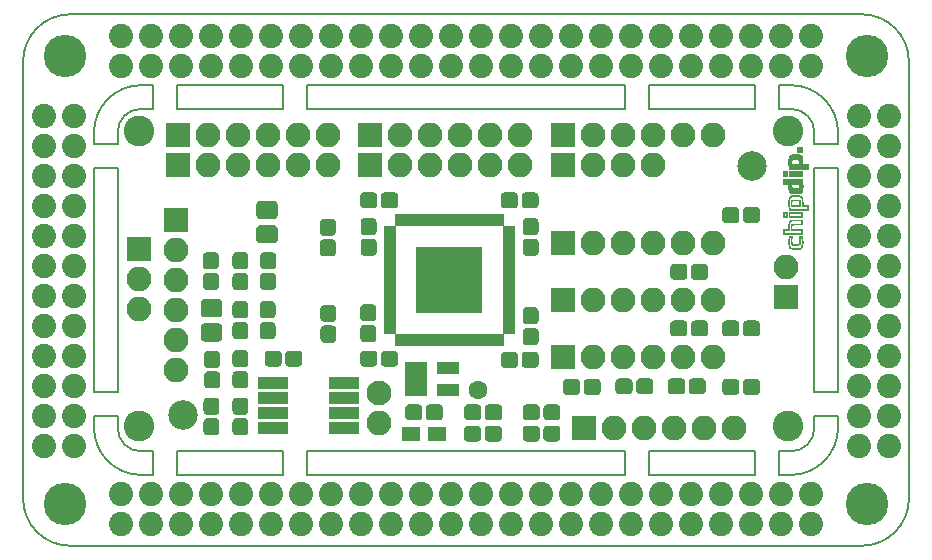
<source format=gbr>
G04 #@! TF.GenerationSoftware,KiCad,Pcbnew,(5.1.2)-2*
G04 #@! TF.CreationDate,2019-08-19T13:15:06+03:00*
G04 #@! TF.ProjectId,SigmaDSP ADAU1452,5369676d-6144-4535-9020-414441553134,rev?*
G04 #@! TF.SameCoordinates,Original*
G04 #@! TF.FileFunction,Soldermask,Top*
G04 #@! TF.FilePolarity,Negative*
%FSLAX46Y46*%
G04 Gerber Fmt 4.6, Leading zero omitted, Abs format (unit mm)*
G04 Created by KiCad (PCBNEW (5.1.2)-2) date 2019-08-19 13:15:06*
%MOMM*%
%LPD*%
G04 APERTURE LIST*
%ADD10C,0.150000*%
%ADD11C,0.010000*%
%ADD12R,2.600000X1.000000*%
%ADD13R,0.680000X1.050000*%
%ADD14R,1.050000X0.680000*%
%ADD15R,5.650000X5.650000*%
%ADD16C,1.600000*%
%ADD17C,2.500000*%
%ADD18C,3.600000*%
%ADD19C,2.051000*%
%ADD20C,2.100000*%
%ADD21O,2.100000X2.100000*%
%ADD22C,2.600000*%
%ADD23C,0.100000*%
%ADD24C,1.350000*%
%ADD25C,1.550000*%
%ADD26R,2.100000X2.100000*%
%ADD27R,1.600000X1.300000*%
%ADD28R,1.960000X1.050000*%
G04 APERTURE END LIST*
D10*
X215000000Y-163000000D02*
G75*
G02X217000000Y-165000000I0J-2000000D01*
G01*
X158000000Y-165000000D02*
G75*
G02X160000000Y-163000000I2000000J0D01*
G01*
X217000000Y-190000000D02*
G75*
G02X215000000Y-192000000I-2000000J0D01*
G01*
X160000000Y-192000000D02*
G75*
G02X158000000Y-190000000I0J2000000D01*
G01*
X163000000Y-192000000D02*
X172000000Y-192000000D01*
X172000000Y-192000000D02*
X172000000Y-194000000D01*
X172000000Y-194000000D02*
X163000000Y-194000000D01*
X163000000Y-194000000D02*
X163000000Y-192000000D01*
X174000000Y-192000000D02*
X174000000Y-194000000D01*
X174000000Y-194000000D02*
X201000000Y-194000000D01*
X201000000Y-194000000D02*
X201000000Y-192000000D01*
X201000000Y-192000000D02*
X174000000Y-192000000D01*
X203000000Y-192000000D02*
X203000000Y-194000000D01*
X203000000Y-194000000D02*
X211000000Y-194000000D01*
X211000000Y-192000000D02*
X203000000Y-192000000D01*
X160000000Y-192000000D02*
X161000000Y-192000000D01*
X161000000Y-192000000D02*
X161000000Y-194000000D01*
X161000000Y-194000000D02*
X160000000Y-194000000D01*
X158000000Y-190000000D02*
X158000000Y-189000000D01*
X158000000Y-189000000D02*
X156000000Y-189000000D01*
X156000000Y-189000000D02*
X156000000Y-190000000D01*
X160000000Y-194000000D02*
G75*
G02X156000000Y-190000000I0J4000000D01*
G01*
X160000000Y-163000000D02*
X161000000Y-163000000D01*
X161000000Y-163000000D02*
X161000000Y-161000000D01*
X161000000Y-161000000D02*
X160000000Y-161000000D01*
X158000000Y-165000000D02*
X158000000Y-166000000D01*
X158000000Y-166000000D02*
X156000000Y-166000000D01*
X156000000Y-166000000D02*
X156000000Y-165000000D01*
X156000000Y-165000000D02*
G75*
G02X160000000Y-161000000I4000000J0D01*
G01*
X215000000Y-163000000D02*
X214000000Y-163000000D01*
X214000000Y-163000000D02*
X214000000Y-161000000D01*
X214000000Y-161000000D02*
X215000000Y-161000000D01*
X217000000Y-165000000D02*
X217000000Y-166000000D01*
X217000000Y-166000000D02*
X219000000Y-166000000D01*
X219000000Y-166000000D02*
X219000000Y-165000000D01*
X215000000Y-161000000D02*
G75*
G02X219000000Y-165000000I0J-4000000D01*
G01*
X217000000Y-190000000D02*
X217000000Y-189000000D01*
X217000000Y-189000000D02*
X219000000Y-189000000D01*
X219000000Y-189000000D02*
X219000000Y-190000000D01*
X215000000Y-192000000D02*
X214000000Y-192000000D01*
X214000000Y-192000000D02*
X214000000Y-194000000D01*
X219000000Y-190000000D02*
G75*
G02X215000000Y-194000000I-4000000J0D01*
G01*
X214000000Y-194000000D02*
X215000000Y-194000000D01*
X158000000Y-187000000D02*
X156000000Y-187000000D01*
X156000000Y-187000000D02*
X156000000Y-168000000D01*
X156000000Y-168000000D02*
X158000000Y-168000000D01*
X158000000Y-168000000D02*
X158000000Y-187000000D01*
X217000000Y-187000000D02*
X219000000Y-187000000D01*
X219000000Y-187000000D02*
X219000000Y-168000000D01*
X219000000Y-168000000D02*
X217000000Y-168000000D01*
X217000000Y-168000000D02*
X217000000Y-187000000D01*
X163000000Y-163000000D02*
X163000000Y-161000000D01*
X163000000Y-161000000D02*
X172000000Y-161000000D01*
X172000000Y-161000000D02*
X172000000Y-163000000D01*
X172000000Y-163000000D02*
X163000000Y-163000000D01*
X212000000Y-163000000D02*
X203000000Y-163000000D01*
X203000000Y-163000000D02*
X203000000Y-161000000D01*
X203000000Y-161000000D02*
X212000000Y-161000000D01*
X212000000Y-161000000D02*
X212000000Y-163000000D01*
X174000000Y-163000000D02*
X174000000Y-161000000D01*
X174000000Y-161000000D02*
X201000000Y-161000000D01*
X201000000Y-161000000D02*
X201000000Y-163000000D01*
X201000000Y-163000000D02*
X174000000Y-163000000D01*
X150000000Y-159000000D02*
G75*
G02X154000000Y-155000000I4000000J0D01*
G01*
X221000000Y-155000000D02*
G75*
G02X225000000Y-159000000I0J-4000000D01*
G01*
X225000000Y-196000000D02*
G75*
G02X221000000Y-200000000I-4000000J0D01*
G01*
X154000000Y-200000000D02*
G75*
G02X150000000Y-196000000I0J4000000D01*
G01*
X154000000Y-200000000D02*
X221000000Y-200000000D01*
X225000000Y-196000000D02*
X225000000Y-159000000D01*
X221000000Y-155000000D02*
X154000000Y-155000000D01*
X150000000Y-159000000D02*
X150000000Y-196000000D01*
X211000000Y-192000000D02*
X212000000Y-192000000D01*
X212000000Y-192000000D02*
X212000000Y-194000000D01*
X212000000Y-194000000D02*
X211000000Y-194000000D01*
D11*
G36*
X214990577Y-170930930D02*
G01*
X214991300Y-170882939D01*
X214992524Y-170842559D01*
X214994156Y-170812857D01*
X214996101Y-170796901D01*
X214996180Y-170796603D01*
X215012349Y-170764141D01*
X215040432Y-170732237D01*
X215075974Y-170705786D01*
X215081915Y-170702461D01*
X215091968Y-170697370D01*
X215102308Y-170693300D01*
X215114858Y-170690136D01*
X215131539Y-170687765D01*
X215154274Y-170686072D01*
X215184986Y-170684943D01*
X215225597Y-170684264D01*
X215278030Y-170683920D01*
X215344208Y-170683798D01*
X215396233Y-170683782D01*
X215675633Y-170683767D01*
X215715864Y-170707416D01*
X215740802Y-170723735D01*
X215759763Y-170741237D01*
X215773590Y-170762482D01*
X215783128Y-170790033D01*
X215789223Y-170826449D01*
X215792717Y-170874293D01*
X215794456Y-170936125D01*
X215794610Y-170946234D01*
X215795071Y-170996413D01*
X215795037Y-171042914D01*
X215794545Y-171082129D01*
X215793633Y-171110452D01*
X215792801Y-171121578D01*
X215781448Y-171154365D01*
X215763392Y-171174494D01*
X215737834Y-171196001D01*
X215392200Y-171196001D01*
X215392200Y-171128267D01*
X215479621Y-171128149D01*
X215551390Y-171127768D01*
X215608790Y-171127082D01*
X215653100Y-171126051D01*
X215685602Y-171124635D01*
X215707577Y-171122793D01*
X215720304Y-171120484D01*
X215725059Y-171117684D01*
X215726544Y-171105969D01*
X215727890Y-171080435D01*
X215728992Y-171044195D01*
X215729747Y-171000365D01*
X215729998Y-170970001D01*
X215730058Y-170917729D01*
X215729456Y-170879392D01*
X215727895Y-170851998D01*
X215725081Y-170832553D01*
X215720718Y-170818064D01*
X215714511Y-170805538D01*
X215713627Y-170804023D01*
X215703694Y-170788521D01*
X215692873Y-170776071D01*
X215679311Y-170766365D01*
X215661153Y-170759092D01*
X215636546Y-170753943D01*
X215603636Y-170750609D01*
X215560568Y-170748781D01*
X215505488Y-170748150D01*
X215436543Y-170748405D01*
X215383201Y-170748903D01*
X215299854Y-170749799D01*
X215231870Y-170751266D01*
X215177686Y-170754334D01*
X215135737Y-170760030D01*
X215104460Y-170769384D01*
X215082291Y-170783424D01*
X215067666Y-170803178D01*
X215059022Y-170829677D01*
X215054794Y-170863948D01*
X215053418Y-170907020D01*
X215053331Y-170959922D01*
X215053333Y-170965898D01*
X215053642Y-171012944D01*
X215054497Y-171054635D01*
X215055786Y-171087754D01*
X215057399Y-171109083D01*
X215058472Y-171114875D01*
X215061263Y-171118297D01*
X215067790Y-171121090D01*
X215079604Y-171123315D01*
X215098260Y-171125036D01*
X215125312Y-171126315D01*
X215162312Y-171127214D01*
X215210815Y-171127795D01*
X215272373Y-171128121D01*
X215348541Y-171128254D01*
X215392200Y-171128267D01*
X215392200Y-171196001D01*
X215045133Y-171196001D01*
X214991067Y-171147693D01*
X214990450Y-170983463D01*
X214990577Y-170930930D01*
X214990577Y-170930930D01*
G37*
X214990577Y-170930930D02*
X214991300Y-170882939D01*
X214992524Y-170842559D01*
X214994156Y-170812857D01*
X214996101Y-170796901D01*
X214996180Y-170796603D01*
X215012349Y-170764141D01*
X215040432Y-170732237D01*
X215075974Y-170705786D01*
X215081915Y-170702461D01*
X215091968Y-170697370D01*
X215102308Y-170693300D01*
X215114858Y-170690136D01*
X215131539Y-170687765D01*
X215154274Y-170686072D01*
X215184986Y-170684943D01*
X215225597Y-170684264D01*
X215278030Y-170683920D01*
X215344208Y-170683798D01*
X215396233Y-170683782D01*
X215675633Y-170683767D01*
X215715864Y-170707416D01*
X215740802Y-170723735D01*
X215759763Y-170741237D01*
X215773590Y-170762482D01*
X215783128Y-170790033D01*
X215789223Y-170826449D01*
X215792717Y-170874293D01*
X215794456Y-170936125D01*
X215794610Y-170946234D01*
X215795071Y-170996413D01*
X215795037Y-171042914D01*
X215794545Y-171082129D01*
X215793633Y-171110452D01*
X215792801Y-171121578D01*
X215781448Y-171154365D01*
X215763392Y-171174494D01*
X215737834Y-171196001D01*
X215392200Y-171196001D01*
X215392200Y-171128267D01*
X215479621Y-171128149D01*
X215551390Y-171127768D01*
X215608790Y-171127082D01*
X215653100Y-171126051D01*
X215685602Y-171124635D01*
X215707577Y-171122793D01*
X215720304Y-171120484D01*
X215725059Y-171117684D01*
X215726544Y-171105969D01*
X215727890Y-171080435D01*
X215728992Y-171044195D01*
X215729747Y-171000365D01*
X215729998Y-170970001D01*
X215730058Y-170917729D01*
X215729456Y-170879392D01*
X215727895Y-170851998D01*
X215725081Y-170832553D01*
X215720718Y-170818064D01*
X215714511Y-170805538D01*
X215713627Y-170804023D01*
X215703694Y-170788521D01*
X215692873Y-170776071D01*
X215679311Y-170766365D01*
X215661153Y-170759092D01*
X215636546Y-170753943D01*
X215603636Y-170750609D01*
X215560568Y-170748781D01*
X215505488Y-170748150D01*
X215436543Y-170748405D01*
X215383201Y-170748903D01*
X215299854Y-170749799D01*
X215231870Y-170751266D01*
X215177686Y-170754334D01*
X215135737Y-170760030D01*
X215104460Y-170769384D01*
X215082291Y-170783424D01*
X215067666Y-170803178D01*
X215059022Y-170829677D01*
X215054794Y-170863948D01*
X215053418Y-170907020D01*
X215053331Y-170959922D01*
X215053333Y-170965898D01*
X215053642Y-171012944D01*
X215054497Y-171054635D01*
X215055786Y-171087754D01*
X215057399Y-171109083D01*
X215058472Y-171114875D01*
X215061263Y-171118297D01*
X215067790Y-171121090D01*
X215079604Y-171123315D01*
X215098260Y-171125036D01*
X215125312Y-171126315D01*
X215162312Y-171127214D01*
X215210815Y-171127795D01*
X215272373Y-171128121D01*
X215348541Y-171128254D01*
X215392200Y-171128267D01*
X215392200Y-171196001D01*
X215045133Y-171196001D01*
X214991067Y-171147693D01*
X214990450Y-170983463D01*
X214990577Y-170930930D01*
G36*
X214316867Y-168440537D02*
G01*
X214317363Y-168392299D01*
X214318362Y-168356780D01*
X214320005Y-168331873D01*
X214322434Y-168315471D01*
X214325788Y-168305468D01*
X214330211Y-168299757D01*
X214330394Y-168299603D01*
X214344635Y-168295020D01*
X214372370Y-168291796D01*
X214410219Y-168289860D01*
X214454802Y-168289146D01*
X214502739Y-168289582D01*
X214550652Y-168291102D01*
X214595160Y-168293635D01*
X214632884Y-168297114D01*
X214660445Y-168301468D01*
X214674450Y-168306618D01*
X214679416Y-168312610D01*
X214683144Y-168321927D01*
X214685806Y-168336826D01*
X214687576Y-168359564D01*
X214688627Y-168392397D01*
X214689132Y-168437583D01*
X214689266Y-168497378D01*
X214689266Y-168499367D01*
X214689190Y-168559010D01*
X214688823Y-168604041D01*
X214687951Y-168636783D01*
X214686364Y-168659558D01*
X214683851Y-168674687D01*
X214680201Y-168684493D01*
X214675201Y-168691298D01*
X214671467Y-168694905D01*
X214663577Y-168700681D01*
X214652784Y-168704996D01*
X214636560Y-168708121D01*
X214612378Y-168710329D01*
X214577710Y-168711893D01*
X214530029Y-168713084D01*
X214497290Y-168713681D01*
X214434904Y-168714331D01*
X214388087Y-168713853D01*
X214355510Y-168712189D01*
X214335843Y-168709279D01*
X214328822Y-168706294D01*
X214324797Y-168700071D01*
X214321733Y-168687643D01*
X214319516Y-168667055D01*
X214318028Y-168636351D01*
X214317152Y-168593577D01*
X214316773Y-168536775D01*
X214316733Y-168503601D01*
X214316867Y-168440537D01*
X214316867Y-168440537D01*
G37*
X214316867Y-168440537D02*
X214317363Y-168392299D01*
X214318362Y-168356780D01*
X214320005Y-168331873D01*
X214322434Y-168315471D01*
X214325788Y-168305468D01*
X214330211Y-168299757D01*
X214330394Y-168299603D01*
X214344635Y-168295020D01*
X214372370Y-168291796D01*
X214410219Y-168289860D01*
X214454802Y-168289146D01*
X214502739Y-168289582D01*
X214550652Y-168291102D01*
X214595160Y-168293635D01*
X214632884Y-168297114D01*
X214660445Y-168301468D01*
X214674450Y-168306618D01*
X214679416Y-168312610D01*
X214683144Y-168321927D01*
X214685806Y-168336826D01*
X214687576Y-168359564D01*
X214688627Y-168392397D01*
X214689132Y-168437583D01*
X214689266Y-168497378D01*
X214689266Y-168499367D01*
X214689190Y-168559010D01*
X214688823Y-168604041D01*
X214687951Y-168636783D01*
X214686364Y-168659558D01*
X214683851Y-168674687D01*
X214680201Y-168684493D01*
X214675201Y-168691298D01*
X214671467Y-168694905D01*
X214663577Y-168700681D01*
X214652784Y-168704996D01*
X214636560Y-168708121D01*
X214612378Y-168710329D01*
X214577710Y-168711893D01*
X214530029Y-168713084D01*
X214497290Y-168713681D01*
X214434904Y-168714331D01*
X214388087Y-168713853D01*
X214355510Y-168712189D01*
X214335843Y-168709279D01*
X214328822Y-168706294D01*
X214324797Y-168700071D01*
X214321733Y-168687643D01*
X214319516Y-168667055D01*
X214318028Y-168636351D01*
X214317152Y-168593577D01*
X214316773Y-168536775D01*
X214316733Y-168503601D01*
X214316867Y-168440537D01*
G36*
X214317041Y-171889517D02*
G01*
X214318008Y-171836343D01*
X214319694Y-171797630D01*
X214322163Y-171772145D01*
X214325475Y-171758657D01*
X214326893Y-171756494D01*
X214337434Y-171752460D01*
X214360636Y-171749501D01*
X214397654Y-171747547D01*
X214449643Y-171746528D01*
X214494342Y-171746334D01*
X214552240Y-171746574D01*
X214595603Y-171747414D01*
X214626826Y-171749032D01*
X214648302Y-171751609D01*
X214662426Y-171755322D01*
X214670449Y-171759514D01*
X214676608Y-171764342D01*
X214681252Y-171770535D01*
X214684594Y-171780340D01*
X214686848Y-171796004D01*
X214688228Y-171819776D01*
X214688949Y-171853902D01*
X214689223Y-171900630D01*
X214689266Y-171957168D01*
X214689186Y-172017819D01*
X214688814Y-172063813D01*
X214687957Y-172097426D01*
X214686418Y-172120934D01*
X214684002Y-172136613D01*
X214680514Y-172146739D01*
X214675759Y-172153588D01*
X214672110Y-172157168D01*
X214664292Y-172162759D01*
X214653307Y-172166887D01*
X214636624Y-172169799D01*
X214611712Y-172171744D01*
X214576043Y-172172969D01*
X214527085Y-172173722D01*
X214500660Y-172173968D01*
X214443490Y-172174198D01*
X214400921Y-172173705D01*
X214384466Y-172172961D01*
X214384466Y-172101934D01*
X214621533Y-172101934D01*
X214621533Y-171814067D01*
X214384466Y-171814067D01*
X214384466Y-172101934D01*
X214384466Y-172172961D01*
X214370630Y-172172335D01*
X214350294Y-172169933D01*
X214337589Y-172166344D01*
X214331550Y-172162676D01*
X214326732Y-172157157D01*
X214323077Y-172148402D01*
X214320428Y-172134245D01*
X214318627Y-172112519D01*
X214317517Y-172081059D01*
X214316941Y-172037698D01*
X214316743Y-171980269D01*
X214316733Y-171958382D01*
X214317041Y-171889517D01*
X214317041Y-171889517D01*
G37*
X214317041Y-171889517D02*
X214318008Y-171836343D01*
X214319694Y-171797630D01*
X214322163Y-171772145D01*
X214325475Y-171758657D01*
X214326893Y-171756494D01*
X214337434Y-171752460D01*
X214360636Y-171749501D01*
X214397654Y-171747547D01*
X214449643Y-171746528D01*
X214494342Y-171746334D01*
X214552240Y-171746574D01*
X214595603Y-171747414D01*
X214626826Y-171749032D01*
X214648302Y-171751609D01*
X214662426Y-171755322D01*
X214670449Y-171759514D01*
X214676608Y-171764342D01*
X214681252Y-171770535D01*
X214684594Y-171780340D01*
X214686848Y-171796004D01*
X214688228Y-171819776D01*
X214688949Y-171853902D01*
X214689223Y-171900630D01*
X214689266Y-171957168D01*
X214689186Y-172017819D01*
X214688814Y-172063813D01*
X214687957Y-172097426D01*
X214686418Y-172120934D01*
X214684002Y-172136613D01*
X214680514Y-172146739D01*
X214675759Y-172153588D01*
X214672110Y-172157168D01*
X214664292Y-172162759D01*
X214653307Y-172166887D01*
X214636624Y-172169799D01*
X214611712Y-172171744D01*
X214576043Y-172172969D01*
X214527085Y-172173722D01*
X214500660Y-172173968D01*
X214443490Y-172174198D01*
X214400921Y-172173705D01*
X214384466Y-172172961D01*
X214384466Y-172101934D01*
X214621533Y-172101934D01*
X214621533Y-171814067D01*
X214384466Y-171814067D01*
X214384466Y-172101934D01*
X214384466Y-172172961D01*
X214370630Y-172172335D01*
X214350294Y-172169933D01*
X214337589Y-172166344D01*
X214331550Y-172162676D01*
X214326732Y-172157157D01*
X214323077Y-172148402D01*
X214320428Y-172134245D01*
X214318627Y-172112519D01*
X214317517Y-172081059D01*
X214316941Y-172037698D01*
X214316743Y-171980269D01*
X214316733Y-171958382D01*
X214317041Y-171889517D01*
G36*
X215552645Y-166497702D02*
G01*
X215552866Y-166446752D01*
X215553196Y-166379305D01*
X215554228Y-166327556D01*
X215556027Y-166290280D01*
X215558657Y-166266253D01*
X215562181Y-166254252D01*
X215563026Y-166253161D01*
X215574852Y-166249636D01*
X215600565Y-166246806D01*
X215637134Y-166244668D01*
X215681527Y-166243225D01*
X215730714Y-166242475D01*
X215781663Y-166242419D01*
X215831341Y-166243056D01*
X215876718Y-166244387D01*
X215914762Y-166246412D01*
X215942441Y-166249130D01*
X215956725Y-166252542D01*
X215957573Y-166253160D01*
X215961248Y-166262722D01*
X215964036Y-166283945D01*
X215966000Y-166318058D01*
X215967203Y-166366289D01*
X215967708Y-166429867D01*
X215967733Y-166450815D01*
X215967652Y-166512039D01*
X215967285Y-166558582D01*
X215966442Y-166592697D01*
X215964936Y-166616634D01*
X215962578Y-166632647D01*
X215959180Y-166642987D01*
X215954552Y-166649907D01*
X215950762Y-166653668D01*
X215943488Y-166658890D01*
X215933225Y-166662811D01*
X215917624Y-166665628D01*
X215894336Y-166667539D01*
X215861013Y-166668742D01*
X215815304Y-166669435D01*
X215759210Y-166669797D01*
X215697032Y-166670435D01*
X215648691Y-166670490D01*
X215612460Y-166668095D01*
X215586611Y-166661382D01*
X215569418Y-166648484D01*
X215559152Y-166627534D01*
X215554086Y-166596665D01*
X215552493Y-166554010D01*
X215552645Y-166497702D01*
X215552645Y-166497702D01*
G37*
X215552645Y-166497702D02*
X215552866Y-166446752D01*
X215553196Y-166379305D01*
X215554228Y-166327556D01*
X215556027Y-166290280D01*
X215558657Y-166266253D01*
X215562181Y-166254252D01*
X215563026Y-166253161D01*
X215574852Y-166249636D01*
X215600565Y-166246806D01*
X215637134Y-166244668D01*
X215681527Y-166243225D01*
X215730714Y-166242475D01*
X215781663Y-166242419D01*
X215831341Y-166243056D01*
X215876718Y-166244387D01*
X215914762Y-166246412D01*
X215942441Y-166249130D01*
X215956725Y-166252542D01*
X215957573Y-166253160D01*
X215961248Y-166262722D01*
X215964036Y-166283945D01*
X215966000Y-166318058D01*
X215967203Y-166366289D01*
X215967708Y-166429867D01*
X215967733Y-166450815D01*
X215967652Y-166512039D01*
X215967285Y-166558582D01*
X215966442Y-166592697D01*
X215964936Y-166616634D01*
X215962578Y-166632647D01*
X215959180Y-166642987D01*
X215954552Y-166649907D01*
X215950762Y-166653668D01*
X215943488Y-166658890D01*
X215933225Y-166662811D01*
X215917624Y-166665628D01*
X215894336Y-166667539D01*
X215861013Y-166668742D01*
X215815304Y-166669435D01*
X215759210Y-166669797D01*
X215697032Y-166670435D01*
X215648691Y-166670490D01*
X215612460Y-166668095D01*
X215586611Y-166661382D01*
X215569418Y-166648484D01*
X215559152Y-166627534D01*
X215554086Y-166596665D01*
X215552493Y-166554010D01*
X215552645Y-166497702D01*
G36*
X214816380Y-168438109D02*
G01*
X214816846Y-168392964D01*
X214817848Y-168360172D01*
X214819571Y-168337441D01*
X214822200Y-168322484D01*
X214825919Y-168313008D01*
X214830913Y-168306724D01*
X214831750Y-168305946D01*
X214836024Y-168303117D01*
X214842948Y-168300693D01*
X214853758Y-168298643D01*
X214869689Y-168296936D01*
X214891978Y-168295542D01*
X214921859Y-168294430D01*
X214960568Y-168293568D01*
X215009342Y-168292926D01*
X215069415Y-168292473D01*
X215142024Y-168292179D01*
X215228404Y-168292012D01*
X215329791Y-168291942D01*
X215393471Y-168291934D01*
X215503257Y-168291953D01*
X215597355Y-168292034D01*
X215677011Y-168292211D01*
X215743469Y-168292519D01*
X215797974Y-168292991D01*
X215841774Y-168293663D01*
X215876111Y-168294569D01*
X215902232Y-168295742D01*
X215921383Y-168297219D01*
X215934807Y-168299032D01*
X215943752Y-168301216D01*
X215949461Y-168303807D01*
X215953180Y-168306837D01*
X215953721Y-168307417D01*
X215959016Y-168321781D01*
X215963226Y-168349840D01*
X215966343Y-168388389D01*
X215968361Y-168434224D01*
X215969272Y-168484141D01*
X215969070Y-168534937D01*
X215967747Y-168583405D01*
X215965296Y-168626344D01*
X215961711Y-168660547D01*
X215956985Y-168682811D01*
X215954553Y-168687983D01*
X215941373Y-168706800D01*
X215392832Y-168706800D01*
X215282798Y-168706781D01*
X215188456Y-168706701D01*
X215108562Y-168706525D01*
X215041873Y-168706219D01*
X214987147Y-168705750D01*
X214943142Y-168705082D01*
X214908615Y-168704182D01*
X214882324Y-168703016D01*
X214863025Y-168701549D01*
X214849477Y-168699747D01*
X214840437Y-168697576D01*
X214834661Y-168695002D01*
X214830909Y-168691990D01*
X214830278Y-168691317D01*
X214825524Y-168684104D01*
X214821960Y-168672901D01*
X214819424Y-168655445D01*
X214817752Y-168629472D01*
X214816779Y-168592719D01*
X214816342Y-168542922D01*
X214816266Y-168497896D01*
X214816380Y-168438109D01*
X214816380Y-168438109D01*
G37*
X214816380Y-168438109D02*
X214816846Y-168392964D01*
X214817848Y-168360172D01*
X214819571Y-168337441D01*
X214822200Y-168322484D01*
X214825919Y-168313008D01*
X214830913Y-168306724D01*
X214831750Y-168305946D01*
X214836024Y-168303117D01*
X214842948Y-168300693D01*
X214853758Y-168298643D01*
X214869689Y-168296936D01*
X214891978Y-168295542D01*
X214921859Y-168294430D01*
X214960568Y-168293568D01*
X215009342Y-168292926D01*
X215069415Y-168292473D01*
X215142024Y-168292179D01*
X215228404Y-168292012D01*
X215329791Y-168291942D01*
X215393471Y-168291934D01*
X215503257Y-168291953D01*
X215597355Y-168292034D01*
X215677011Y-168292211D01*
X215743469Y-168292519D01*
X215797974Y-168292991D01*
X215841774Y-168293663D01*
X215876111Y-168294569D01*
X215902232Y-168295742D01*
X215921383Y-168297219D01*
X215934807Y-168299032D01*
X215943752Y-168301216D01*
X215949461Y-168303807D01*
X215953180Y-168306837D01*
X215953721Y-168307417D01*
X215959016Y-168321781D01*
X215963226Y-168349840D01*
X215966343Y-168388389D01*
X215968361Y-168434224D01*
X215969272Y-168484141D01*
X215969070Y-168534937D01*
X215967747Y-168583405D01*
X215965296Y-168626344D01*
X215961711Y-168660547D01*
X215956985Y-168682811D01*
X215954553Y-168687983D01*
X215941373Y-168706800D01*
X215392832Y-168706800D01*
X215282798Y-168706781D01*
X215188456Y-168706701D01*
X215108562Y-168706525D01*
X215041873Y-168706219D01*
X214987147Y-168705750D01*
X214943142Y-168705082D01*
X214908615Y-168704182D01*
X214882324Y-168703016D01*
X214863025Y-168701549D01*
X214849477Y-168699747D01*
X214840437Y-168697576D01*
X214834661Y-168695002D01*
X214830909Y-168691990D01*
X214830278Y-168691317D01*
X214825524Y-168684104D01*
X214821960Y-168672901D01*
X214819424Y-168655445D01*
X214817752Y-168629472D01*
X214816779Y-168592719D01*
X214816342Y-168542922D01*
X214816266Y-168497896D01*
X214816380Y-168438109D01*
G36*
X214816453Y-171892166D02*
G01*
X214817103Y-171845326D01*
X214818352Y-171811278D01*
X214820335Y-171787951D01*
X214823186Y-171773277D01*
X214827042Y-171765186D01*
X214828699Y-171763489D01*
X214835243Y-171761312D01*
X214849873Y-171759457D01*
X214873559Y-171757909D01*
X214907272Y-171756653D01*
X214951980Y-171755671D01*
X215008653Y-171754949D01*
X215078263Y-171754471D01*
X215161777Y-171754220D01*
X215260167Y-171754182D01*
X215374401Y-171754340D01*
X215389376Y-171754372D01*
X215500149Y-171754648D01*
X215595213Y-171754974D01*
X215675793Y-171755383D01*
X215743114Y-171755908D01*
X215798400Y-171756581D01*
X215842877Y-171757433D01*
X215877770Y-171758497D01*
X215904302Y-171759805D01*
X215923699Y-171761390D01*
X215937185Y-171763284D01*
X215945986Y-171765518D01*
X215951325Y-171768126D01*
X215952677Y-171769199D01*
X215957768Y-171775268D01*
X215961574Y-171784517D01*
X215964279Y-171799241D01*
X215966065Y-171821734D01*
X215967114Y-171854289D01*
X215967609Y-171899201D01*
X215967733Y-171958375D01*
X215967590Y-172018214D01*
X215967044Y-172063463D01*
X215965913Y-172096462D01*
X215964019Y-172119551D01*
X215961183Y-172135073D01*
X215957224Y-172145367D01*
X215952916Y-172151669D01*
X215949701Y-172155228D01*
X215945615Y-172158279D01*
X215939408Y-172160862D01*
X215929827Y-172163020D01*
X215915623Y-172164793D01*
X215895545Y-172166222D01*
X215868342Y-172167350D01*
X215832763Y-172168219D01*
X215787557Y-172168868D01*
X215731474Y-172169340D01*
X215663262Y-172169677D01*
X215581671Y-172169919D01*
X215485450Y-172170109D01*
X215392236Y-172170258D01*
X214883999Y-172171044D01*
X214883999Y-172101934D01*
X215899999Y-172101934D01*
X215899999Y-171814067D01*
X214883999Y-171814067D01*
X214883999Y-172101934D01*
X214883999Y-172171044D01*
X214846372Y-172171103D01*
X214831319Y-172152514D01*
X214826267Y-172144687D01*
X214822475Y-172133840D01*
X214819768Y-172117647D01*
X214817970Y-172093786D01*
X214816904Y-172059932D01*
X214816395Y-172013763D01*
X214816266Y-171953866D01*
X214816453Y-171892166D01*
X214816453Y-171892166D01*
G37*
X214816453Y-171892166D02*
X214817103Y-171845326D01*
X214818352Y-171811278D01*
X214820335Y-171787951D01*
X214823186Y-171773277D01*
X214827042Y-171765186D01*
X214828699Y-171763489D01*
X214835243Y-171761312D01*
X214849873Y-171759457D01*
X214873559Y-171757909D01*
X214907272Y-171756653D01*
X214951980Y-171755671D01*
X215008653Y-171754949D01*
X215078263Y-171754471D01*
X215161777Y-171754220D01*
X215260167Y-171754182D01*
X215374401Y-171754340D01*
X215389376Y-171754372D01*
X215500149Y-171754648D01*
X215595213Y-171754974D01*
X215675793Y-171755383D01*
X215743114Y-171755908D01*
X215798400Y-171756581D01*
X215842877Y-171757433D01*
X215877770Y-171758497D01*
X215904302Y-171759805D01*
X215923699Y-171761390D01*
X215937185Y-171763284D01*
X215945986Y-171765518D01*
X215951325Y-171768126D01*
X215952677Y-171769199D01*
X215957768Y-171775268D01*
X215961574Y-171784517D01*
X215964279Y-171799241D01*
X215966065Y-171821734D01*
X215967114Y-171854289D01*
X215967609Y-171899201D01*
X215967733Y-171958375D01*
X215967590Y-172018214D01*
X215967044Y-172063463D01*
X215965913Y-172096462D01*
X215964019Y-172119551D01*
X215961183Y-172135073D01*
X215957224Y-172145367D01*
X215952916Y-172151669D01*
X215949701Y-172155228D01*
X215945615Y-172158279D01*
X215939408Y-172160862D01*
X215929827Y-172163020D01*
X215915623Y-172164793D01*
X215895545Y-172166222D01*
X215868342Y-172167350D01*
X215832763Y-172168219D01*
X215787557Y-172168868D01*
X215731474Y-172169340D01*
X215663262Y-172169677D01*
X215581671Y-172169919D01*
X215485450Y-172170109D01*
X215392236Y-172170258D01*
X214883999Y-172171044D01*
X214883999Y-172101934D01*
X215899999Y-172101934D01*
X215899999Y-171814067D01*
X214883999Y-171814067D01*
X214883999Y-172101934D01*
X214883999Y-172171044D01*
X214846372Y-172171103D01*
X214831319Y-172152514D01*
X214826267Y-172144687D01*
X214822475Y-172133840D01*
X214819768Y-172117647D01*
X214817970Y-172093786D01*
X214816904Y-172059932D01*
X214816395Y-172013763D01*
X214816266Y-171953866D01*
X214816453Y-171892166D01*
G36*
X214316130Y-173313929D02*
G01*
X214317299Y-173267376D01*
X214319255Y-173227733D01*
X214322010Y-173197979D01*
X214325579Y-173181092D01*
X214326893Y-173178894D01*
X214335565Y-173175579D01*
X214355014Y-173172982D01*
X214386468Y-173171051D01*
X214431152Y-173169734D01*
X214490292Y-173168979D01*
X214565113Y-173168734D01*
X214795852Y-173168734D01*
X214792337Y-173012626D01*
X214791934Y-172913151D01*
X214795190Y-172820497D01*
X214801894Y-172736625D01*
X214811835Y-172663489D01*
X214824802Y-172603049D01*
X214840583Y-172557262D01*
X214841673Y-172554900D01*
X214878654Y-172494845D01*
X214927027Y-172446485D01*
X214985229Y-172411258D01*
X215007340Y-172402400D01*
X215066033Y-172381691D01*
X215502871Y-172381512D01*
X215600262Y-172381499D01*
X215682121Y-172381578D01*
X215749848Y-172381797D01*
X215804846Y-172382203D01*
X215848514Y-172382844D01*
X215882254Y-172383767D01*
X215907467Y-172385019D01*
X215925554Y-172386650D01*
X215937916Y-172388705D01*
X215945953Y-172391233D01*
X215951068Y-172394281D01*
X215953721Y-172396817D01*
X215958475Y-172404030D01*
X215962039Y-172415233D01*
X215964575Y-172432689D01*
X215966247Y-172458662D01*
X215967220Y-172495415D01*
X215967657Y-172545213D01*
X215967733Y-172590238D01*
X215967619Y-172650026D01*
X215967153Y-172695170D01*
X215966151Y-172727963D01*
X215964428Y-172750693D01*
X215961799Y-172765651D01*
X215958080Y-172775127D01*
X215953086Y-172781410D01*
X215952249Y-172782188D01*
X215947320Y-172785479D01*
X215939475Y-172788216D01*
X215927249Y-172790450D01*
X215909175Y-172792230D01*
X215883787Y-172793606D01*
X215849618Y-172794629D01*
X215805202Y-172795348D01*
X215749073Y-172795815D01*
X215679763Y-172796078D01*
X215595807Y-172796187D01*
X215541903Y-172796200D01*
X215444660Y-172796226D01*
X215362887Y-172796419D01*
X215295121Y-172796958D01*
X215239899Y-172798020D01*
X215195758Y-172799782D01*
X215161235Y-172802422D01*
X215134867Y-172806116D01*
X215115191Y-172811041D01*
X215100743Y-172817376D01*
X215090060Y-172825297D01*
X215081681Y-172834981D01*
X215074140Y-172846606D01*
X215070142Y-172853345D01*
X215063591Y-172866246D01*
X215058978Y-172881154D01*
X215055975Y-172901162D01*
X215054252Y-172929368D01*
X215053483Y-172968868D01*
X215053333Y-173011892D01*
X215053655Y-173057980D01*
X215054545Y-173098699D01*
X215055882Y-173130746D01*
X215057549Y-173150819D01*
X215058472Y-173155341D01*
X215060991Y-173158350D01*
X215066943Y-173160878D01*
X215077678Y-173162965D01*
X215094545Y-173164652D01*
X215118893Y-173165982D01*
X215152072Y-173166994D01*
X215195432Y-173167729D01*
X215250321Y-173168230D01*
X215318088Y-173168537D01*
X215400085Y-173168691D01*
X215497659Y-173168734D01*
X215932637Y-173168734D01*
X215950185Y-173191042D01*
X215956148Y-173199605D01*
X215960587Y-173209649D01*
X215963723Y-173223647D01*
X215965782Y-173244068D01*
X215966986Y-173273384D01*
X215967560Y-173314067D01*
X215967728Y-173368587D01*
X215967733Y-173384838D01*
X215967584Y-173443940D01*
X215967015Y-173488486D01*
X215965838Y-173520848D01*
X215963869Y-173543400D01*
X215960922Y-173558518D01*
X215956810Y-173568575D01*
X215952916Y-173574146D01*
X215938099Y-173591968D01*
X215139464Y-173592513D01*
X214996593Y-173592557D01*
X214869907Y-173592478D01*
X214758659Y-173592266D01*
X214662099Y-173591913D01*
X214579481Y-173591410D01*
X214510055Y-173590749D01*
X214453075Y-173589920D01*
X214407792Y-173588915D01*
X214384466Y-173588108D01*
X214384466Y-173532800D01*
X215899999Y-173532800D01*
X215899999Y-173236467D01*
X215045133Y-173236467D01*
X215018153Y-173212360D01*
X214991173Y-173188254D01*
X214990503Y-173028210D01*
X214990626Y-172976280D01*
X214991373Y-172928842D01*
X214992646Y-172889030D01*
X214994344Y-172859977D01*
X214996305Y-172845039D01*
X215009618Y-172817945D01*
X215032880Y-172788306D01*
X215061192Y-172761714D01*
X215081441Y-172747878D01*
X215088892Y-172744330D01*
X215098505Y-172741357D01*
X215111799Y-172738896D01*
X215130294Y-172736885D01*
X215155510Y-172735259D01*
X215188964Y-172733955D01*
X215232179Y-172732910D01*
X215286672Y-172732060D01*
X215353963Y-172731342D01*
X215435572Y-172730692D01*
X215504183Y-172730230D01*
X215899999Y-172727687D01*
X215899999Y-172439084D01*
X215491483Y-172442159D01*
X215082966Y-172445234D01*
X215036400Y-172465708D01*
X214990269Y-172488737D01*
X214956330Y-172513210D01*
X214930030Y-172543088D01*
X214910503Y-172575278D01*
X214898601Y-172599750D01*
X214889714Y-172624405D01*
X214882773Y-172653592D01*
X214876709Y-172691661D01*
X214871489Y-172733850D01*
X214858715Y-172888232D01*
X214857214Y-173031330D01*
X214861375Y-173107076D01*
X214864378Y-173146137D01*
X214865452Y-173172136D01*
X214864087Y-173188885D01*
X214859775Y-173200196D01*
X214852006Y-173209881D01*
X214846943Y-173215026D01*
X214825503Y-173236467D01*
X214384466Y-173236467D01*
X214384466Y-173532800D01*
X214384466Y-173588108D01*
X214373458Y-173587726D01*
X214349326Y-173586343D01*
X214334647Y-173584758D01*
X214328781Y-173583059D01*
X214324838Y-173571542D01*
X214321585Y-173546084D01*
X214319033Y-173509663D01*
X214317198Y-173465258D01*
X214316093Y-173415849D01*
X214315733Y-173364413D01*
X214316130Y-173313929D01*
X214316130Y-173313929D01*
G37*
X214316130Y-173313929D02*
X214317299Y-173267376D01*
X214319255Y-173227733D01*
X214322010Y-173197979D01*
X214325579Y-173181092D01*
X214326893Y-173178894D01*
X214335565Y-173175579D01*
X214355014Y-173172982D01*
X214386468Y-173171051D01*
X214431152Y-173169734D01*
X214490292Y-173168979D01*
X214565113Y-173168734D01*
X214795852Y-173168734D01*
X214792337Y-173012626D01*
X214791934Y-172913151D01*
X214795190Y-172820497D01*
X214801894Y-172736625D01*
X214811835Y-172663489D01*
X214824802Y-172603049D01*
X214840583Y-172557262D01*
X214841673Y-172554900D01*
X214878654Y-172494845D01*
X214927027Y-172446485D01*
X214985229Y-172411258D01*
X215007340Y-172402400D01*
X215066033Y-172381691D01*
X215502871Y-172381512D01*
X215600262Y-172381499D01*
X215682121Y-172381578D01*
X215749848Y-172381797D01*
X215804846Y-172382203D01*
X215848514Y-172382844D01*
X215882254Y-172383767D01*
X215907467Y-172385019D01*
X215925554Y-172386650D01*
X215937916Y-172388705D01*
X215945953Y-172391233D01*
X215951068Y-172394281D01*
X215953721Y-172396817D01*
X215958475Y-172404030D01*
X215962039Y-172415233D01*
X215964575Y-172432689D01*
X215966247Y-172458662D01*
X215967220Y-172495415D01*
X215967657Y-172545213D01*
X215967733Y-172590238D01*
X215967619Y-172650026D01*
X215967153Y-172695170D01*
X215966151Y-172727963D01*
X215964428Y-172750693D01*
X215961799Y-172765651D01*
X215958080Y-172775127D01*
X215953086Y-172781410D01*
X215952249Y-172782188D01*
X215947320Y-172785479D01*
X215939475Y-172788216D01*
X215927249Y-172790450D01*
X215909175Y-172792230D01*
X215883787Y-172793606D01*
X215849618Y-172794629D01*
X215805202Y-172795348D01*
X215749073Y-172795815D01*
X215679763Y-172796078D01*
X215595807Y-172796187D01*
X215541903Y-172796200D01*
X215444660Y-172796226D01*
X215362887Y-172796419D01*
X215295121Y-172796958D01*
X215239899Y-172798020D01*
X215195758Y-172799782D01*
X215161235Y-172802422D01*
X215134867Y-172806116D01*
X215115191Y-172811041D01*
X215100743Y-172817376D01*
X215090060Y-172825297D01*
X215081681Y-172834981D01*
X215074140Y-172846606D01*
X215070142Y-172853345D01*
X215063591Y-172866246D01*
X215058978Y-172881154D01*
X215055975Y-172901162D01*
X215054252Y-172929368D01*
X215053483Y-172968868D01*
X215053333Y-173011892D01*
X215053655Y-173057980D01*
X215054545Y-173098699D01*
X215055882Y-173130746D01*
X215057549Y-173150819D01*
X215058472Y-173155341D01*
X215060991Y-173158350D01*
X215066943Y-173160878D01*
X215077678Y-173162965D01*
X215094545Y-173164652D01*
X215118893Y-173165982D01*
X215152072Y-173166994D01*
X215195432Y-173167729D01*
X215250321Y-173168230D01*
X215318088Y-173168537D01*
X215400085Y-173168691D01*
X215497659Y-173168734D01*
X215932637Y-173168734D01*
X215950185Y-173191042D01*
X215956148Y-173199605D01*
X215960587Y-173209649D01*
X215963723Y-173223647D01*
X215965782Y-173244068D01*
X215966986Y-173273384D01*
X215967560Y-173314067D01*
X215967728Y-173368587D01*
X215967733Y-173384838D01*
X215967584Y-173443940D01*
X215967015Y-173488486D01*
X215965838Y-173520848D01*
X215963869Y-173543400D01*
X215960922Y-173558518D01*
X215956810Y-173568575D01*
X215952916Y-173574146D01*
X215938099Y-173591968D01*
X215139464Y-173592513D01*
X214996593Y-173592557D01*
X214869907Y-173592478D01*
X214758659Y-173592266D01*
X214662099Y-173591913D01*
X214579481Y-173591410D01*
X214510055Y-173590749D01*
X214453075Y-173589920D01*
X214407792Y-173588915D01*
X214384466Y-173588108D01*
X214384466Y-173532800D01*
X215899999Y-173532800D01*
X215899999Y-173236467D01*
X215045133Y-173236467D01*
X215018153Y-173212360D01*
X214991173Y-173188254D01*
X214990503Y-173028210D01*
X214990626Y-172976280D01*
X214991373Y-172928842D01*
X214992646Y-172889030D01*
X214994344Y-172859977D01*
X214996305Y-172845039D01*
X215009618Y-172817945D01*
X215032880Y-172788306D01*
X215061192Y-172761714D01*
X215081441Y-172747878D01*
X215088892Y-172744330D01*
X215098505Y-172741357D01*
X215111799Y-172738896D01*
X215130294Y-172736885D01*
X215155510Y-172735259D01*
X215188964Y-172733955D01*
X215232179Y-172732910D01*
X215286672Y-172732060D01*
X215353963Y-172731342D01*
X215435572Y-172730692D01*
X215504183Y-172730230D01*
X215899999Y-172727687D01*
X215899999Y-172439084D01*
X215491483Y-172442159D01*
X215082966Y-172445234D01*
X215036400Y-172465708D01*
X214990269Y-172488737D01*
X214956330Y-172513210D01*
X214930030Y-172543088D01*
X214910503Y-172575278D01*
X214898601Y-172599750D01*
X214889714Y-172624405D01*
X214882773Y-172653592D01*
X214876709Y-172691661D01*
X214871489Y-172733850D01*
X214858715Y-172888232D01*
X214857214Y-173031330D01*
X214861375Y-173107076D01*
X214864378Y-173146137D01*
X214865452Y-173172136D01*
X214864087Y-173188885D01*
X214859775Y-173200196D01*
X214852006Y-173209881D01*
X214846943Y-173215026D01*
X214825503Y-173236467D01*
X214384466Y-173236467D01*
X214384466Y-173532800D01*
X214384466Y-173588108D01*
X214373458Y-173587726D01*
X214349326Y-173586343D01*
X214334647Y-173584758D01*
X214328781Y-173583059D01*
X214324838Y-173571542D01*
X214321585Y-173546084D01*
X214319033Y-173509663D01*
X214317198Y-173465258D01*
X214316093Y-173415849D01*
X214315733Y-173364413D01*
X214316130Y-173313929D01*
G36*
X214317051Y-169058367D02*
G01*
X214318048Y-169005870D01*
X214319786Y-168967838D01*
X214322329Y-168943043D01*
X214325740Y-168930257D01*
X214326893Y-168928627D01*
X214332666Y-168926808D01*
X214346656Y-168925199D01*
X214369649Y-168923791D01*
X214402433Y-168922573D01*
X214445796Y-168921535D01*
X214500524Y-168920667D01*
X214567405Y-168919959D01*
X214647226Y-168919401D01*
X214740775Y-168918983D01*
X214848838Y-168918694D01*
X214972204Y-168918526D01*
X215111659Y-168918467D01*
X215907522Y-168918467D01*
X215929082Y-168937517D01*
X215937278Y-168946193D01*
X215944181Y-168957657D01*
X215950124Y-168973800D01*
X215955442Y-168996510D01*
X215960468Y-169027678D01*
X215965536Y-169069194D01*
X215970980Y-169122947D01*
X215977134Y-169190828D01*
X215980311Y-169227500D01*
X215987967Y-169344528D01*
X215991488Y-169465434D01*
X215990903Y-169585215D01*
X215986243Y-169698870D01*
X215977538Y-169801396D01*
X215976843Y-169807467D01*
X215969854Y-169860377D01*
X215962312Y-169905075D01*
X215954782Y-169938608D01*
X215948207Y-169957330D01*
X215938545Y-169978778D01*
X215933931Y-169995294D01*
X215933866Y-169996576D01*
X215927467Y-170009932D01*
X215910627Y-170029743D01*
X215886888Y-170052907D01*
X215859787Y-170076322D01*
X215832864Y-170096887D01*
X215809658Y-170111500D01*
X215796818Y-170116688D01*
X215774275Y-170123291D01*
X215758496Y-170130970D01*
X215758168Y-170131228D01*
X215743110Y-170136552D01*
X215713191Y-170141281D01*
X215670477Y-170145320D01*
X215617032Y-170148575D01*
X215554923Y-170150951D01*
X215486214Y-170152354D01*
X215412971Y-170152688D01*
X215404700Y-170152598D01*
X215404700Y-169727034D01*
X215484607Y-169726442D01*
X215549401Y-169724369D01*
X215600868Y-169720363D01*
X215640796Y-169713976D01*
X215670974Y-169704757D01*
X215693189Y-169692258D01*
X215709228Y-169676029D01*
X215720880Y-169655620D01*
X215724557Y-169646600D01*
X215726189Y-169634197D01*
X215727664Y-169607974D01*
X215728871Y-169571046D01*
X215729700Y-169526527D01*
X215729998Y-169492382D01*
X215730118Y-169440151D01*
X215729733Y-169402319D01*
X215728578Y-169376349D01*
X215726388Y-169359708D01*
X215722897Y-169349862D01*
X215717842Y-169344277D01*
X215714289Y-169342098D01*
X215702503Y-169340208D01*
X215676128Y-169338515D01*
X215637508Y-169337033D01*
X215588984Y-169335774D01*
X215532901Y-169334751D01*
X215471602Y-169333976D01*
X215407430Y-169333461D01*
X215342728Y-169333220D01*
X215279840Y-169333265D01*
X215221109Y-169333608D01*
X215168877Y-169334261D01*
X215125489Y-169335238D01*
X215093288Y-169336551D01*
X215074615Y-169338212D01*
X215072383Y-169338670D01*
X215065557Y-169340981D01*
X215060595Y-169345309D01*
X215057198Y-169354061D01*
X215055070Y-169369644D01*
X215053914Y-169394466D01*
X215053435Y-169430935D01*
X215053334Y-169481457D01*
X215053333Y-169493223D01*
X215053430Y-169547107D01*
X215053937Y-169586882D01*
X215055176Y-169615374D01*
X215057473Y-169635407D01*
X215061151Y-169649805D01*
X215066532Y-169661393D01*
X215073924Y-169672972D01*
X215085771Y-169688578D01*
X215098554Y-169698835D01*
X215116938Y-169706011D01*
X215145589Y-169712375D01*
X215160707Y-169715154D01*
X215202108Y-169720393D01*
X215259105Y-169724159D01*
X215330419Y-169726390D01*
X215404700Y-169727034D01*
X215404700Y-170152598D01*
X215337259Y-170151860D01*
X215316856Y-170151430D01*
X215251405Y-170149806D01*
X215200083Y-170148175D01*
X215160089Y-170146258D01*
X215128620Y-170143772D01*
X215102875Y-170140439D01*
X215080052Y-170135976D01*
X215057349Y-170130105D01*
X215033746Y-170123091D01*
X214994337Y-170110123D01*
X214965881Y-170097837D01*
X214942813Y-170083179D01*
X214919569Y-170063093D01*
X214912973Y-170056763D01*
X214882971Y-170024627D01*
X214859365Y-169991486D01*
X214841030Y-169954340D01*
X214826842Y-169910185D01*
X214815676Y-169856019D01*
X214806406Y-169788840D01*
X214803794Y-169765396D01*
X214793407Y-169628317D01*
X214791848Y-169489220D01*
X214791998Y-169481763D01*
X214795099Y-169337567D01*
X214569487Y-169337210D01*
X214497590Y-169336906D01*
X214440962Y-169336195D01*
X214397943Y-169334996D01*
X214366870Y-169333229D01*
X214346084Y-169330812D01*
X214333923Y-169327665D01*
X214330303Y-169325590D01*
X214325813Y-169319902D01*
X214322416Y-169309861D01*
X214319966Y-169293334D01*
X214318318Y-169268194D01*
X214317326Y-169232309D01*
X214316847Y-169183549D01*
X214316733Y-169126557D01*
X214317051Y-169058367D01*
X214317051Y-169058367D01*
G37*
X214317051Y-169058367D02*
X214318048Y-169005870D01*
X214319786Y-168967838D01*
X214322329Y-168943043D01*
X214325740Y-168930257D01*
X214326893Y-168928627D01*
X214332666Y-168926808D01*
X214346656Y-168925199D01*
X214369649Y-168923791D01*
X214402433Y-168922573D01*
X214445796Y-168921535D01*
X214500524Y-168920667D01*
X214567405Y-168919959D01*
X214647226Y-168919401D01*
X214740775Y-168918983D01*
X214848838Y-168918694D01*
X214972204Y-168918526D01*
X215111659Y-168918467D01*
X215907522Y-168918467D01*
X215929082Y-168937517D01*
X215937278Y-168946193D01*
X215944181Y-168957657D01*
X215950124Y-168973800D01*
X215955442Y-168996510D01*
X215960468Y-169027678D01*
X215965536Y-169069194D01*
X215970980Y-169122947D01*
X215977134Y-169190828D01*
X215980311Y-169227500D01*
X215987967Y-169344528D01*
X215991488Y-169465434D01*
X215990903Y-169585215D01*
X215986243Y-169698870D01*
X215977538Y-169801396D01*
X215976843Y-169807467D01*
X215969854Y-169860377D01*
X215962312Y-169905075D01*
X215954782Y-169938608D01*
X215948207Y-169957330D01*
X215938545Y-169978778D01*
X215933931Y-169995294D01*
X215933866Y-169996576D01*
X215927467Y-170009932D01*
X215910627Y-170029743D01*
X215886888Y-170052907D01*
X215859787Y-170076322D01*
X215832864Y-170096887D01*
X215809658Y-170111500D01*
X215796818Y-170116688D01*
X215774275Y-170123291D01*
X215758496Y-170130970D01*
X215758168Y-170131228D01*
X215743110Y-170136552D01*
X215713191Y-170141281D01*
X215670477Y-170145320D01*
X215617032Y-170148575D01*
X215554923Y-170150951D01*
X215486214Y-170152354D01*
X215412971Y-170152688D01*
X215404700Y-170152598D01*
X215404700Y-169727034D01*
X215484607Y-169726442D01*
X215549401Y-169724369D01*
X215600868Y-169720363D01*
X215640796Y-169713976D01*
X215670974Y-169704757D01*
X215693189Y-169692258D01*
X215709228Y-169676029D01*
X215720880Y-169655620D01*
X215724557Y-169646600D01*
X215726189Y-169634197D01*
X215727664Y-169607974D01*
X215728871Y-169571046D01*
X215729700Y-169526527D01*
X215729998Y-169492382D01*
X215730118Y-169440151D01*
X215729733Y-169402319D01*
X215728578Y-169376349D01*
X215726388Y-169359708D01*
X215722897Y-169349862D01*
X215717842Y-169344277D01*
X215714289Y-169342098D01*
X215702503Y-169340208D01*
X215676128Y-169338515D01*
X215637508Y-169337033D01*
X215588984Y-169335774D01*
X215532901Y-169334751D01*
X215471602Y-169333976D01*
X215407430Y-169333461D01*
X215342728Y-169333220D01*
X215279840Y-169333265D01*
X215221109Y-169333608D01*
X215168877Y-169334261D01*
X215125489Y-169335238D01*
X215093288Y-169336551D01*
X215074615Y-169338212D01*
X215072383Y-169338670D01*
X215065557Y-169340981D01*
X215060595Y-169345309D01*
X215057198Y-169354061D01*
X215055070Y-169369644D01*
X215053914Y-169394466D01*
X215053435Y-169430935D01*
X215053334Y-169481457D01*
X215053333Y-169493223D01*
X215053430Y-169547107D01*
X215053937Y-169586882D01*
X215055176Y-169615374D01*
X215057473Y-169635407D01*
X215061151Y-169649805D01*
X215066532Y-169661393D01*
X215073924Y-169672972D01*
X215085771Y-169688578D01*
X215098554Y-169698835D01*
X215116938Y-169706011D01*
X215145589Y-169712375D01*
X215160707Y-169715154D01*
X215202108Y-169720393D01*
X215259105Y-169724159D01*
X215330419Y-169726390D01*
X215404700Y-169727034D01*
X215404700Y-170152598D01*
X215337259Y-170151860D01*
X215316856Y-170151430D01*
X215251405Y-170149806D01*
X215200083Y-170148175D01*
X215160089Y-170146258D01*
X215128620Y-170143772D01*
X215102875Y-170140439D01*
X215080052Y-170135976D01*
X215057349Y-170130105D01*
X215033746Y-170123091D01*
X214994337Y-170110123D01*
X214965881Y-170097837D01*
X214942813Y-170083179D01*
X214919569Y-170063093D01*
X214912973Y-170056763D01*
X214882971Y-170024627D01*
X214859365Y-169991486D01*
X214841030Y-169954340D01*
X214826842Y-169910185D01*
X214815676Y-169856019D01*
X214806406Y-169788840D01*
X214803794Y-169765396D01*
X214793407Y-169628317D01*
X214791848Y-169489220D01*
X214791998Y-169481763D01*
X214795099Y-169337567D01*
X214569487Y-169337210D01*
X214497590Y-169336906D01*
X214440962Y-169336195D01*
X214397943Y-169334996D01*
X214366870Y-169333229D01*
X214346084Y-169330812D01*
X214333923Y-169327665D01*
X214330303Y-169325590D01*
X214325813Y-169319902D01*
X214322416Y-169309861D01*
X214319966Y-169293334D01*
X214318318Y-169268194D01*
X214317326Y-169232309D01*
X214316847Y-169183549D01*
X214316733Y-169126557D01*
X214317051Y-169058367D01*
G36*
X214792247Y-174166845D02*
G01*
X214797768Y-174098596D01*
X214799636Y-174083134D01*
X214803578Y-174048941D01*
X214808071Y-174003923D01*
X214812539Y-173954149D01*
X214816117Y-173909567D01*
X214819636Y-173864492D01*
X214822825Y-173833013D01*
X214826525Y-173811833D01*
X214831575Y-173797655D01*
X214838815Y-173787182D01*
X214849083Y-173777117D01*
X214850076Y-173776217D01*
X214863268Y-173765282D01*
X214876338Y-173758439D01*
X214893606Y-173754735D01*
X214919390Y-173753218D01*
X214955628Y-173752934D01*
X214994110Y-173753362D01*
X215019903Y-173755187D01*
X215037241Y-173759220D01*
X215050358Y-173766275D01*
X215058357Y-173772633D01*
X215081259Y-173792333D01*
X215069413Y-173863650D01*
X215064284Y-173907186D01*
X215060590Y-173967233D01*
X215058346Y-174043429D01*
X215057567Y-174135411D01*
X215057566Y-174138167D01*
X215057653Y-174202547D01*
X215058027Y-174252297D01*
X215058860Y-174289719D01*
X215060321Y-174317115D01*
X215062581Y-174336789D01*
X215065812Y-174351042D01*
X215070183Y-174362178D01*
X215074799Y-174370701D01*
X215094384Y-174395266D01*
X215119025Y-174415834D01*
X215121366Y-174417268D01*
X215130716Y-174422264D01*
X215141155Y-174426191D01*
X215154726Y-174429176D01*
X215173472Y-174431349D01*
X215199438Y-174432836D01*
X215234667Y-174433767D01*
X215281203Y-174434269D01*
X215341090Y-174434470D01*
X215396233Y-174434500D01*
X215473775Y-174434409D01*
X215536198Y-174433866D01*
X215585313Y-174432467D01*
X215622935Y-174429811D01*
X215650876Y-174425495D01*
X215670949Y-174419114D01*
X215684968Y-174410266D01*
X215694745Y-174398549D01*
X215702094Y-174383559D01*
X215708782Y-174365028D01*
X215717298Y-174328928D01*
X215723549Y-174279132D01*
X215727435Y-174218741D01*
X215728857Y-174150855D01*
X215727715Y-174078572D01*
X215723910Y-174004993D01*
X215721372Y-173973067D01*
X215715734Y-173905177D01*
X215712296Y-173852166D01*
X215711065Y-173812125D01*
X215712048Y-173783143D01*
X215715252Y-173763310D01*
X215720684Y-173750715D01*
X215722183Y-173748720D01*
X215730121Y-173742778D01*
X215744063Y-173739114D01*
X215767094Y-173737407D01*
X215802302Y-173737337D01*
X215826856Y-173737852D01*
X215920533Y-173740234D01*
X215939344Y-173768178D01*
X215952282Y-173795527D01*
X215961179Y-173829602D01*
X215962622Y-173840144D01*
X215971374Y-173927937D01*
X215978321Y-174001687D01*
X215983642Y-174064166D01*
X215987518Y-174118150D01*
X215990130Y-174166410D01*
X215991658Y-174211720D01*
X215992283Y-174256853D01*
X215992252Y-174295165D01*
X215990665Y-174367943D01*
X215986999Y-174440705D01*
X215981630Y-174507283D01*
X215976800Y-174548801D01*
X215969818Y-174592875D01*
X215961663Y-174634038D01*
X215953364Y-174667606D01*
X215946138Y-174688500D01*
X215932410Y-174712991D01*
X215913991Y-174740229D01*
X215893874Y-174766445D01*
X215875048Y-174787871D01*
X215860506Y-174800738D01*
X215855428Y-174802801D01*
X215842292Y-174807996D01*
X215832478Y-174815309D01*
X215819165Y-174822169D01*
X215793111Y-174831619D01*
X215758069Y-174842415D01*
X215717794Y-174853315D01*
X215717511Y-174853386D01*
X215685796Y-174861277D01*
X215658952Y-174867352D01*
X215634062Y-174871847D01*
X215608209Y-174875002D01*
X215578475Y-174877053D01*
X215541943Y-174878238D01*
X215495696Y-174878797D01*
X215436815Y-174878965D01*
X215408933Y-174878975D01*
X215408933Y-174806878D01*
X215475954Y-174806741D01*
X215529104Y-174806082D01*
X215571442Y-174804709D01*
X215606027Y-174802427D01*
X215635918Y-174799043D01*
X215664175Y-174794363D01*
X215689769Y-174789095D01*
X215746348Y-174774814D01*
X215789396Y-174758712D01*
X215822313Y-174738512D01*
X215848495Y-174711941D01*
X215871340Y-174676723D01*
X215878910Y-174662453D01*
X215885417Y-174648740D01*
X215890965Y-174634027D01*
X215895883Y-174616262D01*
X215900500Y-174593391D01*
X215905142Y-174563360D01*
X215910139Y-174524117D01*
X215915817Y-174473608D01*
X215922506Y-174409780D01*
X215928167Y-174354067D01*
X215931386Y-174310493D01*
X215932027Y-174265457D01*
X215929969Y-174214576D01*
X215925094Y-174153469D01*
X215921801Y-174120021D01*
X215916641Y-174067848D01*
X215911541Y-174012811D01*
X215907093Y-173961502D01*
X215903919Y-173920927D01*
X215899987Y-173873672D01*
X215894994Y-173840778D01*
X215887343Y-173819681D01*
X215875441Y-173807817D01*
X215857690Y-173802622D01*
X215832495Y-173801532D01*
X215829633Y-173801549D01*
X215802614Y-173802289D01*
X215783387Y-173803798D01*
X215777105Y-173805273D01*
X215776522Y-173814703D01*
X215778244Y-173836117D01*
X215781685Y-173863317D01*
X215783912Y-173887249D01*
X215785910Y-173925002D01*
X215787587Y-173973467D01*
X215788846Y-174029531D01*
X215789595Y-174090085D01*
X215789763Y-174130280D01*
X215789536Y-174207236D01*
X215788476Y-174269339D01*
X215786211Y-174318664D01*
X215782374Y-174357284D01*
X215776595Y-174387275D01*
X215768506Y-174410710D01*
X215757738Y-174429664D01*
X215743921Y-174446210D01*
X215731436Y-174458197D01*
X215718459Y-174468941D01*
X215704480Y-174477674D01*
X215687719Y-174484576D01*
X215666395Y-174489826D01*
X215638730Y-174493602D01*
X215602943Y-174496082D01*
X215557254Y-174497446D01*
X215499883Y-174497872D01*
X215429051Y-174497538D01*
X215347894Y-174496683D01*
X215105568Y-174493767D01*
X215068867Y-174468256D01*
X215031403Y-174432318D01*
X215011743Y-174400523D01*
X215005436Y-174386930D01*
X215000581Y-174373917D01*
X214996986Y-174359122D01*
X214994461Y-174340183D01*
X214992814Y-174314740D01*
X214991855Y-174280430D01*
X214991393Y-174234891D01*
X214991237Y-174175762D01*
X214991217Y-174146634D01*
X214991447Y-174084725D01*
X214992149Y-174025114D01*
X214993248Y-173970960D01*
X214994671Y-173925424D01*
X214996343Y-173891662D01*
X214997497Y-173877817D01*
X215003881Y-173820667D01*
X214893233Y-173820667D01*
X214888415Y-173848184D01*
X214885969Y-173867060D01*
X214882797Y-173898565D01*
X214879296Y-173938432D01*
X214875863Y-173982392D01*
X214875617Y-173985767D01*
X214871397Y-174040812D01*
X214866292Y-174102675D01*
X214861036Y-174162658D01*
X214857542Y-174200094D01*
X214854231Y-174237798D01*
X214852292Y-174271564D01*
X214851886Y-174304462D01*
X214853180Y-174339564D01*
X214856336Y-174379942D01*
X214861519Y-174428668D01*
X214868893Y-174488813D01*
X214875814Y-174542154D01*
X214892041Y-174613746D01*
X214920280Y-174673780D01*
X214960336Y-174721937D01*
X215006766Y-174755105D01*
X215025682Y-174762701D01*
X215056402Y-174772058D01*
X215094094Y-174781791D01*
X215121066Y-174787879D01*
X215152577Y-174794139D01*
X215182278Y-174798870D01*
X215213330Y-174802279D01*
X215248892Y-174804577D01*
X215292126Y-174805971D01*
X215346192Y-174806669D01*
X215408933Y-174806878D01*
X215408933Y-174878975D01*
X215403647Y-174878978D01*
X215329682Y-174878699D01*
X215270964Y-174877793D01*
X215225815Y-174876183D01*
X215192558Y-174873789D01*
X215169515Y-174870533D01*
X215158114Y-174867546D01*
X215132384Y-174860021D01*
X215097885Y-174851776D01*
X215066033Y-174845347D01*
X214994769Y-174825266D01*
X214934733Y-174792656D01*
X214885255Y-174747043D01*
X214845958Y-174688500D01*
X214831769Y-174652330D01*
X214819279Y-174602148D01*
X214808705Y-174540813D01*
X214800268Y-174471181D01*
X214794184Y-174396111D01*
X214790674Y-174318460D01*
X214789956Y-174241086D01*
X214792247Y-174166845D01*
X214792247Y-174166845D01*
G37*
X214792247Y-174166845D02*
X214797768Y-174098596D01*
X214799636Y-174083134D01*
X214803578Y-174048941D01*
X214808071Y-174003923D01*
X214812539Y-173954149D01*
X214816117Y-173909567D01*
X214819636Y-173864492D01*
X214822825Y-173833013D01*
X214826525Y-173811833D01*
X214831575Y-173797655D01*
X214838815Y-173787182D01*
X214849083Y-173777117D01*
X214850076Y-173776217D01*
X214863268Y-173765282D01*
X214876338Y-173758439D01*
X214893606Y-173754735D01*
X214919390Y-173753218D01*
X214955628Y-173752934D01*
X214994110Y-173753362D01*
X215019903Y-173755187D01*
X215037241Y-173759220D01*
X215050358Y-173766275D01*
X215058357Y-173772633D01*
X215081259Y-173792333D01*
X215069413Y-173863650D01*
X215064284Y-173907186D01*
X215060590Y-173967233D01*
X215058346Y-174043429D01*
X215057567Y-174135411D01*
X215057566Y-174138167D01*
X215057653Y-174202547D01*
X215058027Y-174252297D01*
X215058860Y-174289719D01*
X215060321Y-174317115D01*
X215062581Y-174336789D01*
X215065812Y-174351042D01*
X215070183Y-174362178D01*
X215074799Y-174370701D01*
X215094384Y-174395266D01*
X215119025Y-174415834D01*
X215121366Y-174417268D01*
X215130716Y-174422264D01*
X215141155Y-174426191D01*
X215154726Y-174429176D01*
X215173472Y-174431349D01*
X215199438Y-174432836D01*
X215234667Y-174433767D01*
X215281203Y-174434269D01*
X215341090Y-174434470D01*
X215396233Y-174434500D01*
X215473775Y-174434409D01*
X215536198Y-174433866D01*
X215585313Y-174432467D01*
X215622935Y-174429811D01*
X215650876Y-174425495D01*
X215670949Y-174419114D01*
X215684968Y-174410266D01*
X215694745Y-174398549D01*
X215702094Y-174383559D01*
X215708782Y-174365028D01*
X215717298Y-174328928D01*
X215723549Y-174279132D01*
X215727435Y-174218741D01*
X215728857Y-174150855D01*
X215727715Y-174078572D01*
X215723910Y-174004993D01*
X215721372Y-173973067D01*
X215715734Y-173905177D01*
X215712296Y-173852166D01*
X215711065Y-173812125D01*
X215712048Y-173783143D01*
X215715252Y-173763310D01*
X215720684Y-173750715D01*
X215722183Y-173748720D01*
X215730121Y-173742778D01*
X215744063Y-173739114D01*
X215767094Y-173737407D01*
X215802302Y-173737337D01*
X215826856Y-173737852D01*
X215920533Y-173740234D01*
X215939344Y-173768178D01*
X215952282Y-173795527D01*
X215961179Y-173829602D01*
X215962622Y-173840144D01*
X215971374Y-173927937D01*
X215978321Y-174001687D01*
X215983642Y-174064166D01*
X215987518Y-174118150D01*
X215990130Y-174166410D01*
X215991658Y-174211720D01*
X215992283Y-174256853D01*
X215992252Y-174295165D01*
X215990665Y-174367943D01*
X215986999Y-174440705D01*
X215981630Y-174507283D01*
X215976800Y-174548801D01*
X215969818Y-174592875D01*
X215961663Y-174634038D01*
X215953364Y-174667606D01*
X215946138Y-174688500D01*
X215932410Y-174712991D01*
X215913991Y-174740229D01*
X215893874Y-174766445D01*
X215875048Y-174787871D01*
X215860506Y-174800738D01*
X215855428Y-174802801D01*
X215842292Y-174807996D01*
X215832478Y-174815309D01*
X215819165Y-174822169D01*
X215793111Y-174831619D01*
X215758069Y-174842415D01*
X215717794Y-174853315D01*
X215717511Y-174853386D01*
X215685796Y-174861277D01*
X215658952Y-174867352D01*
X215634062Y-174871847D01*
X215608209Y-174875002D01*
X215578475Y-174877053D01*
X215541943Y-174878238D01*
X215495696Y-174878797D01*
X215436815Y-174878965D01*
X215408933Y-174878975D01*
X215408933Y-174806878D01*
X215475954Y-174806741D01*
X215529104Y-174806082D01*
X215571442Y-174804709D01*
X215606027Y-174802427D01*
X215635918Y-174799043D01*
X215664175Y-174794363D01*
X215689769Y-174789095D01*
X215746348Y-174774814D01*
X215789396Y-174758712D01*
X215822313Y-174738512D01*
X215848495Y-174711941D01*
X215871340Y-174676723D01*
X215878910Y-174662453D01*
X215885417Y-174648740D01*
X215890965Y-174634027D01*
X215895883Y-174616262D01*
X215900500Y-174593391D01*
X215905142Y-174563360D01*
X215910139Y-174524117D01*
X215915817Y-174473608D01*
X215922506Y-174409780D01*
X215928167Y-174354067D01*
X215931386Y-174310493D01*
X215932027Y-174265457D01*
X215929969Y-174214576D01*
X215925094Y-174153469D01*
X215921801Y-174120021D01*
X215916641Y-174067848D01*
X215911541Y-174012811D01*
X215907093Y-173961502D01*
X215903919Y-173920927D01*
X215899987Y-173873672D01*
X215894994Y-173840778D01*
X215887343Y-173819681D01*
X215875441Y-173807817D01*
X215857690Y-173802622D01*
X215832495Y-173801532D01*
X215829633Y-173801549D01*
X215802614Y-173802289D01*
X215783387Y-173803798D01*
X215777105Y-173805273D01*
X215776522Y-173814703D01*
X215778244Y-173836117D01*
X215781685Y-173863317D01*
X215783912Y-173887249D01*
X215785910Y-173925002D01*
X215787587Y-173973467D01*
X215788846Y-174029531D01*
X215789595Y-174090085D01*
X215789763Y-174130280D01*
X215789536Y-174207236D01*
X215788476Y-174269339D01*
X215786211Y-174318664D01*
X215782374Y-174357284D01*
X215776595Y-174387275D01*
X215768506Y-174410710D01*
X215757738Y-174429664D01*
X215743921Y-174446210D01*
X215731436Y-174458197D01*
X215718459Y-174468941D01*
X215704480Y-174477674D01*
X215687719Y-174484576D01*
X215666395Y-174489826D01*
X215638730Y-174493602D01*
X215602943Y-174496082D01*
X215557254Y-174497446D01*
X215499883Y-174497872D01*
X215429051Y-174497538D01*
X215347894Y-174496683D01*
X215105568Y-174493767D01*
X215068867Y-174468256D01*
X215031403Y-174432318D01*
X215011743Y-174400523D01*
X215005436Y-174386930D01*
X215000581Y-174373917D01*
X214996986Y-174359122D01*
X214994461Y-174340183D01*
X214992814Y-174314740D01*
X214991855Y-174280430D01*
X214991393Y-174234891D01*
X214991237Y-174175762D01*
X214991217Y-174146634D01*
X214991447Y-174084725D01*
X214992149Y-174025114D01*
X214993248Y-173970960D01*
X214994671Y-173925424D01*
X214996343Y-173891662D01*
X214997497Y-173877817D01*
X215003881Y-173820667D01*
X214893233Y-173820667D01*
X214888415Y-173848184D01*
X214885969Y-173867060D01*
X214882797Y-173898565D01*
X214879296Y-173938432D01*
X214875863Y-173982392D01*
X214875617Y-173985767D01*
X214871397Y-174040812D01*
X214866292Y-174102675D01*
X214861036Y-174162658D01*
X214857542Y-174200094D01*
X214854231Y-174237798D01*
X214852292Y-174271564D01*
X214851886Y-174304462D01*
X214853180Y-174339564D01*
X214856336Y-174379942D01*
X214861519Y-174428668D01*
X214868893Y-174488813D01*
X214875814Y-174542154D01*
X214892041Y-174613746D01*
X214920280Y-174673780D01*
X214960336Y-174721937D01*
X215006766Y-174755105D01*
X215025682Y-174762701D01*
X215056402Y-174772058D01*
X215094094Y-174781791D01*
X215121066Y-174787879D01*
X215152577Y-174794139D01*
X215182278Y-174798870D01*
X215213330Y-174802279D01*
X215248892Y-174804577D01*
X215292126Y-174805971D01*
X215346192Y-174806669D01*
X215408933Y-174806878D01*
X215408933Y-174878975D01*
X215403647Y-174878978D01*
X215329682Y-174878699D01*
X215270964Y-174877793D01*
X215225815Y-174876183D01*
X215192558Y-174873789D01*
X215169515Y-174870533D01*
X215158114Y-174867546D01*
X215132384Y-174860021D01*
X215097885Y-174851776D01*
X215066033Y-174845347D01*
X214994769Y-174825266D01*
X214934733Y-174792656D01*
X214885255Y-174747043D01*
X214845958Y-174688500D01*
X214831769Y-174652330D01*
X214819279Y-174602148D01*
X214808705Y-174540813D01*
X214800268Y-174471181D01*
X214794184Y-174396111D01*
X214790674Y-174318460D01*
X214789956Y-174241086D01*
X214792247Y-174166845D01*
G36*
X214796565Y-167382195D02*
G01*
X214799773Y-167304473D01*
X214804502Y-167233667D01*
X214810673Y-167171885D01*
X214818205Y-167121230D01*
X214827016Y-167083810D01*
X214834300Y-167065900D01*
X214844667Y-167045299D01*
X214849958Y-167030350D01*
X214850133Y-167028672D01*
X214856265Y-167013739D01*
X214872445Y-166991964D01*
X214895351Y-166966897D01*
X214921659Y-166942085D01*
X214948046Y-166921077D01*
X214955823Y-166915827D01*
X214994313Y-166895971D01*
X215036250Y-166881533D01*
X215048074Y-166878907D01*
X215075797Y-166873210D01*
X215096848Y-166867841D01*
X215104809Y-166864883D01*
X215118193Y-166861659D01*
X215145782Y-166858678D01*
X215184849Y-166856017D01*
X215232666Y-166853752D01*
X215286507Y-166851958D01*
X215343643Y-166850712D01*
X215401348Y-166850091D01*
X215456894Y-166850169D01*
X215507554Y-166851024D01*
X215546991Y-166852535D01*
X215636882Y-166859062D01*
X215710809Y-166868291D01*
X215768553Y-166880184D01*
X215809896Y-166894699D01*
X215825573Y-166903791D01*
X215843636Y-166915176D01*
X215856280Y-166920310D01*
X215856756Y-166920334D01*
X215868202Y-166927187D01*
X215884968Y-166945314D01*
X215904366Y-166971071D01*
X215923711Y-167000812D01*
X215940316Y-167030889D01*
X215944105Y-167038867D01*
X215958927Y-167082369D01*
X215970746Y-167141235D01*
X215979592Y-167215756D01*
X215985495Y-167306224D01*
X215988486Y-167412932D01*
X215988899Y-167477021D01*
X215988899Y-167665408D01*
X216217923Y-167665404D01*
X216292945Y-167665641D01*
X216352266Y-167666388D01*
X216397112Y-167667698D01*
X216428711Y-167669622D01*
X216448287Y-167672213D01*
X216457068Y-167675523D01*
X216457106Y-167675560D01*
X216460958Y-167687732D01*
X216463983Y-167713722D01*
X216466197Y-167750551D01*
X216467613Y-167795238D01*
X216468247Y-167844806D01*
X216468113Y-167896274D01*
X216467226Y-167946663D01*
X216465601Y-167992995D01*
X216463253Y-168032289D01*
X216460195Y-168061566D01*
X216456443Y-168077847D01*
X216455111Y-168079815D01*
X216448832Y-168081623D01*
X216434103Y-168083216D01*
X216410151Y-168084601D01*
X216376203Y-168085790D01*
X216331484Y-168086789D01*
X216275222Y-168087610D01*
X216206641Y-168088260D01*
X216124969Y-168088749D01*
X216029432Y-168089087D01*
X215919257Y-168089282D01*
X215793668Y-168089344D01*
X215657128Y-168089286D01*
X215391494Y-168089078D01*
X215391494Y-167665401D01*
X215464407Y-167665259D01*
X215531972Y-167664857D01*
X215592325Y-167664226D01*
X215643602Y-167663396D01*
X215683941Y-167662400D01*
X215711477Y-167661269D01*
X215724348Y-167660034D01*
X215725022Y-167659756D01*
X215726915Y-167649792D01*
X215728538Y-167625851D01*
X215729775Y-167590888D01*
X215730511Y-167547858D01*
X215730666Y-167515485D01*
X215730434Y-167462182D01*
X215729541Y-167422769D01*
X215727696Y-167394207D01*
X215724604Y-167373457D01*
X215719972Y-167357481D01*
X215714179Y-167344542D01*
X215706010Y-167329718D01*
X215696996Y-167317773D01*
X215685324Y-167308398D01*
X215669182Y-167301281D01*
X215646758Y-167296114D01*
X215616241Y-167292584D01*
X215575817Y-167290383D01*
X215523676Y-167289199D01*
X215458005Y-167288723D01*
X215387766Y-167288643D01*
X215314913Y-167288714D01*
X215257017Y-167288996D01*
X215212101Y-167289602D01*
X215178189Y-167290646D01*
X215153304Y-167292240D01*
X215135471Y-167294499D01*
X215122712Y-167297535D01*
X215113052Y-167301461D01*
X215107221Y-167304711D01*
X215088409Y-167318243D01*
X215074451Y-167334589D01*
X215064661Y-167356338D01*
X215058354Y-167386076D01*
X215054846Y-167426392D01*
X215053453Y-167479873D01*
X215053333Y-167508362D01*
X215053655Y-167554484D01*
X215054543Y-167595238D01*
X215055878Y-167627324D01*
X215057543Y-167647443D01*
X215058472Y-167652008D01*
X215061266Y-167655434D01*
X215067797Y-167658228D01*
X215079620Y-167660455D01*
X215098292Y-167662176D01*
X215125366Y-167663454D01*
X215162398Y-167664352D01*
X215210944Y-167664932D01*
X215272558Y-167665256D01*
X215348795Y-167665388D01*
X215391494Y-167665401D01*
X215391494Y-168089078D01*
X214871299Y-168088670D01*
X214848766Y-168064007D01*
X214834793Y-168044794D01*
X214826556Y-168021439D01*
X214821908Y-167987724D01*
X214821737Y-167985722D01*
X214819393Y-167957813D01*
X214816016Y-167917683D01*
X214811998Y-167869986D01*
X214807732Y-167819376D01*
X214806171Y-167800867D01*
X214800561Y-167720143D01*
X214796877Y-167635809D01*
X214795036Y-167549969D01*
X214794959Y-167464729D01*
X214796565Y-167382195D01*
X214796565Y-167382195D01*
G37*
X214796565Y-167382195D02*
X214799773Y-167304473D01*
X214804502Y-167233667D01*
X214810673Y-167171885D01*
X214818205Y-167121230D01*
X214827016Y-167083810D01*
X214834300Y-167065900D01*
X214844667Y-167045299D01*
X214849958Y-167030350D01*
X214850133Y-167028672D01*
X214856265Y-167013739D01*
X214872445Y-166991964D01*
X214895351Y-166966897D01*
X214921659Y-166942085D01*
X214948046Y-166921077D01*
X214955823Y-166915827D01*
X214994313Y-166895971D01*
X215036250Y-166881533D01*
X215048074Y-166878907D01*
X215075797Y-166873210D01*
X215096848Y-166867841D01*
X215104809Y-166864883D01*
X215118193Y-166861659D01*
X215145782Y-166858678D01*
X215184849Y-166856017D01*
X215232666Y-166853752D01*
X215286507Y-166851958D01*
X215343643Y-166850712D01*
X215401348Y-166850091D01*
X215456894Y-166850169D01*
X215507554Y-166851024D01*
X215546991Y-166852535D01*
X215636882Y-166859062D01*
X215710809Y-166868291D01*
X215768553Y-166880184D01*
X215809896Y-166894699D01*
X215825573Y-166903791D01*
X215843636Y-166915176D01*
X215856280Y-166920310D01*
X215856756Y-166920334D01*
X215868202Y-166927187D01*
X215884968Y-166945314D01*
X215904366Y-166971071D01*
X215923711Y-167000812D01*
X215940316Y-167030889D01*
X215944105Y-167038867D01*
X215958927Y-167082369D01*
X215970746Y-167141235D01*
X215979592Y-167215756D01*
X215985495Y-167306224D01*
X215988486Y-167412932D01*
X215988899Y-167477021D01*
X215988899Y-167665408D01*
X216217923Y-167665404D01*
X216292945Y-167665641D01*
X216352266Y-167666388D01*
X216397112Y-167667698D01*
X216428711Y-167669622D01*
X216448287Y-167672213D01*
X216457068Y-167675523D01*
X216457106Y-167675560D01*
X216460958Y-167687732D01*
X216463983Y-167713722D01*
X216466197Y-167750551D01*
X216467613Y-167795238D01*
X216468247Y-167844806D01*
X216468113Y-167896274D01*
X216467226Y-167946663D01*
X216465601Y-167992995D01*
X216463253Y-168032289D01*
X216460195Y-168061566D01*
X216456443Y-168077847D01*
X216455111Y-168079815D01*
X216448832Y-168081623D01*
X216434103Y-168083216D01*
X216410151Y-168084601D01*
X216376203Y-168085790D01*
X216331484Y-168086789D01*
X216275222Y-168087610D01*
X216206641Y-168088260D01*
X216124969Y-168088749D01*
X216029432Y-168089087D01*
X215919257Y-168089282D01*
X215793668Y-168089344D01*
X215657128Y-168089286D01*
X215391494Y-168089078D01*
X215391494Y-167665401D01*
X215464407Y-167665259D01*
X215531972Y-167664857D01*
X215592325Y-167664226D01*
X215643602Y-167663396D01*
X215683941Y-167662400D01*
X215711477Y-167661269D01*
X215724348Y-167660034D01*
X215725022Y-167659756D01*
X215726915Y-167649792D01*
X215728538Y-167625851D01*
X215729775Y-167590888D01*
X215730511Y-167547858D01*
X215730666Y-167515485D01*
X215730434Y-167462182D01*
X215729541Y-167422769D01*
X215727696Y-167394207D01*
X215724604Y-167373457D01*
X215719972Y-167357481D01*
X215714179Y-167344542D01*
X215706010Y-167329718D01*
X215696996Y-167317773D01*
X215685324Y-167308398D01*
X215669182Y-167301281D01*
X215646758Y-167296114D01*
X215616241Y-167292584D01*
X215575817Y-167290383D01*
X215523676Y-167289199D01*
X215458005Y-167288723D01*
X215387766Y-167288643D01*
X215314913Y-167288714D01*
X215257017Y-167288996D01*
X215212101Y-167289602D01*
X215178189Y-167290646D01*
X215153304Y-167292240D01*
X215135471Y-167294499D01*
X215122712Y-167297535D01*
X215113052Y-167301461D01*
X215107221Y-167304711D01*
X215088409Y-167318243D01*
X215074451Y-167334589D01*
X215064661Y-167356338D01*
X215058354Y-167386076D01*
X215054846Y-167426392D01*
X215053453Y-167479873D01*
X215053333Y-167508362D01*
X215053655Y-167554484D01*
X215054543Y-167595238D01*
X215055878Y-167627324D01*
X215057543Y-167647443D01*
X215058472Y-167652008D01*
X215061266Y-167655434D01*
X215067797Y-167658228D01*
X215079620Y-167660455D01*
X215098292Y-167662176D01*
X215125366Y-167663454D01*
X215162398Y-167664352D01*
X215210944Y-167664932D01*
X215272558Y-167665256D01*
X215348795Y-167665388D01*
X215391494Y-167665401D01*
X215391494Y-168089078D01*
X214871299Y-168088670D01*
X214848766Y-168064007D01*
X214834793Y-168044794D01*
X214826556Y-168021439D01*
X214821908Y-167987724D01*
X214821737Y-167985722D01*
X214819393Y-167957813D01*
X214816016Y-167917683D01*
X214811998Y-167869986D01*
X214807732Y-167819376D01*
X214806171Y-167800867D01*
X214800561Y-167720143D01*
X214796877Y-167635809D01*
X214795036Y-167549969D01*
X214794959Y-167464729D01*
X214796565Y-167382195D01*
G36*
X214792801Y-170949984D02*
G01*
X214793904Y-170895434D01*
X214797099Y-170798916D01*
X214801769Y-170717440D01*
X214808328Y-170649147D01*
X214817194Y-170592180D01*
X214828784Y-170544678D01*
X214843512Y-170504784D01*
X214861797Y-170470640D01*
X214884054Y-170440386D01*
X214899754Y-170423055D01*
X214931144Y-170394775D01*
X214966744Y-170371375D01*
X215008270Y-170352476D01*
X215057442Y-170337694D01*
X215115977Y-170326649D01*
X215185594Y-170318959D01*
X215268011Y-170314243D01*
X215364946Y-170312119D01*
X215400466Y-170311922D01*
X215505233Y-170312822D01*
X215594738Y-170316378D01*
X215670520Y-170323130D01*
X215734117Y-170333613D01*
X215787067Y-170348365D01*
X215830908Y-170367922D01*
X215867178Y-170392823D01*
X215897417Y-170423604D01*
X215923162Y-170460802D01*
X215944544Y-170501893D01*
X215957705Y-170540075D01*
X215969103Y-170592722D01*
X215978496Y-170657434D01*
X215985646Y-170731814D01*
X215990312Y-170813460D01*
X215992254Y-170899974D01*
X215991645Y-170972938D01*
X215988147Y-171128267D01*
X216217547Y-171128267D01*
X216292630Y-171128504D01*
X216352013Y-171129251D01*
X216396919Y-171130558D01*
X216428577Y-171132479D01*
X216448210Y-171135065D01*
X216457046Y-171138368D01*
X216457106Y-171138427D01*
X216460595Y-171150216D01*
X216463407Y-171175928D01*
X216465540Y-171212569D01*
X216466996Y-171257141D01*
X216467774Y-171306649D01*
X216467874Y-171358098D01*
X216467296Y-171408491D01*
X216466040Y-171454832D01*
X216464107Y-171494126D01*
X216461496Y-171523376D01*
X216458207Y-171539586D01*
X216457106Y-171541441D01*
X216451339Y-171543256D01*
X216437359Y-171544862D01*
X216414382Y-171546268D01*
X216381621Y-171547485D01*
X216338290Y-171548523D01*
X216283604Y-171549391D01*
X216216777Y-171550100D01*
X216137024Y-171550659D01*
X216043557Y-171551078D01*
X215935592Y-171551368D01*
X215812342Y-171551539D01*
X215673022Y-171551600D01*
X215658482Y-171551601D01*
X215655503Y-171551601D01*
X215655503Y-171492334D01*
X216399533Y-171492334D01*
X216399533Y-171196001D01*
X216180541Y-171196001D01*
X216113895Y-171195949D01*
X216062047Y-171195687D01*
X216022860Y-171195053D01*
X215994199Y-171193883D01*
X215973927Y-171192015D01*
X215959910Y-171189288D01*
X215950012Y-171185539D01*
X215942096Y-171180606D01*
X215938138Y-171177585D01*
X215914727Y-171159170D01*
X215922180Y-171082335D01*
X215926517Y-171017266D01*
X215927888Y-170945717D01*
X215926531Y-170870701D01*
X215922688Y-170795230D01*
X215916596Y-170722316D01*
X215908496Y-170654970D01*
X215898628Y-170596205D01*
X215887230Y-170549033D01*
X215877679Y-170522758D01*
X215857483Y-170485554D01*
X215833361Y-170456419D01*
X215802658Y-170433800D01*
X215762721Y-170416146D01*
X215710896Y-170401903D01*
X215651979Y-170390732D01*
X215611659Y-170384573D01*
X215574544Y-170380241D01*
X215536647Y-170377542D01*
X215493981Y-170376286D01*
X215442560Y-170376280D01*
X215378397Y-170377332D01*
X215375066Y-170377403D01*
X215271947Y-170380917D01*
X215184305Y-170387260D01*
X215110800Y-170397298D01*
X215050089Y-170411897D01*
X215000833Y-170431922D01*
X214961689Y-170458238D01*
X214931316Y-170491712D01*
X214908372Y-170533207D01*
X214891518Y-170583590D01*
X214879410Y-170643725D01*
X214871972Y-170701986D01*
X214864373Y-170776629D01*
X214858807Y-170838060D01*
X214855186Y-170889870D01*
X214853425Y-170935647D01*
X214853437Y-170978981D01*
X214855136Y-171023461D01*
X214858435Y-171072677D01*
X214862014Y-171116089D01*
X214867014Y-171174448D01*
X214872189Y-171235807D01*
X214877075Y-171294577D01*
X214881204Y-171345174D01*
X214883003Y-171367729D01*
X214886936Y-171408057D01*
X214891737Y-171442822D01*
X214896780Y-171468161D01*
X214901164Y-171479913D01*
X214904715Y-171482100D01*
X214912182Y-171484021D01*
X214924578Y-171485692D01*
X214942914Y-171487129D01*
X214968204Y-171488349D01*
X215001460Y-171489370D01*
X215043695Y-171490207D01*
X215095922Y-171490878D01*
X215159152Y-171491398D01*
X215234399Y-171491785D01*
X215322674Y-171492055D01*
X215424992Y-171492226D01*
X215542364Y-171492313D01*
X215655503Y-171492334D01*
X215655503Y-171551601D01*
X214870018Y-171551601D01*
X214852125Y-171532551D01*
X214835108Y-171504233D01*
X214823221Y-171462347D01*
X214817136Y-171409659D01*
X214816473Y-171385479D01*
X214815466Y-171357913D01*
X214812849Y-171318270D01*
X214808987Y-171271288D01*
X214804244Y-171221709D01*
X214802773Y-171207679D01*
X214797325Y-171148192D01*
X214793933Y-171088454D01*
X214792468Y-171023904D01*
X214792801Y-170949984D01*
X214792801Y-170949984D01*
G37*
X214792801Y-170949984D02*
X214793904Y-170895434D01*
X214797099Y-170798916D01*
X214801769Y-170717440D01*
X214808328Y-170649147D01*
X214817194Y-170592180D01*
X214828784Y-170544678D01*
X214843512Y-170504784D01*
X214861797Y-170470640D01*
X214884054Y-170440386D01*
X214899754Y-170423055D01*
X214931144Y-170394775D01*
X214966744Y-170371375D01*
X215008270Y-170352476D01*
X215057442Y-170337694D01*
X215115977Y-170326649D01*
X215185594Y-170318959D01*
X215268011Y-170314243D01*
X215364946Y-170312119D01*
X215400466Y-170311922D01*
X215505233Y-170312822D01*
X215594738Y-170316378D01*
X215670520Y-170323130D01*
X215734117Y-170333613D01*
X215787067Y-170348365D01*
X215830908Y-170367922D01*
X215867178Y-170392823D01*
X215897417Y-170423604D01*
X215923162Y-170460802D01*
X215944544Y-170501893D01*
X215957705Y-170540075D01*
X215969103Y-170592722D01*
X215978496Y-170657434D01*
X215985646Y-170731814D01*
X215990312Y-170813460D01*
X215992254Y-170899974D01*
X215991645Y-170972938D01*
X215988147Y-171128267D01*
X216217547Y-171128267D01*
X216292630Y-171128504D01*
X216352013Y-171129251D01*
X216396919Y-171130558D01*
X216428577Y-171132479D01*
X216448210Y-171135065D01*
X216457046Y-171138368D01*
X216457106Y-171138427D01*
X216460595Y-171150216D01*
X216463407Y-171175928D01*
X216465540Y-171212569D01*
X216466996Y-171257141D01*
X216467774Y-171306649D01*
X216467874Y-171358098D01*
X216467296Y-171408491D01*
X216466040Y-171454832D01*
X216464107Y-171494126D01*
X216461496Y-171523376D01*
X216458207Y-171539586D01*
X216457106Y-171541441D01*
X216451339Y-171543256D01*
X216437359Y-171544862D01*
X216414382Y-171546268D01*
X216381621Y-171547485D01*
X216338290Y-171548523D01*
X216283604Y-171549391D01*
X216216777Y-171550100D01*
X216137024Y-171550659D01*
X216043557Y-171551078D01*
X215935592Y-171551368D01*
X215812342Y-171551539D01*
X215673022Y-171551600D01*
X215658482Y-171551601D01*
X215655503Y-171551601D01*
X215655503Y-171492334D01*
X216399533Y-171492334D01*
X216399533Y-171196001D01*
X216180541Y-171196001D01*
X216113895Y-171195949D01*
X216062047Y-171195687D01*
X216022860Y-171195053D01*
X215994199Y-171193883D01*
X215973927Y-171192015D01*
X215959910Y-171189288D01*
X215950012Y-171185539D01*
X215942096Y-171180606D01*
X215938138Y-171177585D01*
X215914727Y-171159170D01*
X215922180Y-171082335D01*
X215926517Y-171017266D01*
X215927888Y-170945717D01*
X215926531Y-170870701D01*
X215922688Y-170795230D01*
X215916596Y-170722316D01*
X215908496Y-170654970D01*
X215898628Y-170596205D01*
X215887230Y-170549033D01*
X215877679Y-170522758D01*
X215857483Y-170485554D01*
X215833361Y-170456419D01*
X215802658Y-170433800D01*
X215762721Y-170416146D01*
X215710896Y-170401903D01*
X215651979Y-170390732D01*
X215611659Y-170384573D01*
X215574544Y-170380241D01*
X215536647Y-170377542D01*
X215493981Y-170376286D01*
X215442560Y-170376280D01*
X215378397Y-170377332D01*
X215375066Y-170377403D01*
X215271947Y-170380917D01*
X215184305Y-170387260D01*
X215110800Y-170397298D01*
X215050089Y-170411897D01*
X215000833Y-170431922D01*
X214961689Y-170458238D01*
X214931316Y-170491712D01*
X214908372Y-170533207D01*
X214891518Y-170583590D01*
X214879410Y-170643725D01*
X214871972Y-170701986D01*
X214864373Y-170776629D01*
X214858807Y-170838060D01*
X214855186Y-170889870D01*
X214853425Y-170935647D01*
X214853437Y-170978981D01*
X214855136Y-171023461D01*
X214858435Y-171072677D01*
X214862014Y-171116089D01*
X214867014Y-171174448D01*
X214872189Y-171235807D01*
X214877075Y-171294577D01*
X214881204Y-171345174D01*
X214883003Y-171367729D01*
X214886936Y-171408057D01*
X214891737Y-171442822D01*
X214896780Y-171468161D01*
X214901164Y-171479913D01*
X214904715Y-171482100D01*
X214912182Y-171484021D01*
X214924578Y-171485692D01*
X214942914Y-171487129D01*
X214968204Y-171488349D01*
X215001460Y-171489370D01*
X215043695Y-171490207D01*
X215095922Y-171490878D01*
X215159152Y-171491398D01*
X215234399Y-171491785D01*
X215322674Y-171492055D01*
X215424992Y-171492226D01*
X215542364Y-171492313D01*
X215655503Y-171492334D01*
X215655503Y-171551601D01*
X214870018Y-171551601D01*
X214852125Y-171532551D01*
X214835108Y-171504233D01*
X214823221Y-171462347D01*
X214817136Y-171409659D01*
X214816473Y-171385479D01*
X214815466Y-171357913D01*
X214812849Y-171318270D01*
X214808987Y-171271288D01*
X214804244Y-171221709D01*
X214802773Y-171207679D01*
X214797325Y-171148192D01*
X214793933Y-171088454D01*
X214792468Y-171023904D01*
X214792801Y-170949984D01*
D12*
X171127400Y-186245000D03*
X171127400Y-187502300D03*
X171127400Y-188785000D03*
X171127400Y-190055000D03*
X177172600Y-190055000D03*
X177172600Y-188785000D03*
X177172600Y-187502300D03*
X177172600Y-186245000D03*
D13*
X181850000Y-172458100D03*
X182350000Y-172458100D03*
X182848800Y-172458100D03*
X183344100Y-172458100D03*
X183850000Y-172458100D03*
X184347400Y-172458100D03*
X184842700Y-172458100D03*
X185350000Y-172458100D03*
X185846000Y-172458100D03*
X186350000Y-172458100D03*
X186849300Y-172458100D03*
X187350000Y-172458100D03*
X187850000Y-172458100D03*
X188350000Y-172458100D03*
X188850000Y-172458100D03*
X189350000Y-172458100D03*
X189846500Y-172458100D03*
X190350000Y-172458100D03*
D14*
X191141900Y-173245500D03*
X191141900Y-173750000D03*
X191141900Y-174250000D03*
X191141900Y-174750000D03*
X191141900Y-175250000D03*
X191141900Y-175750000D03*
X191141900Y-176250000D03*
X191141900Y-176750000D03*
X191141900Y-177250000D03*
X191141900Y-177750000D03*
X191141900Y-178250000D03*
X191141900Y-178750000D03*
X191141900Y-179250000D03*
X191141900Y-179750000D03*
X191141900Y-180250000D03*
X191141900Y-180750000D03*
X191141900Y-181250000D03*
X191141900Y-181750000D03*
D13*
X190350000Y-182541900D03*
X189846500Y-182541900D03*
X189350000Y-182541900D03*
X188850000Y-182541900D03*
X188347900Y-182541900D03*
X187850000Y-182541900D03*
X187350000Y-182541900D03*
X186849300Y-182541900D03*
X186350000Y-182541900D03*
X185846000Y-182541900D03*
X185350000Y-182541900D03*
X184850000Y-182541900D03*
X184347400Y-182541900D03*
X183850000Y-182541900D03*
X183344100Y-182541900D03*
X182848800Y-182541900D03*
X182350000Y-182541900D03*
X181845500Y-182541900D03*
D14*
X181058100Y-181741800D03*
X181058100Y-181246500D03*
X181058100Y-180750000D03*
X181058100Y-180243200D03*
X181058100Y-179735200D03*
X181058100Y-179239900D03*
X181058100Y-178750000D03*
X181058100Y-178249300D03*
X181058100Y-177741300D03*
X181058100Y-177246000D03*
X181058100Y-176750000D03*
X181058100Y-176242700D03*
X181058100Y-175750000D03*
X181058100Y-175250000D03*
X181058100Y-174744100D03*
X181058100Y-174248800D03*
X181058100Y-173740800D03*
X181058100Y-173250000D03*
D15*
X186100000Y-177500000D03*
D16*
X211700000Y-167850000D03*
D17*
X211700000Y-167850000D03*
X163500000Y-188900000D03*
D16*
X163500000Y-188900000D03*
D18*
X221465000Y-158513600D03*
X221465000Y-196423500D03*
X153516500Y-158513600D03*
X153516500Y-196423500D03*
D19*
X158315000Y-156819000D03*
X160855000Y-156819000D03*
X163395000Y-156819000D03*
X165935000Y-156819000D03*
X168475000Y-156819000D03*
X171015000Y-156819000D03*
X173555000Y-156819000D03*
X176095000Y-156819000D03*
X176095000Y-159359000D03*
X173555000Y-159359000D03*
X171015000Y-159359000D03*
X168475000Y-159359000D03*
X165935000Y-159359000D03*
X163395000Y-159359000D03*
X160855000Y-159359000D03*
X158315000Y-159359000D03*
X196415000Y-156819000D03*
X193875000Y-156819000D03*
X191335000Y-156819000D03*
X188795000Y-156819000D03*
X186255000Y-156819000D03*
X183715000Y-156819000D03*
X181175000Y-156819000D03*
X178635000Y-156819000D03*
X178635000Y-159359000D03*
X181175000Y-159359000D03*
X183715000Y-159359000D03*
X186255000Y-159359000D03*
X188795000Y-159359000D03*
X191335000Y-159359000D03*
X193875000Y-159359000D03*
X196415000Y-159359000D03*
X216735000Y-159359000D03*
X214195000Y-159359000D03*
X211655000Y-159359000D03*
X209115000Y-159359000D03*
X206575000Y-159359000D03*
X204035000Y-159359000D03*
X201495000Y-159359000D03*
X198955000Y-159359000D03*
X198955000Y-156819000D03*
X201495000Y-156819000D03*
X204035000Y-156819000D03*
X206575000Y-156819000D03*
X209115000Y-156819000D03*
X211655000Y-156819000D03*
X214195000Y-156819000D03*
X216735000Y-156819000D03*
X151802000Y-168674000D03*
X151802000Y-171214000D03*
X151802000Y-173754000D03*
X151802000Y-176294000D03*
X151802000Y-178834000D03*
X151802000Y-181374000D03*
X151802000Y-183914000D03*
X151802000Y-186454000D03*
X223303000Y-168674000D03*
X223303000Y-171214000D03*
X223303000Y-173754000D03*
X223303000Y-176294000D03*
X223303000Y-178834000D03*
X223303000Y-181374000D03*
X223303000Y-183914000D03*
X223303000Y-186454000D03*
X220763000Y-186454000D03*
X220763000Y-183914000D03*
X220763000Y-181374000D03*
X220763000Y-178834000D03*
X220763000Y-176294000D03*
X220763000Y-173754000D03*
X220763000Y-171214000D03*
X220763000Y-168674000D03*
X151802000Y-166134000D03*
X154342000Y-166134000D03*
X154342000Y-163594000D03*
X151802000Y-163594000D03*
X223303000Y-166134000D03*
X220763000Y-166134000D03*
X220763000Y-163594000D03*
X223303000Y-163594000D03*
X154342000Y-191534000D03*
X151802000Y-191534000D03*
X176095000Y-195619000D03*
X173555000Y-195619000D03*
X171015000Y-195619000D03*
X168475000Y-195619000D03*
X165935000Y-195619000D03*
X163395000Y-195619000D03*
X160855000Y-195619000D03*
X158315000Y-195619000D03*
X158315000Y-198159000D03*
X160855000Y-198159000D03*
X163395000Y-198159000D03*
X165935000Y-198159000D03*
X168475000Y-198159000D03*
X171015000Y-198159000D03*
X173555000Y-198159000D03*
X176095000Y-198159000D03*
X178635000Y-195619000D03*
X181175000Y-195619000D03*
X183715000Y-195619000D03*
X186255000Y-195619000D03*
X188795000Y-195619000D03*
X191335000Y-195619000D03*
X193875000Y-195619000D03*
X196415000Y-195619000D03*
X196415000Y-198159000D03*
X193875000Y-198159000D03*
X191335000Y-198159000D03*
X188795000Y-198159000D03*
X186255000Y-198159000D03*
X183715000Y-198159000D03*
X181175000Y-198159000D03*
X178635000Y-198159000D03*
X198955000Y-198159000D03*
X201495000Y-198159000D03*
X204035000Y-198159000D03*
X206575000Y-198159000D03*
X209115000Y-198159000D03*
X211655000Y-198159000D03*
X214195000Y-198159000D03*
X216735000Y-198159000D03*
X216735000Y-195619000D03*
X214195000Y-195619000D03*
X211655000Y-195619000D03*
X209115000Y-195619000D03*
X206575000Y-195619000D03*
X204035000Y-195619000D03*
X201495000Y-195619000D03*
X198955000Y-195619000D03*
X154342000Y-186454000D03*
X154342000Y-183914000D03*
X154342000Y-181374000D03*
X154342000Y-178834000D03*
X154342000Y-176294000D03*
X154342000Y-173754000D03*
X154342000Y-171214000D03*
X154342000Y-168674000D03*
X151802000Y-188994000D03*
X154342000Y-188994000D03*
X220763000Y-191534000D03*
X223303000Y-191534000D03*
X223303000Y-188994000D03*
X220763000Y-188994000D03*
D20*
X180100000Y-187100000D03*
D21*
X180100000Y-189640000D03*
D16*
X188550000Y-186850000D03*
D22*
X159790000Y-164872000D03*
X214781000Y-189891000D03*
X214781000Y-164872000D03*
X159790000Y-189891000D03*
D23*
G36*
X168770581Y-181051625D02*
G01*
X168803343Y-181056485D01*
X168835471Y-181064533D01*
X168866656Y-181075691D01*
X168896596Y-181089852D01*
X168925005Y-181106879D01*
X168951608Y-181126609D01*
X168976149Y-181148851D01*
X168998391Y-181173392D01*
X169018121Y-181199995D01*
X169035148Y-181228404D01*
X169049309Y-181258344D01*
X169060467Y-181289529D01*
X169068515Y-181321657D01*
X169073375Y-181354419D01*
X169075000Y-181387500D01*
X169075000Y-182162500D01*
X169073375Y-182195581D01*
X169068515Y-182228343D01*
X169060467Y-182260471D01*
X169049309Y-182291656D01*
X169035148Y-182321596D01*
X169018121Y-182350005D01*
X168998391Y-182376608D01*
X168976149Y-182401149D01*
X168951608Y-182423391D01*
X168925005Y-182443121D01*
X168896596Y-182460148D01*
X168866656Y-182474309D01*
X168835471Y-182485467D01*
X168803343Y-182493515D01*
X168770581Y-182498375D01*
X168737500Y-182500000D01*
X168062500Y-182500000D01*
X168029419Y-182498375D01*
X167996657Y-182493515D01*
X167964529Y-182485467D01*
X167933344Y-182474309D01*
X167903404Y-182460148D01*
X167874995Y-182443121D01*
X167848392Y-182423391D01*
X167823851Y-182401149D01*
X167801609Y-182376608D01*
X167781879Y-182350005D01*
X167764852Y-182321596D01*
X167750691Y-182291656D01*
X167739533Y-182260471D01*
X167731485Y-182228343D01*
X167726625Y-182195581D01*
X167725000Y-182162500D01*
X167725000Y-181387500D01*
X167726625Y-181354419D01*
X167731485Y-181321657D01*
X167739533Y-181289529D01*
X167750691Y-181258344D01*
X167764852Y-181228404D01*
X167781879Y-181199995D01*
X167801609Y-181173392D01*
X167823851Y-181148851D01*
X167848392Y-181126609D01*
X167874995Y-181106879D01*
X167903404Y-181089852D01*
X167933344Y-181075691D01*
X167964529Y-181064533D01*
X167996657Y-181056485D01*
X168029419Y-181051625D01*
X168062500Y-181050000D01*
X168737500Y-181050000D01*
X168770581Y-181051625D01*
X168770581Y-181051625D01*
G37*
D24*
X168400000Y-181775000D03*
D23*
G36*
X168770581Y-179301625D02*
G01*
X168803343Y-179306485D01*
X168835471Y-179314533D01*
X168866656Y-179325691D01*
X168896596Y-179339852D01*
X168925005Y-179356879D01*
X168951608Y-179376609D01*
X168976149Y-179398851D01*
X168998391Y-179423392D01*
X169018121Y-179449995D01*
X169035148Y-179478404D01*
X169049309Y-179508344D01*
X169060467Y-179539529D01*
X169068515Y-179571657D01*
X169073375Y-179604419D01*
X169075000Y-179637500D01*
X169075000Y-180412500D01*
X169073375Y-180445581D01*
X169068515Y-180478343D01*
X169060467Y-180510471D01*
X169049309Y-180541656D01*
X169035148Y-180571596D01*
X169018121Y-180600005D01*
X168998391Y-180626608D01*
X168976149Y-180651149D01*
X168951608Y-180673391D01*
X168925005Y-180693121D01*
X168896596Y-180710148D01*
X168866656Y-180724309D01*
X168835471Y-180735467D01*
X168803343Y-180743515D01*
X168770581Y-180748375D01*
X168737500Y-180750000D01*
X168062500Y-180750000D01*
X168029419Y-180748375D01*
X167996657Y-180743515D01*
X167964529Y-180735467D01*
X167933344Y-180724309D01*
X167903404Y-180710148D01*
X167874995Y-180693121D01*
X167848392Y-180673391D01*
X167823851Y-180651149D01*
X167801609Y-180626608D01*
X167781879Y-180600005D01*
X167764852Y-180571596D01*
X167750691Y-180541656D01*
X167739533Y-180510471D01*
X167731485Y-180478343D01*
X167726625Y-180445581D01*
X167725000Y-180412500D01*
X167725000Y-179637500D01*
X167726625Y-179604419D01*
X167731485Y-179571657D01*
X167739533Y-179539529D01*
X167750691Y-179508344D01*
X167764852Y-179478404D01*
X167781879Y-179449995D01*
X167801609Y-179423392D01*
X167823851Y-179398851D01*
X167848392Y-179376609D01*
X167874995Y-179356879D01*
X167903404Y-179339852D01*
X167933344Y-179325691D01*
X167964529Y-179314533D01*
X167996657Y-179306485D01*
X168029419Y-179301625D01*
X168062500Y-179300000D01*
X168737500Y-179300000D01*
X168770581Y-179301625D01*
X168770581Y-179301625D01*
G37*
D24*
X168400000Y-180025000D03*
D23*
G36*
X171070581Y-179301625D02*
G01*
X171103343Y-179306485D01*
X171135471Y-179314533D01*
X171166656Y-179325691D01*
X171196596Y-179339852D01*
X171225005Y-179356879D01*
X171251608Y-179376609D01*
X171276149Y-179398851D01*
X171298391Y-179423392D01*
X171318121Y-179449995D01*
X171335148Y-179478404D01*
X171349309Y-179508344D01*
X171360467Y-179539529D01*
X171368515Y-179571657D01*
X171373375Y-179604419D01*
X171375000Y-179637500D01*
X171375000Y-180412500D01*
X171373375Y-180445581D01*
X171368515Y-180478343D01*
X171360467Y-180510471D01*
X171349309Y-180541656D01*
X171335148Y-180571596D01*
X171318121Y-180600005D01*
X171298391Y-180626608D01*
X171276149Y-180651149D01*
X171251608Y-180673391D01*
X171225005Y-180693121D01*
X171196596Y-180710148D01*
X171166656Y-180724309D01*
X171135471Y-180735467D01*
X171103343Y-180743515D01*
X171070581Y-180748375D01*
X171037500Y-180750000D01*
X170362500Y-180750000D01*
X170329419Y-180748375D01*
X170296657Y-180743515D01*
X170264529Y-180735467D01*
X170233344Y-180724309D01*
X170203404Y-180710148D01*
X170174995Y-180693121D01*
X170148392Y-180673391D01*
X170123851Y-180651149D01*
X170101609Y-180626608D01*
X170081879Y-180600005D01*
X170064852Y-180571596D01*
X170050691Y-180541656D01*
X170039533Y-180510471D01*
X170031485Y-180478343D01*
X170026625Y-180445581D01*
X170025000Y-180412500D01*
X170025000Y-179637500D01*
X170026625Y-179604419D01*
X170031485Y-179571657D01*
X170039533Y-179539529D01*
X170050691Y-179508344D01*
X170064852Y-179478404D01*
X170081879Y-179449995D01*
X170101609Y-179423392D01*
X170123851Y-179398851D01*
X170148392Y-179376609D01*
X170174995Y-179356879D01*
X170203404Y-179339852D01*
X170233344Y-179325691D01*
X170264529Y-179314533D01*
X170296657Y-179306485D01*
X170329419Y-179301625D01*
X170362500Y-179300000D01*
X171037500Y-179300000D01*
X171070581Y-179301625D01*
X171070581Y-179301625D01*
G37*
D24*
X170700000Y-180025000D03*
D23*
G36*
X171070581Y-181051625D02*
G01*
X171103343Y-181056485D01*
X171135471Y-181064533D01*
X171166656Y-181075691D01*
X171196596Y-181089852D01*
X171225005Y-181106879D01*
X171251608Y-181126609D01*
X171276149Y-181148851D01*
X171298391Y-181173392D01*
X171318121Y-181199995D01*
X171335148Y-181228404D01*
X171349309Y-181258344D01*
X171360467Y-181289529D01*
X171368515Y-181321657D01*
X171373375Y-181354419D01*
X171375000Y-181387500D01*
X171375000Y-182162500D01*
X171373375Y-182195581D01*
X171368515Y-182228343D01*
X171360467Y-182260471D01*
X171349309Y-182291656D01*
X171335148Y-182321596D01*
X171318121Y-182350005D01*
X171298391Y-182376608D01*
X171276149Y-182401149D01*
X171251608Y-182423391D01*
X171225005Y-182443121D01*
X171196596Y-182460148D01*
X171166656Y-182474309D01*
X171135471Y-182485467D01*
X171103343Y-182493515D01*
X171070581Y-182498375D01*
X171037500Y-182500000D01*
X170362500Y-182500000D01*
X170329419Y-182498375D01*
X170296657Y-182493515D01*
X170264529Y-182485467D01*
X170233344Y-182474309D01*
X170203404Y-182460148D01*
X170174995Y-182443121D01*
X170148392Y-182423391D01*
X170123851Y-182401149D01*
X170101609Y-182376608D01*
X170081879Y-182350005D01*
X170064852Y-182321596D01*
X170050691Y-182291656D01*
X170039533Y-182260471D01*
X170031485Y-182228343D01*
X170026625Y-182195581D01*
X170025000Y-182162500D01*
X170025000Y-181387500D01*
X170026625Y-181354419D01*
X170031485Y-181321657D01*
X170039533Y-181289529D01*
X170050691Y-181258344D01*
X170064852Y-181228404D01*
X170081879Y-181199995D01*
X170101609Y-181173392D01*
X170123851Y-181148851D01*
X170148392Y-181126609D01*
X170174995Y-181106879D01*
X170203404Y-181089852D01*
X170233344Y-181075691D01*
X170264529Y-181064533D01*
X170296657Y-181056485D01*
X170329419Y-181051625D01*
X170362500Y-181050000D01*
X171037500Y-181050000D01*
X171070581Y-181051625D01*
X171070581Y-181051625D01*
G37*
D24*
X170700000Y-181775000D03*
D23*
G36*
X168770581Y-176901625D02*
G01*
X168803343Y-176906485D01*
X168835471Y-176914533D01*
X168866656Y-176925691D01*
X168896596Y-176939852D01*
X168925005Y-176956879D01*
X168951608Y-176976609D01*
X168976149Y-176998851D01*
X168998391Y-177023392D01*
X169018121Y-177049995D01*
X169035148Y-177078404D01*
X169049309Y-177108344D01*
X169060467Y-177139529D01*
X169068515Y-177171657D01*
X169073375Y-177204419D01*
X169075000Y-177237500D01*
X169075000Y-178012500D01*
X169073375Y-178045581D01*
X169068515Y-178078343D01*
X169060467Y-178110471D01*
X169049309Y-178141656D01*
X169035148Y-178171596D01*
X169018121Y-178200005D01*
X168998391Y-178226608D01*
X168976149Y-178251149D01*
X168951608Y-178273391D01*
X168925005Y-178293121D01*
X168896596Y-178310148D01*
X168866656Y-178324309D01*
X168835471Y-178335467D01*
X168803343Y-178343515D01*
X168770581Y-178348375D01*
X168737500Y-178350000D01*
X168062500Y-178350000D01*
X168029419Y-178348375D01*
X167996657Y-178343515D01*
X167964529Y-178335467D01*
X167933344Y-178324309D01*
X167903404Y-178310148D01*
X167874995Y-178293121D01*
X167848392Y-178273391D01*
X167823851Y-178251149D01*
X167801609Y-178226608D01*
X167781879Y-178200005D01*
X167764852Y-178171596D01*
X167750691Y-178141656D01*
X167739533Y-178110471D01*
X167731485Y-178078343D01*
X167726625Y-178045581D01*
X167725000Y-178012500D01*
X167725000Y-177237500D01*
X167726625Y-177204419D01*
X167731485Y-177171657D01*
X167739533Y-177139529D01*
X167750691Y-177108344D01*
X167764852Y-177078404D01*
X167781879Y-177049995D01*
X167801609Y-177023392D01*
X167823851Y-176998851D01*
X167848392Y-176976609D01*
X167874995Y-176956879D01*
X167903404Y-176939852D01*
X167933344Y-176925691D01*
X167964529Y-176914533D01*
X167996657Y-176906485D01*
X168029419Y-176901625D01*
X168062500Y-176900000D01*
X168737500Y-176900000D01*
X168770581Y-176901625D01*
X168770581Y-176901625D01*
G37*
D24*
X168400000Y-177625000D03*
D23*
G36*
X168770581Y-175151625D02*
G01*
X168803343Y-175156485D01*
X168835471Y-175164533D01*
X168866656Y-175175691D01*
X168896596Y-175189852D01*
X168925005Y-175206879D01*
X168951608Y-175226609D01*
X168976149Y-175248851D01*
X168998391Y-175273392D01*
X169018121Y-175299995D01*
X169035148Y-175328404D01*
X169049309Y-175358344D01*
X169060467Y-175389529D01*
X169068515Y-175421657D01*
X169073375Y-175454419D01*
X169075000Y-175487500D01*
X169075000Y-176262500D01*
X169073375Y-176295581D01*
X169068515Y-176328343D01*
X169060467Y-176360471D01*
X169049309Y-176391656D01*
X169035148Y-176421596D01*
X169018121Y-176450005D01*
X168998391Y-176476608D01*
X168976149Y-176501149D01*
X168951608Y-176523391D01*
X168925005Y-176543121D01*
X168896596Y-176560148D01*
X168866656Y-176574309D01*
X168835471Y-176585467D01*
X168803343Y-176593515D01*
X168770581Y-176598375D01*
X168737500Y-176600000D01*
X168062500Y-176600000D01*
X168029419Y-176598375D01*
X167996657Y-176593515D01*
X167964529Y-176585467D01*
X167933344Y-176574309D01*
X167903404Y-176560148D01*
X167874995Y-176543121D01*
X167848392Y-176523391D01*
X167823851Y-176501149D01*
X167801609Y-176476608D01*
X167781879Y-176450005D01*
X167764852Y-176421596D01*
X167750691Y-176391656D01*
X167739533Y-176360471D01*
X167731485Y-176328343D01*
X167726625Y-176295581D01*
X167725000Y-176262500D01*
X167725000Y-175487500D01*
X167726625Y-175454419D01*
X167731485Y-175421657D01*
X167739533Y-175389529D01*
X167750691Y-175358344D01*
X167764852Y-175328404D01*
X167781879Y-175299995D01*
X167801609Y-175273392D01*
X167823851Y-175248851D01*
X167848392Y-175226609D01*
X167874995Y-175206879D01*
X167903404Y-175189852D01*
X167933344Y-175175691D01*
X167964529Y-175164533D01*
X167996657Y-175156485D01*
X168029419Y-175151625D01*
X168062500Y-175150000D01*
X168737500Y-175150000D01*
X168770581Y-175151625D01*
X168770581Y-175151625D01*
G37*
D24*
X168400000Y-175875000D03*
D23*
G36*
X173345581Y-183476625D02*
G01*
X173378343Y-183481485D01*
X173410471Y-183489533D01*
X173441656Y-183500691D01*
X173471596Y-183514852D01*
X173500005Y-183531879D01*
X173526608Y-183551609D01*
X173551149Y-183573851D01*
X173573391Y-183598392D01*
X173593121Y-183624995D01*
X173610148Y-183653404D01*
X173624309Y-183683344D01*
X173635467Y-183714529D01*
X173643515Y-183746657D01*
X173648375Y-183779419D01*
X173650000Y-183812500D01*
X173650000Y-184487500D01*
X173648375Y-184520581D01*
X173643515Y-184553343D01*
X173635467Y-184585471D01*
X173624309Y-184616656D01*
X173610148Y-184646596D01*
X173593121Y-184675005D01*
X173573391Y-184701608D01*
X173551149Y-184726149D01*
X173526608Y-184748391D01*
X173500005Y-184768121D01*
X173471596Y-184785148D01*
X173441656Y-184799309D01*
X173410471Y-184810467D01*
X173378343Y-184818515D01*
X173345581Y-184823375D01*
X173312500Y-184825000D01*
X172537500Y-184825000D01*
X172504419Y-184823375D01*
X172471657Y-184818515D01*
X172439529Y-184810467D01*
X172408344Y-184799309D01*
X172378404Y-184785148D01*
X172349995Y-184768121D01*
X172323392Y-184748391D01*
X172298851Y-184726149D01*
X172276609Y-184701608D01*
X172256879Y-184675005D01*
X172239852Y-184646596D01*
X172225691Y-184616656D01*
X172214533Y-184585471D01*
X172206485Y-184553343D01*
X172201625Y-184520581D01*
X172200000Y-184487500D01*
X172200000Y-183812500D01*
X172201625Y-183779419D01*
X172206485Y-183746657D01*
X172214533Y-183714529D01*
X172225691Y-183683344D01*
X172239852Y-183653404D01*
X172256879Y-183624995D01*
X172276609Y-183598392D01*
X172298851Y-183573851D01*
X172323392Y-183551609D01*
X172349995Y-183531879D01*
X172378404Y-183514852D01*
X172408344Y-183500691D01*
X172439529Y-183489533D01*
X172471657Y-183481485D01*
X172504419Y-183476625D01*
X172537500Y-183475000D01*
X173312500Y-183475000D01*
X173345581Y-183476625D01*
X173345581Y-183476625D01*
G37*
D24*
X172925000Y-184150000D03*
D23*
G36*
X171595581Y-183476625D02*
G01*
X171628343Y-183481485D01*
X171660471Y-183489533D01*
X171691656Y-183500691D01*
X171721596Y-183514852D01*
X171750005Y-183531879D01*
X171776608Y-183551609D01*
X171801149Y-183573851D01*
X171823391Y-183598392D01*
X171843121Y-183624995D01*
X171860148Y-183653404D01*
X171874309Y-183683344D01*
X171885467Y-183714529D01*
X171893515Y-183746657D01*
X171898375Y-183779419D01*
X171900000Y-183812500D01*
X171900000Y-184487500D01*
X171898375Y-184520581D01*
X171893515Y-184553343D01*
X171885467Y-184585471D01*
X171874309Y-184616656D01*
X171860148Y-184646596D01*
X171843121Y-184675005D01*
X171823391Y-184701608D01*
X171801149Y-184726149D01*
X171776608Y-184748391D01*
X171750005Y-184768121D01*
X171721596Y-184785148D01*
X171691656Y-184799309D01*
X171660471Y-184810467D01*
X171628343Y-184818515D01*
X171595581Y-184823375D01*
X171562500Y-184825000D01*
X170787500Y-184825000D01*
X170754419Y-184823375D01*
X170721657Y-184818515D01*
X170689529Y-184810467D01*
X170658344Y-184799309D01*
X170628404Y-184785148D01*
X170599995Y-184768121D01*
X170573392Y-184748391D01*
X170548851Y-184726149D01*
X170526609Y-184701608D01*
X170506879Y-184675005D01*
X170489852Y-184646596D01*
X170475691Y-184616656D01*
X170464533Y-184585471D01*
X170456485Y-184553343D01*
X170451625Y-184520581D01*
X170450000Y-184487500D01*
X170450000Y-183812500D01*
X170451625Y-183779419D01*
X170456485Y-183746657D01*
X170464533Y-183714529D01*
X170475691Y-183683344D01*
X170489852Y-183653404D01*
X170506879Y-183624995D01*
X170526609Y-183598392D01*
X170548851Y-183573851D01*
X170573392Y-183551609D01*
X170599995Y-183531879D01*
X170628404Y-183514852D01*
X170658344Y-183500691D01*
X170689529Y-183489533D01*
X170721657Y-183481485D01*
X170754419Y-183476625D01*
X170787500Y-183475000D01*
X171562500Y-183475000D01*
X171595581Y-183476625D01*
X171595581Y-183476625D01*
G37*
D24*
X171175000Y-184150000D03*
D23*
G36*
X171120581Y-175151625D02*
G01*
X171153343Y-175156485D01*
X171185471Y-175164533D01*
X171216656Y-175175691D01*
X171246596Y-175189852D01*
X171275005Y-175206879D01*
X171301608Y-175226609D01*
X171326149Y-175248851D01*
X171348391Y-175273392D01*
X171368121Y-175299995D01*
X171385148Y-175328404D01*
X171399309Y-175358344D01*
X171410467Y-175389529D01*
X171418515Y-175421657D01*
X171423375Y-175454419D01*
X171425000Y-175487500D01*
X171425000Y-176262500D01*
X171423375Y-176295581D01*
X171418515Y-176328343D01*
X171410467Y-176360471D01*
X171399309Y-176391656D01*
X171385148Y-176421596D01*
X171368121Y-176450005D01*
X171348391Y-176476608D01*
X171326149Y-176501149D01*
X171301608Y-176523391D01*
X171275005Y-176543121D01*
X171246596Y-176560148D01*
X171216656Y-176574309D01*
X171185471Y-176585467D01*
X171153343Y-176593515D01*
X171120581Y-176598375D01*
X171087500Y-176600000D01*
X170412500Y-176600000D01*
X170379419Y-176598375D01*
X170346657Y-176593515D01*
X170314529Y-176585467D01*
X170283344Y-176574309D01*
X170253404Y-176560148D01*
X170224995Y-176543121D01*
X170198392Y-176523391D01*
X170173851Y-176501149D01*
X170151609Y-176476608D01*
X170131879Y-176450005D01*
X170114852Y-176421596D01*
X170100691Y-176391656D01*
X170089533Y-176360471D01*
X170081485Y-176328343D01*
X170076625Y-176295581D01*
X170075000Y-176262500D01*
X170075000Y-175487500D01*
X170076625Y-175454419D01*
X170081485Y-175421657D01*
X170089533Y-175389529D01*
X170100691Y-175358344D01*
X170114852Y-175328404D01*
X170131879Y-175299995D01*
X170151609Y-175273392D01*
X170173851Y-175248851D01*
X170198392Y-175226609D01*
X170224995Y-175206879D01*
X170253404Y-175189852D01*
X170283344Y-175175691D01*
X170314529Y-175164533D01*
X170346657Y-175156485D01*
X170379419Y-175151625D01*
X170412500Y-175150000D01*
X171087500Y-175150000D01*
X171120581Y-175151625D01*
X171120581Y-175151625D01*
G37*
D24*
X170750000Y-175875000D03*
D23*
G36*
X171120581Y-176901625D02*
G01*
X171153343Y-176906485D01*
X171185471Y-176914533D01*
X171216656Y-176925691D01*
X171246596Y-176939852D01*
X171275005Y-176956879D01*
X171301608Y-176976609D01*
X171326149Y-176998851D01*
X171348391Y-177023392D01*
X171368121Y-177049995D01*
X171385148Y-177078404D01*
X171399309Y-177108344D01*
X171410467Y-177139529D01*
X171418515Y-177171657D01*
X171423375Y-177204419D01*
X171425000Y-177237500D01*
X171425000Y-178012500D01*
X171423375Y-178045581D01*
X171418515Y-178078343D01*
X171410467Y-178110471D01*
X171399309Y-178141656D01*
X171385148Y-178171596D01*
X171368121Y-178200005D01*
X171348391Y-178226608D01*
X171326149Y-178251149D01*
X171301608Y-178273391D01*
X171275005Y-178293121D01*
X171246596Y-178310148D01*
X171216656Y-178324309D01*
X171185471Y-178335467D01*
X171153343Y-178343515D01*
X171120581Y-178348375D01*
X171087500Y-178350000D01*
X170412500Y-178350000D01*
X170379419Y-178348375D01*
X170346657Y-178343515D01*
X170314529Y-178335467D01*
X170283344Y-178324309D01*
X170253404Y-178310148D01*
X170224995Y-178293121D01*
X170198392Y-178273391D01*
X170173851Y-178251149D01*
X170151609Y-178226608D01*
X170131879Y-178200005D01*
X170114852Y-178171596D01*
X170100691Y-178141656D01*
X170089533Y-178110471D01*
X170081485Y-178078343D01*
X170076625Y-178045581D01*
X170075000Y-178012500D01*
X170075000Y-177237500D01*
X170076625Y-177204419D01*
X170081485Y-177171657D01*
X170089533Y-177139529D01*
X170100691Y-177108344D01*
X170114852Y-177078404D01*
X170131879Y-177049995D01*
X170151609Y-177023392D01*
X170173851Y-176998851D01*
X170198392Y-176976609D01*
X170224995Y-176956879D01*
X170253404Y-176939852D01*
X170283344Y-176925691D01*
X170314529Y-176914533D01*
X170346657Y-176906485D01*
X170379419Y-176901625D01*
X170412500Y-176900000D01*
X171087500Y-176900000D01*
X171120581Y-176901625D01*
X171120581Y-176901625D01*
G37*
D24*
X170750000Y-177625000D03*
D23*
G36*
X166370581Y-185234957D02*
G01*
X166403343Y-185239817D01*
X166435471Y-185247865D01*
X166466656Y-185259023D01*
X166496596Y-185273184D01*
X166525005Y-185290211D01*
X166551608Y-185309941D01*
X166576149Y-185332183D01*
X166598391Y-185356724D01*
X166618121Y-185383327D01*
X166635148Y-185411736D01*
X166649309Y-185441676D01*
X166660467Y-185472861D01*
X166668515Y-185504989D01*
X166673375Y-185537751D01*
X166675000Y-185570832D01*
X166675000Y-186345832D01*
X166673375Y-186378913D01*
X166668515Y-186411675D01*
X166660467Y-186443803D01*
X166649309Y-186474988D01*
X166635148Y-186504928D01*
X166618121Y-186533337D01*
X166598391Y-186559940D01*
X166576149Y-186584481D01*
X166551608Y-186606723D01*
X166525005Y-186626453D01*
X166496596Y-186643480D01*
X166466656Y-186657641D01*
X166435471Y-186668799D01*
X166403343Y-186676847D01*
X166370581Y-186681707D01*
X166337500Y-186683332D01*
X165662500Y-186683332D01*
X165629419Y-186681707D01*
X165596657Y-186676847D01*
X165564529Y-186668799D01*
X165533344Y-186657641D01*
X165503404Y-186643480D01*
X165474995Y-186626453D01*
X165448392Y-186606723D01*
X165423851Y-186584481D01*
X165401609Y-186559940D01*
X165381879Y-186533337D01*
X165364852Y-186504928D01*
X165350691Y-186474988D01*
X165339533Y-186443803D01*
X165331485Y-186411675D01*
X165326625Y-186378913D01*
X165325000Y-186345832D01*
X165325000Y-185570832D01*
X165326625Y-185537751D01*
X165331485Y-185504989D01*
X165339533Y-185472861D01*
X165350691Y-185441676D01*
X165364852Y-185411736D01*
X165381879Y-185383327D01*
X165401609Y-185356724D01*
X165423851Y-185332183D01*
X165448392Y-185309941D01*
X165474995Y-185290211D01*
X165503404Y-185273184D01*
X165533344Y-185259023D01*
X165564529Y-185247865D01*
X165596657Y-185239817D01*
X165629419Y-185234957D01*
X165662500Y-185233332D01*
X166337500Y-185233332D01*
X166370581Y-185234957D01*
X166370581Y-185234957D01*
G37*
D24*
X166000000Y-185958332D03*
D23*
G36*
X166370581Y-183484957D02*
G01*
X166403343Y-183489817D01*
X166435471Y-183497865D01*
X166466656Y-183509023D01*
X166496596Y-183523184D01*
X166525005Y-183540211D01*
X166551608Y-183559941D01*
X166576149Y-183582183D01*
X166598391Y-183606724D01*
X166618121Y-183633327D01*
X166635148Y-183661736D01*
X166649309Y-183691676D01*
X166660467Y-183722861D01*
X166668515Y-183754989D01*
X166673375Y-183787751D01*
X166675000Y-183820832D01*
X166675000Y-184595832D01*
X166673375Y-184628913D01*
X166668515Y-184661675D01*
X166660467Y-184693803D01*
X166649309Y-184724988D01*
X166635148Y-184754928D01*
X166618121Y-184783337D01*
X166598391Y-184809940D01*
X166576149Y-184834481D01*
X166551608Y-184856723D01*
X166525005Y-184876453D01*
X166496596Y-184893480D01*
X166466656Y-184907641D01*
X166435471Y-184918799D01*
X166403343Y-184926847D01*
X166370581Y-184931707D01*
X166337500Y-184933332D01*
X165662500Y-184933332D01*
X165629419Y-184931707D01*
X165596657Y-184926847D01*
X165564529Y-184918799D01*
X165533344Y-184907641D01*
X165503404Y-184893480D01*
X165474995Y-184876453D01*
X165448392Y-184856723D01*
X165423851Y-184834481D01*
X165401609Y-184809940D01*
X165381879Y-184783337D01*
X165364852Y-184754928D01*
X165350691Y-184724988D01*
X165339533Y-184693803D01*
X165331485Y-184661675D01*
X165326625Y-184628913D01*
X165325000Y-184595832D01*
X165325000Y-183820832D01*
X165326625Y-183787751D01*
X165331485Y-183754989D01*
X165339533Y-183722861D01*
X165350691Y-183691676D01*
X165364852Y-183661736D01*
X165381879Y-183633327D01*
X165401609Y-183606724D01*
X165423851Y-183582183D01*
X165448392Y-183559941D01*
X165474995Y-183540211D01*
X165503404Y-183523184D01*
X165533344Y-183509023D01*
X165564529Y-183497865D01*
X165596657Y-183489817D01*
X165629419Y-183484957D01*
X165662500Y-183483332D01*
X166337500Y-183483332D01*
X166370581Y-183484957D01*
X166370581Y-183484957D01*
G37*
D24*
X166000000Y-184208332D03*
D23*
G36*
X193340581Y-174001625D02*
G01*
X193373343Y-174006485D01*
X193405471Y-174014533D01*
X193436656Y-174025691D01*
X193466596Y-174039852D01*
X193495005Y-174056879D01*
X193521608Y-174076609D01*
X193546149Y-174098851D01*
X193568391Y-174123392D01*
X193588121Y-174149995D01*
X193605148Y-174178404D01*
X193619309Y-174208344D01*
X193630467Y-174239529D01*
X193638515Y-174271657D01*
X193643375Y-174304419D01*
X193645000Y-174337500D01*
X193645000Y-175112500D01*
X193643375Y-175145581D01*
X193638515Y-175178343D01*
X193630467Y-175210471D01*
X193619309Y-175241656D01*
X193605148Y-175271596D01*
X193588121Y-175300005D01*
X193568391Y-175326608D01*
X193546149Y-175351149D01*
X193521608Y-175373391D01*
X193495005Y-175393121D01*
X193466596Y-175410148D01*
X193436656Y-175424309D01*
X193405471Y-175435467D01*
X193373343Y-175443515D01*
X193340581Y-175448375D01*
X193307500Y-175450000D01*
X192632500Y-175450000D01*
X192599419Y-175448375D01*
X192566657Y-175443515D01*
X192534529Y-175435467D01*
X192503344Y-175424309D01*
X192473404Y-175410148D01*
X192444995Y-175393121D01*
X192418392Y-175373391D01*
X192393851Y-175351149D01*
X192371609Y-175326608D01*
X192351879Y-175300005D01*
X192334852Y-175271596D01*
X192320691Y-175241656D01*
X192309533Y-175210471D01*
X192301485Y-175178343D01*
X192296625Y-175145581D01*
X192295000Y-175112500D01*
X192295000Y-174337500D01*
X192296625Y-174304419D01*
X192301485Y-174271657D01*
X192309533Y-174239529D01*
X192320691Y-174208344D01*
X192334852Y-174178404D01*
X192351879Y-174149995D01*
X192371609Y-174123392D01*
X192393851Y-174098851D01*
X192418392Y-174076609D01*
X192444995Y-174056879D01*
X192473404Y-174039852D01*
X192503344Y-174025691D01*
X192534529Y-174014533D01*
X192566657Y-174006485D01*
X192599419Y-174001625D01*
X192632500Y-174000000D01*
X193307500Y-174000000D01*
X193340581Y-174001625D01*
X193340581Y-174001625D01*
G37*
D24*
X192970000Y-174725000D03*
D23*
G36*
X193340581Y-172251625D02*
G01*
X193373343Y-172256485D01*
X193405471Y-172264533D01*
X193436656Y-172275691D01*
X193466596Y-172289852D01*
X193495005Y-172306879D01*
X193521608Y-172326609D01*
X193546149Y-172348851D01*
X193568391Y-172373392D01*
X193588121Y-172399995D01*
X193605148Y-172428404D01*
X193619309Y-172458344D01*
X193630467Y-172489529D01*
X193638515Y-172521657D01*
X193643375Y-172554419D01*
X193645000Y-172587500D01*
X193645000Y-173362500D01*
X193643375Y-173395581D01*
X193638515Y-173428343D01*
X193630467Y-173460471D01*
X193619309Y-173491656D01*
X193605148Y-173521596D01*
X193588121Y-173550005D01*
X193568391Y-173576608D01*
X193546149Y-173601149D01*
X193521608Y-173623391D01*
X193495005Y-173643121D01*
X193466596Y-173660148D01*
X193436656Y-173674309D01*
X193405471Y-173685467D01*
X193373343Y-173693515D01*
X193340581Y-173698375D01*
X193307500Y-173700000D01*
X192632500Y-173700000D01*
X192599419Y-173698375D01*
X192566657Y-173693515D01*
X192534529Y-173685467D01*
X192503344Y-173674309D01*
X192473404Y-173660148D01*
X192444995Y-173643121D01*
X192418392Y-173623391D01*
X192393851Y-173601149D01*
X192371609Y-173576608D01*
X192351879Y-173550005D01*
X192334852Y-173521596D01*
X192320691Y-173491656D01*
X192309533Y-173460471D01*
X192301485Y-173428343D01*
X192296625Y-173395581D01*
X192295000Y-173362500D01*
X192295000Y-172587500D01*
X192296625Y-172554419D01*
X192301485Y-172521657D01*
X192309533Y-172489529D01*
X192320691Y-172458344D01*
X192334852Y-172428404D01*
X192351879Y-172399995D01*
X192371609Y-172373392D01*
X192393851Y-172348851D01*
X192418392Y-172326609D01*
X192444995Y-172306879D01*
X192473404Y-172289852D01*
X192503344Y-172275691D01*
X192534529Y-172264533D01*
X192566657Y-172256485D01*
X192599419Y-172251625D01*
X192632500Y-172250000D01*
X193307500Y-172250000D01*
X193340581Y-172251625D01*
X193340581Y-172251625D01*
G37*
D24*
X192970000Y-172975000D03*
D23*
G36*
X191595581Y-183576625D02*
G01*
X191628343Y-183581485D01*
X191660471Y-183589533D01*
X191691656Y-183600691D01*
X191721596Y-183614852D01*
X191750005Y-183631879D01*
X191776608Y-183651609D01*
X191801149Y-183673851D01*
X191823391Y-183698392D01*
X191843121Y-183724995D01*
X191860148Y-183753404D01*
X191874309Y-183783344D01*
X191885467Y-183814529D01*
X191893515Y-183846657D01*
X191898375Y-183879419D01*
X191900000Y-183912500D01*
X191900000Y-184587500D01*
X191898375Y-184620581D01*
X191893515Y-184653343D01*
X191885467Y-184685471D01*
X191874309Y-184716656D01*
X191860148Y-184746596D01*
X191843121Y-184775005D01*
X191823391Y-184801608D01*
X191801149Y-184826149D01*
X191776608Y-184848391D01*
X191750005Y-184868121D01*
X191721596Y-184885148D01*
X191691656Y-184899309D01*
X191660471Y-184910467D01*
X191628343Y-184918515D01*
X191595581Y-184923375D01*
X191562500Y-184925000D01*
X190787500Y-184925000D01*
X190754419Y-184923375D01*
X190721657Y-184918515D01*
X190689529Y-184910467D01*
X190658344Y-184899309D01*
X190628404Y-184885148D01*
X190599995Y-184868121D01*
X190573392Y-184848391D01*
X190548851Y-184826149D01*
X190526609Y-184801608D01*
X190506879Y-184775005D01*
X190489852Y-184746596D01*
X190475691Y-184716656D01*
X190464533Y-184685471D01*
X190456485Y-184653343D01*
X190451625Y-184620581D01*
X190450000Y-184587500D01*
X190450000Y-183912500D01*
X190451625Y-183879419D01*
X190456485Y-183846657D01*
X190464533Y-183814529D01*
X190475691Y-183783344D01*
X190489852Y-183753404D01*
X190506879Y-183724995D01*
X190526609Y-183698392D01*
X190548851Y-183673851D01*
X190573392Y-183651609D01*
X190599995Y-183631879D01*
X190628404Y-183614852D01*
X190658344Y-183600691D01*
X190689529Y-183589533D01*
X190721657Y-183581485D01*
X190754419Y-183576625D01*
X190787500Y-183575000D01*
X191562500Y-183575000D01*
X191595581Y-183576625D01*
X191595581Y-183576625D01*
G37*
D24*
X191175000Y-184250000D03*
D23*
G36*
X193345581Y-183576625D02*
G01*
X193378343Y-183581485D01*
X193410471Y-183589533D01*
X193441656Y-183600691D01*
X193471596Y-183614852D01*
X193500005Y-183631879D01*
X193526608Y-183651609D01*
X193551149Y-183673851D01*
X193573391Y-183698392D01*
X193593121Y-183724995D01*
X193610148Y-183753404D01*
X193624309Y-183783344D01*
X193635467Y-183814529D01*
X193643515Y-183846657D01*
X193648375Y-183879419D01*
X193650000Y-183912500D01*
X193650000Y-184587500D01*
X193648375Y-184620581D01*
X193643515Y-184653343D01*
X193635467Y-184685471D01*
X193624309Y-184716656D01*
X193610148Y-184746596D01*
X193593121Y-184775005D01*
X193573391Y-184801608D01*
X193551149Y-184826149D01*
X193526608Y-184848391D01*
X193500005Y-184868121D01*
X193471596Y-184885148D01*
X193441656Y-184899309D01*
X193410471Y-184910467D01*
X193378343Y-184918515D01*
X193345581Y-184923375D01*
X193312500Y-184925000D01*
X192537500Y-184925000D01*
X192504419Y-184923375D01*
X192471657Y-184918515D01*
X192439529Y-184910467D01*
X192408344Y-184899309D01*
X192378404Y-184885148D01*
X192349995Y-184868121D01*
X192323392Y-184848391D01*
X192298851Y-184826149D01*
X192276609Y-184801608D01*
X192256879Y-184775005D01*
X192239852Y-184746596D01*
X192225691Y-184716656D01*
X192214533Y-184685471D01*
X192206485Y-184653343D01*
X192201625Y-184620581D01*
X192200000Y-184587500D01*
X192200000Y-183912500D01*
X192201625Y-183879419D01*
X192206485Y-183846657D01*
X192214533Y-183814529D01*
X192225691Y-183783344D01*
X192239852Y-183753404D01*
X192256879Y-183724995D01*
X192276609Y-183698392D01*
X192298851Y-183673851D01*
X192323392Y-183651609D01*
X192349995Y-183631879D01*
X192378404Y-183614852D01*
X192408344Y-183600691D01*
X192439529Y-183589533D01*
X192471657Y-183581485D01*
X192504419Y-183576625D01*
X192537500Y-183575000D01*
X193312500Y-183575000D01*
X193345581Y-183576625D01*
X193345581Y-183576625D01*
G37*
D24*
X192925000Y-184250000D03*
D23*
G36*
X179695581Y-170076625D02*
G01*
X179728343Y-170081485D01*
X179760471Y-170089533D01*
X179791656Y-170100691D01*
X179821596Y-170114852D01*
X179850005Y-170131879D01*
X179876608Y-170151609D01*
X179901149Y-170173851D01*
X179923391Y-170198392D01*
X179943121Y-170224995D01*
X179960148Y-170253404D01*
X179974309Y-170283344D01*
X179985467Y-170314529D01*
X179993515Y-170346657D01*
X179998375Y-170379419D01*
X180000000Y-170412500D01*
X180000000Y-171087500D01*
X179998375Y-171120581D01*
X179993515Y-171153343D01*
X179985467Y-171185471D01*
X179974309Y-171216656D01*
X179960148Y-171246596D01*
X179943121Y-171275005D01*
X179923391Y-171301608D01*
X179901149Y-171326149D01*
X179876608Y-171348391D01*
X179850005Y-171368121D01*
X179821596Y-171385148D01*
X179791656Y-171399309D01*
X179760471Y-171410467D01*
X179728343Y-171418515D01*
X179695581Y-171423375D01*
X179662500Y-171425000D01*
X178887500Y-171425000D01*
X178854419Y-171423375D01*
X178821657Y-171418515D01*
X178789529Y-171410467D01*
X178758344Y-171399309D01*
X178728404Y-171385148D01*
X178699995Y-171368121D01*
X178673392Y-171348391D01*
X178648851Y-171326149D01*
X178626609Y-171301608D01*
X178606879Y-171275005D01*
X178589852Y-171246596D01*
X178575691Y-171216656D01*
X178564533Y-171185471D01*
X178556485Y-171153343D01*
X178551625Y-171120581D01*
X178550000Y-171087500D01*
X178550000Y-170412500D01*
X178551625Y-170379419D01*
X178556485Y-170346657D01*
X178564533Y-170314529D01*
X178575691Y-170283344D01*
X178589852Y-170253404D01*
X178606879Y-170224995D01*
X178626609Y-170198392D01*
X178648851Y-170173851D01*
X178673392Y-170151609D01*
X178699995Y-170131879D01*
X178728404Y-170114852D01*
X178758344Y-170100691D01*
X178789529Y-170089533D01*
X178821657Y-170081485D01*
X178854419Y-170076625D01*
X178887500Y-170075000D01*
X179662500Y-170075000D01*
X179695581Y-170076625D01*
X179695581Y-170076625D01*
G37*
D24*
X179275000Y-170750000D03*
D23*
G36*
X181445581Y-170076625D02*
G01*
X181478343Y-170081485D01*
X181510471Y-170089533D01*
X181541656Y-170100691D01*
X181571596Y-170114852D01*
X181600005Y-170131879D01*
X181626608Y-170151609D01*
X181651149Y-170173851D01*
X181673391Y-170198392D01*
X181693121Y-170224995D01*
X181710148Y-170253404D01*
X181724309Y-170283344D01*
X181735467Y-170314529D01*
X181743515Y-170346657D01*
X181748375Y-170379419D01*
X181750000Y-170412500D01*
X181750000Y-171087500D01*
X181748375Y-171120581D01*
X181743515Y-171153343D01*
X181735467Y-171185471D01*
X181724309Y-171216656D01*
X181710148Y-171246596D01*
X181693121Y-171275005D01*
X181673391Y-171301608D01*
X181651149Y-171326149D01*
X181626608Y-171348391D01*
X181600005Y-171368121D01*
X181571596Y-171385148D01*
X181541656Y-171399309D01*
X181510471Y-171410467D01*
X181478343Y-171418515D01*
X181445581Y-171423375D01*
X181412500Y-171425000D01*
X180637500Y-171425000D01*
X180604419Y-171423375D01*
X180571657Y-171418515D01*
X180539529Y-171410467D01*
X180508344Y-171399309D01*
X180478404Y-171385148D01*
X180449995Y-171368121D01*
X180423392Y-171348391D01*
X180398851Y-171326149D01*
X180376609Y-171301608D01*
X180356879Y-171275005D01*
X180339852Y-171246596D01*
X180325691Y-171216656D01*
X180314533Y-171185471D01*
X180306485Y-171153343D01*
X180301625Y-171120581D01*
X180300000Y-171087500D01*
X180300000Y-170412500D01*
X180301625Y-170379419D01*
X180306485Y-170346657D01*
X180314533Y-170314529D01*
X180325691Y-170283344D01*
X180339852Y-170253404D01*
X180356879Y-170224995D01*
X180376609Y-170198392D01*
X180398851Y-170173851D01*
X180423392Y-170151609D01*
X180449995Y-170131879D01*
X180478404Y-170114852D01*
X180508344Y-170100691D01*
X180539529Y-170089533D01*
X180571657Y-170081485D01*
X180604419Y-170076625D01*
X180637500Y-170075000D01*
X181412500Y-170075000D01*
X181445581Y-170076625D01*
X181445581Y-170076625D01*
G37*
D24*
X181025000Y-170750000D03*
D23*
G36*
X176220581Y-181351625D02*
G01*
X176253343Y-181356485D01*
X176285471Y-181364533D01*
X176316656Y-181375691D01*
X176346596Y-181389852D01*
X176375005Y-181406879D01*
X176401608Y-181426609D01*
X176426149Y-181448851D01*
X176448391Y-181473392D01*
X176468121Y-181499995D01*
X176485148Y-181528404D01*
X176499309Y-181558344D01*
X176510467Y-181589529D01*
X176518515Y-181621657D01*
X176523375Y-181654419D01*
X176525000Y-181687500D01*
X176525000Y-182462500D01*
X176523375Y-182495581D01*
X176518515Y-182528343D01*
X176510467Y-182560471D01*
X176499309Y-182591656D01*
X176485148Y-182621596D01*
X176468121Y-182650005D01*
X176448391Y-182676608D01*
X176426149Y-182701149D01*
X176401608Y-182723391D01*
X176375005Y-182743121D01*
X176346596Y-182760148D01*
X176316656Y-182774309D01*
X176285471Y-182785467D01*
X176253343Y-182793515D01*
X176220581Y-182798375D01*
X176187500Y-182800000D01*
X175512500Y-182800000D01*
X175479419Y-182798375D01*
X175446657Y-182793515D01*
X175414529Y-182785467D01*
X175383344Y-182774309D01*
X175353404Y-182760148D01*
X175324995Y-182743121D01*
X175298392Y-182723391D01*
X175273851Y-182701149D01*
X175251609Y-182676608D01*
X175231879Y-182650005D01*
X175214852Y-182621596D01*
X175200691Y-182591656D01*
X175189533Y-182560471D01*
X175181485Y-182528343D01*
X175176625Y-182495581D01*
X175175000Y-182462500D01*
X175175000Y-181687500D01*
X175176625Y-181654419D01*
X175181485Y-181621657D01*
X175189533Y-181589529D01*
X175200691Y-181558344D01*
X175214852Y-181528404D01*
X175231879Y-181499995D01*
X175251609Y-181473392D01*
X175273851Y-181448851D01*
X175298392Y-181426609D01*
X175324995Y-181406879D01*
X175353404Y-181389852D01*
X175383344Y-181375691D01*
X175414529Y-181364533D01*
X175446657Y-181356485D01*
X175479419Y-181351625D01*
X175512500Y-181350000D01*
X176187500Y-181350000D01*
X176220581Y-181351625D01*
X176220581Y-181351625D01*
G37*
D24*
X175850000Y-182075000D03*
D23*
G36*
X176220581Y-179601625D02*
G01*
X176253343Y-179606485D01*
X176285471Y-179614533D01*
X176316656Y-179625691D01*
X176346596Y-179639852D01*
X176375005Y-179656879D01*
X176401608Y-179676609D01*
X176426149Y-179698851D01*
X176448391Y-179723392D01*
X176468121Y-179749995D01*
X176485148Y-179778404D01*
X176499309Y-179808344D01*
X176510467Y-179839529D01*
X176518515Y-179871657D01*
X176523375Y-179904419D01*
X176525000Y-179937500D01*
X176525000Y-180712500D01*
X176523375Y-180745581D01*
X176518515Y-180778343D01*
X176510467Y-180810471D01*
X176499309Y-180841656D01*
X176485148Y-180871596D01*
X176468121Y-180900005D01*
X176448391Y-180926608D01*
X176426149Y-180951149D01*
X176401608Y-180973391D01*
X176375005Y-180993121D01*
X176346596Y-181010148D01*
X176316656Y-181024309D01*
X176285471Y-181035467D01*
X176253343Y-181043515D01*
X176220581Y-181048375D01*
X176187500Y-181050000D01*
X175512500Y-181050000D01*
X175479419Y-181048375D01*
X175446657Y-181043515D01*
X175414529Y-181035467D01*
X175383344Y-181024309D01*
X175353404Y-181010148D01*
X175324995Y-180993121D01*
X175298392Y-180973391D01*
X175273851Y-180951149D01*
X175251609Y-180926608D01*
X175231879Y-180900005D01*
X175214852Y-180871596D01*
X175200691Y-180841656D01*
X175189533Y-180810471D01*
X175181485Y-180778343D01*
X175176625Y-180745581D01*
X175175000Y-180712500D01*
X175175000Y-179937500D01*
X175176625Y-179904419D01*
X175181485Y-179871657D01*
X175189533Y-179839529D01*
X175200691Y-179808344D01*
X175214852Y-179778404D01*
X175231879Y-179749995D01*
X175251609Y-179723392D01*
X175273851Y-179698851D01*
X175298392Y-179676609D01*
X175324995Y-179656879D01*
X175353404Y-179639852D01*
X175383344Y-179625691D01*
X175414529Y-179614533D01*
X175446657Y-179606485D01*
X175479419Y-179601625D01*
X175512500Y-179600000D01*
X176187500Y-179600000D01*
X176220581Y-179601625D01*
X176220581Y-179601625D01*
G37*
D24*
X175850000Y-180325000D03*
D23*
G36*
X179695581Y-183476625D02*
G01*
X179728343Y-183481485D01*
X179760471Y-183489533D01*
X179791656Y-183500691D01*
X179821596Y-183514852D01*
X179850005Y-183531879D01*
X179876608Y-183551609D01*
X179901149Y-183573851D01*
X179923391Y-183598392D01*
X179943121Y-183624995D01*
X179960148Y-183653404D01*
X179974309Y-183683344D01*
X179985467Y-183714529D01*
X179993515Y-183746657D01*
X179998375Y-183779419D01*
X180000000Y-183812500D01*
X180000000Y-184487500D01*
X179998375Y-184520581D01*
X179993515Y-184553343D01*
X179985467Y-184585471D01*
X179974309Y-184616656D01*
X179960148Y-184646596D01*
X179943121Y-184675005D01*
X179923391Y-184701608D01*
X179901149Y-184726149D01*
X179876608Y-184748391D01*
X179850005Y-184768121D01*
X179821596Y-184785148D01*
X179791656Y-184799309D01*
X179760471Y-184810467D01*
X179728343Y-184818515D01*
X179695581Y-184823375D01*
X179662500Y-184825000D01*
X178887500Y-184825000D01*
X178854419Y-184823375D01*
X178821657Y-184818515D01*
X178789529Y-184810467D01*
X178758344Y-184799309D01*
X178728404Y-184785148D01*
X178699995Y-184768121D01*
X178673392Y-184748391D01*
X178648851Y-184726149D01*
X178626609Y-184701608D01*
X178606879Y-184675005D01*
X178589852Y-184646596D01*
X178575691Y-184616656D01*
X178564533Y-184585471D01*
X178556485Y-184553343D01*
X178551625Y-184520581D01*
X178550000Y-184487500D01*
X178550000Y-183812500D01*
X178551625Y-183779419D01*
X178556485Y-183746657D01*
X178564533Y-183714529D01*
X178575691Y-183683344D01*
X178589852Y-183653404D01*
X178606879Y-183624995D01*
X178626609Y-183598392D01*
X178648851Y-183573851D01*
X178673392Y-183551609D01*
X178699995Y-183531879D01*
X178728404Y-183514852D01*
X178758344Y-183500691D01*
X178789529Y-183489533D01*
X178821657Y-183481485D01*
X178854419Y-183476625D01*
X178887500Y-183475000D01*
X179662500Y-183475000D01*
X179695581Y-183476625D01*
X179695581Y-183476625D01*
G37*
D24*
X179275000Y-184150000D03*
D23*
G36*
X181445581Y-183476625D02*
G01*
X181478343Y-183481485D01*
X181510471Y-183489533D01*
X181541656Y-183500691D01*
X181571596Y-183514852D01*
X181600005Y-183531879D01*
X181626608Y-183551609D01*
X181651149Y-183573851D01*
X181673391Y-183598392D01*
X181693121Y-183624995D01*
X181710148Y-183653404D01*
X181724309Y-183683344D01*
X181735467Y-183714529D01*
X181743515Y-183746657D01*
X181748375Y-183779419D01*
X181750000Y-183812500D01*
X181750000Y-184487500D01*
X181748375Y-184520581D01*
X181743515Y-184553343D01*
X181735467Y-184585471D01*
X181724309Y-184616656D01*
X181710148Y-184646596D01*
X181693121Y-184675005D01*
X181673391Y-184701608D01*
X181651149Y-184726149D01*
X181626608Y-184748391D01*
X181600005Y-184768121D01*
X181571596Y-184785148D01*
X181541656Y-184799309D01*
X181510471Y-184810467D01*
X181478343Y-184818515D01*
X181445581Y-184823375D01*
X181412500Y-184825000D01*
X180637500Y-184825000D01*
X180604419Y-184823375D01*
X180571657Y-184818515D01*
X180539529Y-184810467D01*
X180508344Y-184799309D01*
X180478404Y-184785148D01*
X180449995Y-184768121D01*
X180423392Y-184748391D01*
X180398851Y-184726149D01*
X180376609Y-184701608D01*
X180356879Y-184675005D01*
X180339852Y-184646596D01*
X180325691Y-184616656D01*
X180314533Y-184585471D01*
X180306485Y-184553343D01*
X180301625Y-184520581D01*
X180300000Y-184487500D01*
X180300000Y-183812500D01*
X180301625Y-183779419D01*
X180306485Y-183746657D01*
X180314533Y-183714529D01*
X180325691Y-183683344D01*
X180339852Y-183653404D01*
X180356879Y-183624995D01*
X180376609Y-183598392D01*
X180398851Y-183573851D01*
X180423392Y-183551609D01*
X180449995Y-183531879D01*
X180478404Y-183514852D01*
X180508344Y-183500691D01*
X180539529Y-183489533D01*
X180571657Y-183481485D01*
X180604419Y-183476625D01*
X180637500Y-183475000D01*
X181412500Y-183475000D01*
X181445581Y-183476625D01*
X181445581Y-183476625D01*
G37*
D24*
X181025000Y-184150000D03*
D23*
G36*
X179600581Y-181301625D02*
G01*
X179633343Y-181306485D01*
X179665471Y-181314533D01*
X179696656Y-181325691D01*
X179726596Y-181339852D01*
X179755005Y-181356879D01*
X179781608Y-181376609D01*
X179806149Y-181398851D01*
X179828391Y-181423392D01*
X179848121Y-181449995D01*
X179865148Y-181478404D01*
X179879309Y-181508344D01*
X179890467Y-181539529D01*
X179898515Y-181571657D01*
X179903375Y-181604419D01*
X179905000Y-181637500D01*
X179905000Y-182412500D01*
X179903375Y-182445581D01*
X179898515Y-182478343D01*
X179890467Y-182510471D01*
X179879309Y-182541656D01*
X179865148Y-182571596D01*
X179848121Y-182600005D01*
X179828391Y-182626608D01*
X179806149Y-182651149D01*
X179781608Y-182673391D01*
X179755005Y-182693121D01*
X179726596Y-182710148D01*
X179696656Y-182724309D01*
X179665471Y-182735467D01*
X179633343Y-182743515D01*
X179600581Y-182748375D01*
X179567500Y-182750000D01*
X178892500Y-182750000D01*
X178859419Y-182748375D01*
X178826657Y-182743515D01*
X178794529Y-182735467D01*
X178763344Y-182724309D01*
X178733404Y-182710148D01*
X178704995Y-182693121D01*
X178678392Y-182673391D01*
X178653851Y-182651149D01*
X178631609Y-182626608D01*
X178611879Y-182600005D01*
X178594852Y-182571596D01*
X178580691Y-182541656D01*
X178569533Y-182510471D01*
X178561485Y-182478343D01*
X178556625Y-182445581D01*
X178555000Y-182412500D01*
X178555000Y-181637500D01*
X178556625Y-181604419D01*
X178561485Y-181571657D01*
X178569533Y-181539529D01*
X178580691Y-181508344D01*
X178594852Y-181478404D01*
X178611879Y-181449995D01*
X178631609Y-181423392D01*
X178653851Y-181398851D01*
X178678392Y-181376609D01*
X178704995Y-181356879D01*
X178733404Y-181339852D01*
X178763344Y-181325691D01*
X178794529Y-181314533D01*
X178826657Y-181306485D01*
X178859419Y-181301625D01*
X178892500Y-181300000D01*
X179567500Y-181300000D01*
X179600581Y-181301625D01*
X179600581Y-181301625D01*
G37*
D24*
X179230000Y-182025000D03*
D23*
G36*
X179600581Y-179551625D02*
G01*
X179633343Y-179556485D01*
X179665471Y-179564533D01*
X179696656Y-179575691D01*
X179726596Y-179589852D01*
X179755005Y-179606879D01*
X179781608Y-179626609D01*
X179806149Y-179648851D01*
X179828391Y-179673392D01*
X179848121Y-179699995D01*
X179865148Y-179728404D01*
X179879309Y-179758344D01*
X179890467Y-179789529D01*
X179898515Y-179821657D01*
X179903375Y-179854419D01*
X179905000Y-179887500D01*
X179905000Y-180662500D01*
X179903375Y-180695581D01*
X179898515Y-180728343D01*
X179890467Y-180760471D01*
X179879309Y-180791656D01*
X179865148Y-180821596D01*
X179848121Y-180850005D01*
X179828391Y-180876608D01*
X179806149Y-180901149D01*
X179781608Y-180923391D01*
X179755005Y-180943121D01*
X179726596Y-180960148D01*
X179696656Y-180974309D01*
X179665471Y-180985467D01*
X179633343Y-180993515D01*
X179600581Y-180998375D01*
X179567500Y-181000000D01*
X178892500Y-181000000D01*
X178859419Y-180998375D01*
X178826657Y-180993515D01*
X178794529Y-180985467D01*
X178763344Y-180974309D01*
X178733404Y-180960148D01*
X178704995Y-180943121D01*
X178678392Y-180923391D01*
X178653851Y-180901149D01*
X178631609Y-180876608D01*
X178611879Y-180850005D01*
X178594852Y-180821596D01*
X178580691Y-180791656D01*
X178569533Y-180760471D01*
X178561485Y-180728343D01*
X178556625Y-180695581D01*
X178555000Y-180662500D01*
X178555000Y-179887500D01*
X178556625Y-179854419D01*
X178561485Y-179821657D01*
X178569533Y-179789529D01*
X178580691Y-179758344D01*
X178594852Y-179728404D01*
X178611879Y-179699995D01*
X178631609Y-179673392D01*
X178653851Y-179648851D01*
X178678392Y-179626609D01*
X178704995Y-179606879D01*
X178733404Y-179589852D01*
X178763344Y-179575691D01*
X178794529Y-179564533D01*
X178826657Y-179556485D01*
X178859419Y-179551625D01*
X178892500Y-179550000D01*
X179567500Y-179550000D01*
X179600581Y-179551625D01*
X179600581Y-179551625D01*
G37*
D24*
X179230000Y-180275000D03*
D23*
G36*
X193340581Y-181551625D02*
G01*
X193373343Y-181556485D01*
X193405471Y-181564533D01*
X193436656Y-181575691D01*
X193466596Y-181589852D01*
X193495005Y-181606879D01*
X193521608Y-181626609D01*
X193546149Y-181648851D01*
X193568391Y-181673392D01*
X193588121Y-181699995D01*
X193605148Y-181728404D01*
X193619309Y-181758344D01*
X193630467Y-181789529D01*
X193638515Y-181821657D01*
X193643375Y-181854419D01*
X193645000Y-181887500D01*
X193645000Y-182662500D01*
X193643375Y-182695581D01*
X193638515Y-182728343D01*
X193630467Y-182760471D01*
X193619309Y-182791656D01*
X193605148Y-182821596D01*
X193588121Y-182850005D01*
X193568391Y-182876608D01*
X193546149Y-182901149D01*
X193521608Y-182923391D01*
X193495005Y-182943121D01*
X193466596Y-182960148D01*
X193436656Y-182974309D01*
X193405471Y-182985467D01*
X193373343Y-182993515D01*
X193340581Y-182998375D01*
X193307500Y-183000000D01*
X192632500Y-183000000D01*
X192599419Y-182998375D01*
X192566657Y-182993515D01*
X192534529Y-182985467D01*
X192503344Y-182974309D01*
X192473404Y-182960148D01*
X192444995Y-182943121D01*
X192418392Y-182923391D01*
X192393851Y-182901149D01*
X192371609Y-182876608D01*
X192351879Y-182850005D01*
X192334852Y-182821596D01*
X192320691Y-182791656D01*
X192309533Y-182760471D01*
X192301485Y-182728343D01*
X192296625Y-182695581D01*
X192295000Y-182662500D01*
X192295000Y-181887500D01*
X192296625Y-181854419D01*
X192301485Y-181821657D01*
X192309533Y-181789529D01*
X192320691Y-181758344D01*
X192334852Y-181728404D01*
X192351879Y-181699995D01*
X192371609Y-181673392D01*
X192393851Y-181648851D01*
X192418392Y-181626609D01*
X192444995Y-181606879D01*
X192473404Y-181589852D01*
X192503344Y-181575691D01*
X192534529Y-181564533D01*
X192566657Y-181556485D01*
X192599419Y-181551625D01*
X192632500Y-181550000D01*
X193307500Y-181550000D01*
X193340581Y-181551625D01*
X193340581Y-181551625D01*
G37*
D24*
X192970000Y-182275000D03*
D23*
G36*
X193340581Y-179801625D02*
G01*
X193373343Y-179806485D01*
X193405471Y-179814533D01*
X193436656Y-179825691D01*
X193466596Y-179839852D01*
X193495005Y-179856879D01*
X193521608Y-179876609D01*
X193546149Y-179898851D01*
X193568391Y-179923392D01*
X193588121Y-179949995D01*
X193605148Y-179978404D01*
X193619309Y-180008344D01*
X193630467Y-180039529D01*
X193638515Y-180071657D01*
X193643375Y-180104419D01*
X193645000Y-180137500D01*
X193645000Y-180912500D01*
X193643375Y-180945581D01*
X193638515Y-180978343D01*
X193630467Y-181010471D01*
X193619309Y-181041656D01*
X193605148Y-181071596D01*
X193588121Y-181100005D01*
X193568391Y-181126608D01*
X193546149Y-181151149D01*
X193521608Y-181173391D01*
X193495005Y-181193121D01*
X193466596Y-181210148D01*
X193436656Y-181224309D01*
X193405471Y-181235467D01*
X193373343Y-181243515D01*
X193340581Y-181248375D01*
X193307500Y-181250000D01*
X192632500Y-181250000D01*
X192599419Y-181248375D01*
X192566657Y-181243515D01*
X192534529Y-181235467D01*
X192503344Y-181224309D01*
X192473404Y-181210148D01*
X192444995Y-181193121D01*
X192418392Y-181173391D01*
X192393851Y-181151149D01*
X192371609Y-181126608D01*
X192351879Y-181100005D01*
X192334852Y-181071596D01*
X192320691Y-181041656D01*
X192309533Y-181010471D01*
X192301485Y-180978343D01*
X192296625Y-180945581D01*
X192295000Y-180912500D01*
X192295000Y-180137500D01*
X192296625Y-180104419D01*
X192301485Y-180071657D01*
X192309533Y-180039529D01*
X192320691Y-180008344D01*
X192334852Y-179978404D01*
X192351879Y-179949995D01*
X192371609Y-179923392D01*
X192393851Y-179898851D01*
X192418392Y-179876609D01*
X192444995Y-179856879D01*
X192473404Y-179839852D01*
X192503344Y-179825691D01*
X192534529Y-179814533D01*
X192566657Y-179806485D01*
X192599419Y-179801625D01*
X192632500Y-179800000D01*
X193307500Y-179800000D01*
X193340581Y-179801625D01*
X193340581Y-179801625D01*
G37*
D24*
X192970000Y-180525000D03*
D23*
G36*
X179620581Y-174001625D02*
G01*
X179653343Y-174006485D01*
X179685471Y-174014533D01*
X179716656Y-174025691D01*
X179746596Y-174039852D01*
X179775005Y-174056879D01*
X179801608Y-174076609D01*
X179826149Y-174098851D01*
X179848391Y-174123392D01*
X179868121Y-174149995D01*
X179885148Y-174178404D01*
X179899309Y-174208344D01*
X179910467Y-174239529D01*
X179918515Y-174271657D01*
X179923375Y-174304419D01*
X179925000Y-174337500D01*
X179925000Y-175112500D01*
X179923375Y-175145581D01*
X179918515Y-175178343D01*
X179910467Y-175210471D01*
X179899309Y-175241656D01*
X179885148Y-175271596D01*
X179868121Y-175300005D01*
X179848391Y-175326608D01*
X179826149Y-175351149D01*
X179801608Y-175373391D01*
X179775005Y-175393121D01*
X179746596Y-175410148D01*
X179716656Y-175424309D01*
X179685471Y-175435467D01*
X179653343Y-175443515D01*
X179620581Y-175448375D01*
X179587500Y-175450000D01*
X178912500Y-175450000D01*
X178879419Y-175448375D01*
X178846657Y-175443515D01*
X178814529Y-175435467D01*
X178783344Y-175424309D01*
X178753404Y-175410148D01*
X178724995Y-175393121D01*
X178698392Y-175373391D01*
X178673851Y-175351149D01*
X178651609Y-175326608D01*
X178631879Y-175300005D01*
X178614852Y-175271596D01*
X178600691Y-175241656D01*
X178589533Y-175210471D01*
X178581485Y-175178343D01*
X178576625Y-175145581D01*
X178575000Y-175112500D01*
X178575000Y-174337500D01*
X178576625Y-174304419D01*
X178581485Y-174271657D01*
X178589533Y-174239529D01*
X178600691Y-174208344D01*
X178614852Y-174178404D01*
X178631879Y-174149995D01*
X178651609Y-174123392D01*
X178673851Y-174098851D01*
X178698392Y-174076609D01*
X178724995Y-174056879D01*
X178753404Y-174039852D01*
X178783344Y-174025691D01*
X178814529Y-174014533D01*
X178846657Y-174006485D01*
X178879419Y-174001625D01*
X178912500Y-174000000D01*
X179587500Y-174000000D01*
X179620581Y-174001625D01*
X179620581Y-174001625D01*
G37*
D24*
X179250000Y-174725000D03*
D23*
G36*
X179620581Y-172251625D02*
G01*
X179653343Y-172256485D01*
X179685471Y-172264533D01*
X179716656Y-172275691D01*
X179746596Y-172289852D01*
X179775005Y-172306879D01*
X179801608Y-172326609D01*
X179826149Y-172348851D01*
X179848391Y-172373392D01*
X179868121Y-172399995D01*
X179885148Y-172428404D01*
X179899309Y-172458344D01*
X179910467Y-172489529D01*
X179918515Y-172521657D01*
X179923375Y-172554419D01*
X179925000Y-172587500D01*
X179925000Y-173362500D01*
X179923375Y-173395581D01*
X179918515Y-173428343D01*
X179910467Y-173460471D01*
X179899309Y-173491656D01*
X179885148Y-173521596D01*
X179868121Y-173550005D01*
X179848391Y-173576608D01*
X179826149Y-173601149D01*
X179801608Y-173623391D01*
X179775005Y-173643121D01*
X179746596Y-173660148D01*
X179716656Y-173674309D01*
X179685471Y-173685467D01*
X179653343Y-173693515D01*
X179620581Y-173698375D01*
X179587500Y-173700000D01*
X178912500Y-173700000D01*
X178879419Y-173698375D01*
X178846657Y-173693515D01*
X178814529Y-173685467D01*
X178783344Y-173674309D01*
X178753404Y-173660148D01*
X178724995Y-173643121D01*
X178698392Y-173623391D01*
X178673851Y-173601149D01*
X178651609Y-173576608D01*
X178631879Y-173550005D01*
X178614852Y-173521596D01*
X178600691Y-173491656D01*
X178589533Y-173460471D01*
X178581485Y-173428343D01*
X178576625Y-173395581D01*
X178575000Y-173362500D01*
X178575000Y-172587500D01*
X178576625Y-172554419D01*
X178581485Y-172521657D01*
X178589533Y-172489529D01*
X178600691Y-172458344D01*
X178614852Y-172428404D01*
X178631879Y-172399995D01*
X178651609Y-172373392D01*
X178673851Y-172348851D01*
X178698392Y-172326609D01*
X178724995Y-172306879D01*
X178753404Y-172289852D01*
X178783344Y-172275691D01*
X178814529Y-172264533D01*
X178846657Y-172256485D01*
X178879419Y-172251625D01*
X178912500Y-172250000D01*
X179587500Y-172250000D01*
X179620581Y-172251625D01*
X179620581Y-172251625D01*
G37*
D24*
X179250000Y-172975000D03*
D23*
G36*
X210345581Y-180926625D02*
G01*
X210378343Y-180931485D01*
X210410471Y-180939533D01*
X210441656Y-180950691D01*
X210471596Y-180964852D01*
X210500005Y-180981879D01*
X210526608Y-181001609D01*
X210551149Y-181023851D01*
X210573391Y-181048392D01*
X210593121Y-181074995D01*
X210610148Y-181103404D01*
X210624309Y-181133344D01*
X210635467Y-181164529D01*
X210643515Y-181196657D01*
X210648375Y-181229419D01*
X210650000Y-181262500D01*
X210650000Y-181937500D01*
X210648375Y-181970581D01*
X210643515Y-182003343D01*
X210635467Y-182035471D01*
X210624309Y-182066656D01*
X210610148Y-182096596D01*
X210593121Y-182125005D01*
X210573391Y-182151608D01*
X210551149Y-182176149D01*
X210526608Y-182198391D01*
X210500005Y-182218121D01*
X210471596Y-182235148D01*
X210441656Y-182249309D01*
X210410471Y-182260467D01*
X210378343Y-182268515D01*
X210345581Y-182273375D01*
X210312500Y-182275000D01*
X209537500Y-182275000D01*
X209504419Y-182273375D01*
X209471657Y-182268515D01*
X209439529Y-182260467D01*
X209408344Y-182249309D01*
X209378404Y-182235148D01*
X209349995Y-182218121D01*
X209323392Y-182198391D01*
X209298851Y-182176149D01*
X209276609Y-182151608D01*
X209256879Y-182125005D01*
X209239852Y-182096596D01*
X209225691Y-182066656D01*
X209214533Y-182035471D01*
X209206485Y-182003343D01*
X209201625Y-181970581D01*
X209200000Y-181937500D01*
X209200000Y-181262500D01*
X209201625Y-181229419D01*
X209206485Y-181196657D01*
X209214533Y-181164529D01*
X209225691Y-181133344D01*
X209239852Y-181103404D01*
X209256879Y-181074995D01*
X209276609Y-181048392D01*
X209298851Y-181023851D01*
X209323392Y-181001609D01*
X209349995Y-180981879D01*
X209378404Y-180964852D01*
X209408344Y-180950691D01*
X209439529Y-180939533D01*
X209471657Y-180931485D01*
X209504419Y-180926625D01*
X209537500Y-180925000D01*
X210312500Y-180925000D01*
X210345581Y-180926625D01*
X210345581Y-180926625D01*
G37*
D24*
X209925000Y-181600000D03*
D23*
G36*
X212095581Y-180926625D02*
G01*
X212128343Y-180931485D01*
X212160471Y-180939533D01*
X212191656Y-180950691D01*
X212221596Y-180964852D01*
X212250005Y-180981879D01*
X212276608Y-181001609D01*
X212301149Y-181023851D01*
X212323391Y-181048392D01*
X212343121Y-181074995D01*
X212360148Y-181103404D01*
X212374309Y-181133344D01*
X212385467Y-181164529D01*
X212393515Y-181196657D01*
X212398375Y-181229419D01*
X212400000Y-181262500D01*
X212400000Y-181937500D01*
X212398375Y-181970581D01*
X212393515Y-182003343D01*
X212385467Y-182035471D01*
X212374309Y-182066656D01*
X212360148Y-182096596D01*
X212343121Y-182125005D01*
X212323391Y-182151608D01*
X212301149Y-182176149D01*
X212276608Y-182198391D01*
X212250005Y-182218121D01*
X212221596Y-182235148D01*
X212191656Y-182249309D01*
X212160471Y-182260467D01*
X212128343Y-182268515D01*
X212095581Y-182273375D01*
X212062500Y-182275000D01*
X211287500Y-182275000D01*
X211254419Y-182273375D01*
X211221657Y-182268515D01*
X211189529Y-182260467D01*
X211158344Y-182249309D01*
X211128404Y-182235148D01*
X211099995Y-182218121D01*
X211073392Y-182198391D01*
X211048851Y-182176149D01*
X211026609Y-182151608D01*
X211006879Y-182125005D01*
X210989852Y-182096596D01*
X210975691Y-182066656D01*
X210964533Y-182035471D01*
X210956485Y-182003343D01*
X210951625Y-181970581D01*
X210950000Y-181937500D01*
X210950000Y-181262500D01*
X210951625Y-181229419D01*
X210956485Y-181196657D01*
X210964533Y-181164529D01*
X210975691Y-181133344D01*
X210989852Y-181103404D01*
X211006879Y-181074995D01*
X211026609Y-181048392D01*
X211048851Y-181023851D01*
X211073392Y-181001609D01*
X211099995Y-180981879D01*
X211128404Y-180964852D01*
X211158344Y-180950691D01*
X211189529Y-180939533D01*
X211221657Y-180931485D01*
X211254419Y-180926625D01*
X211287500Y-180925000D01*
X212062500Y-180925000D01*
X212095581Y-180926625D01*
X212095581Y-180926625D01*
G37*
D24*
X211675000Y-181600000D03*
D23*
G36*
X191595581Y-170076625D02*
G01*
X191628343Y-170081485D01*
X191660471Y-170089533D01*
X191691656Y-170100691D01*
X191721596Y-170114852D01*
X191750005Y-170131879D01*
X191776608Y-170151609D01*
X191801149Y-170173851D01*
X191823391Y-170198392D01*
X191843121Y-170224995D01*
X191860148Y-170253404D01*
X191874309Y-170283344D01*
X191885467Y-170314529D01*
X191893515Y-170346657D01*
X191898375Y-170379419D01*
X191900000Y-170412500D01*
X191900000Y-171087500D01*
X191898375Y-171120581D01*
X191893515Y-171153343D01*
X191885467Y-171185471D01*
X191874309Y-171216656D01*
X191860148Y-171246596D01*
X191843121Y-171275005D01*
X191823391Y-171301608D01*
X191801149Y-171326149D01*
X191776608Y-171348391D01*
X191750005Y-171368121D01*
X191721596Y-171385148D01*
X191691656Y-171399309D01*
X191660471Y-171410467D01*
X191628343Y-171418515D01*
X191595581Y-171423375D01*
X191562500Y-171425000D01*
X190787500Y-171425000D01*
X190754419Y-171423375D01*
X190721657Y-171418515D01*
X190689529Y-171410467D01*
X190658344Y-171399309D01*
X190628404Y-171385148D01*
X190599995Y-171368121D01*
X190573392Y-171348391D01*
X190548851Y-171326149D01*
X190526609Y-171301608D01*
X190506879Y-171275005D01*
X190489852Y-171246596D01*
X190475691Y-171216656D01*
X190464533Y-171185471D01*
X190456485Y-171153343D01*
X190451625Y-171120581D01*
X190450000Y-171087500D01*
X190450000Y-170412500D01*
X190451625Y-170379419D01*
X190456485Y-170346657D01*
X190464533Y-170314529D01*
X190475691Y-170283344D01*
X190489852Y-170253404D01*
X190506879Y-170224995D01*
X190526609Y-170198392D01*
X190548851Y-170173851D01*
X190573392Y-170151609D01*
X190599995Y-170131879D01*
X190628404Y-170114852D01*
X190658344Y-170100691D01*
X190689529Y-170089533D01*
X190721657Y-170081485D01*
X190754419Y-170076625D01*
X190787500Y-170075000D01*
X191562500Y-170075000D01*
X191595581Y-170076625D01*
X191595581Y-170076625D01*
G37*
D24*
X191175000Y-170750000D03*
D23*
G36*
X193345581Y-170076625D02*
G01*
X193378343Y-170081485D01*
X193410471Y-170089533D01*
X193441656Y-170100691D01*
X193471596Y-170114852D01*
X193500005Y-170131879D01*
X193526608Y-170151609D01*
X193551149Y-170173851D01*
X193573391Y-170198392D01*
X193593121Y-170224995D01*
X193610148Y-170253404D01*
X193624309Y-170283344D01*
X193635467Y-170314529D01*
X193643515Y-170346657D01*
X193648375Y-170379419D01*
X193650000Y-170412500D01*
X193650000Y-171087500D01*
X193648375Y-171120581D01*
X193643515Y-171153343D01*
X193635467Y-171185471D01*
X193624309Y-171216656D01*
X193610148Y-171246596D01*
X193593121Y-171275005D01*
X193573391Y-171301608D01*
X193551149Y-171326149D01*
X193526608Y-171348391D01*
X193500005Y-171368121D01*
X193471596Y-171385148D01*
X193441656Y-171399309D01*
X193410471Y-171410467D01*
X193378343Y-171418515D01*
X193345581Y-171423375D01*
X193312500Y-171425000D01*
X192537500Y-171425000D01*
X192504419Y-171423375D01*
X192471657Y-171418515D01*
X192439529Y-171410467D01*
X192408344Y-171399309D01*
X192378404Y-171385148D01*
X192349995Y-171368121D01*
X192323392Y-171348391D01*
X192298851Y-171326149D01*
X192276609Y-171301608D01*
X192256879Y-171275005D01*
X192239852Y-171246596D01*
X192225691Y-171216656D01*
X192214533Y-171185471D01*
X192206485Y-171153343D01*
X192201625Y-171120581D01*
X192200000Y-171087500D01*
X192200000Y-170412500D01*
X192201625Y-170379419D01*
X192206485Y-170346657D01*
X192214533Y-170314529D01*
X192225691Y-170283344D01*
X192239852Y-170253404D01*
X192256879Y-170224995D01*
X192276609Y-170198392D01*
X192298851Y-170173851D01*
X192323392Y-170151609D01*
X192349995Y-170131879D01*
X192378404Y-170114852D01*
X192408344Y-170100691D01*
X192439529Y-170089533D01*
X192471657Y-170081485D01*
X192504419Y-170076625D01*
X192537500Y-170075000D01*
X193312500Y-170075000D01*
X193345581Y-170076625D01*
X193345581Y-170076625D01*
G37*
D24*
X192925000Y-170750000D03*
D23*
G36*
X210345581Y-185876625D02*
G01*
X210378343Y-185881485D01*
X210410471Y-185889533D01*
X210441656Y-185900691D01*
X210471596Y-185914852D01*
X210500005Y-185931879D01*
X210526608Y-185951609D01*
X210551149Y-185973851D01*
X210573391Y-185998392D01*
X210593121Y-186024995D01*
X210610148Y-186053404D01*
X210624309Y-186083344D01*
X210635467Y-186114529D01*
X210643515Y-186146657D01*
X210648375Y-186179419D01*
X210650000Y-186212500D01*
X210650000Y-186887500D01*
X210648375Y-186920581D01*
X210643515Y-186953343D01*
X210635467Y-186985471D01*
X210624309Y-187016656D01*
X210610148Y-187046596D01*
X210593121Y-187075005D01*
X210573391Y-187101608D01*
X210551149Y-187126149D01*
X210526608Y-187148391D01*
X210500005Y-187168121D01*
X210471596Y-187185148D01*
X210441656Y-187199309D01*
X210410471Y-187210467D01*
X210378343Y-187218515D01*
X210345581Y-187223375D01*
X210312500Y-187225000D01*
X209537500Y-187225000D01*
X209504419Y-187223375D01*
X209471657Y-187218515D01*
X209439529Y-187210467D01*
X209408344Y-187199309D01*
X209378404Y-187185148D01*
X209349995Y-187168121D01*
X209323392Y-187148391D01*
X209298851Y-187126149D01*
X209276609Y-187101608D01*
X209256879Y-187075005D01*
X209239852Y-187046596D01*
X209225691Y-187016656D01*
X209214533Y-186985471D01*
X209206485Y-186953343D01*
X209201625Y-186920581D01*
X209200000Y-186887500D01*
X209200000Y-186212500D01*
X209201625Y-186179419D01*
X209206485Y-186146657D01*
X209214533Y-186114529D01*
X209225691Y-186083344D01*
X209239852Y-186053404D01*
X209256879Y-186024995D01*
X209276609Y-185998392D01*
X209298851Y-185973851D01*
X209323392Y-185951609D01*
X209349995Y-185931879D01*
X209378404Y-185914852D01*
X209408344Y-185900691D01*
X209439529Y-185889533D01*
X209471657Y-185881485D01*
X209504419Y-185876625D01*
X209537500Y-185875000D01*
X210312500Y-185875000D01*
X210345581Y-185876625D01*
X210345581Y-185876625D01*
G37*
D24*
X209925000Y-186550000D03*
D23*
G36*
X212095581Y-185876625D02*
G01*
X212128343Y-185881485D01*
X212160471Y-185889533D01*
X212191656Y-185900691D01*
X212221596Y-185914852D01*
X212250005Y-185931879D01*
X212276608Y-185951609D01*
X212301149Y-185973851D01*
X212323391Y-185998392D01*
X212343121Y-186024995D01*
X212360148Y-186053404D01*
X212374309Y-186083344D01*
X212385467Y-186114529D01*
X212393515Y-186146657D01*
X212398375Y-186179419D01*
X212400000Y-186212500D01*
X212400000Y-186887500D01*
X212398375Y-186920581D01*
X212393515Y-186953343D01*
X212385467Y-186985471D01*
X212374309Y-187016656D01*
X212360148Y-187046596D01*
X212343121Y-187075005D01*
X212323391Y-187101608D01*
X212301149Y-187126149D01*
X212276608Y-187148391D01*
X212250005Y-187168121D01*
X212221596Y-187185148D01*
X212191656Y-187199309D01*
X212160471Y-187210467D01*
X212128343Y-187218515D01*
X212095581Y-187223375D01*
X212062500Y-187225000D01*
X211287500Y-187225000D01*
X211254419Y-187223375D01*
X211221657Y-187218515D01*
X211189529Y-187210467D01*
X211158344Y-187199309D01*
X211128404Y-187185148D01*
X211099995Y-187168121D01*
X211073392Y-187148391D01*
X211048851Y-187126149D01*
X211026609Y-187101608D01*
X211006879Y-187075005D01*
X210989852Y-187046596D01*
X210975691Y-187016656D01*
X210964533Y-186985471D01*
X210956485Y-186953343D01*
X210951625Y-186920581D01*
X210950000Y-186887500D01*
X210950000Y-186212500D01*
X210951625Y-186179419D01*
X210956485Y-186146657D01*
X210964533Y-186114529D01*
X210975691Y-186083344D01*
X210989852Y-186053404D01*
X211006879Y-186024995D01*
X211026609Y-185998392D01*
X211048851Y-185973851D01*
X211073392Y-185951609D01*
X211099995Y-185931879D01*
X211128404Y-185914852D01*
X211158344Y-185900691D01*
X211189529Y-185889533D01*
X211221657Y-185881485D01*
X211254419Y-185876625D01*
X211287500Y-185875000D01*
X212062500Y-185875000D01*
X212095581Y-185876625D01*
X212095581Y-185876625D01*
G37*
D24*
X211675000Y-186550000D03*
D23*
G36*
X166546071Y-179118289D02*
G01*
X166578781Y-179123141D01*
X166610857Y-179131175D01*
X166641991Y-179142315D01*
X166671884Y-179156453D01*
X166700247Y-179173453D01*
X166726807Y-179193151D01*
X166751308Y-179215358D01*
X166773515Y-179239859D01*
X166793213Y-179266419D01*
X166810213Y-179294782D01*
X166824351Y-179324675D01*
X166835491Y-179355809D01*
X166843525Y-179387885D01*
X166848377Y-179420595D01*
X166850000Y-179453622D01*
X166850000Y-180329710D01*
X166848377Y-180362737D01*
X166843525Y-180395447D01*
X166835491Y-180427523D01*
X166824351Y-180458657D01*
X166810213Y-180488550D01*
X166793213Y-180516913D01*
X166773515Y-180543473D01*
X166751308Y-180567974D01*
X166726807Y-180590181D01*
X166700247Y-180609879D01*
X166671884Y-180626879D01*
X166641991Y-180641017D01*
X166610857Y-180652157D01*
X166578781Y-180660191D01*
X166546071Y-180665043D01*
X166513044Y-180666666D01*
X165386956Y-180666666D01*
X165353929Y-180665043D01*
X165321219Y-180660191D01*
X165289143Y-180652157D01*
X165258009Y-180641017D01*
X165228116Y-180626879D01*
X165199753Y-180609879D01*
X165173193Y-180590181D01*
X165148692Y-180567974D01*
X165126485Y-180543473D01*
X165106787Y-180516913D01*
X165089787Y-180488550D01*
X165075649Y-180458657D01*
X165064509Y-180427523D01*
X165056475Y-180395447D01*
X165051623Y-180362737D01*
X165050000Y-180329710D01*
X165050000Y-179453622D01*
X165051623Y-179420595D01*
X165056475Y-179387885D01*
X165064509Y-179355809D01*
X165075649Y-179324675D01*
X165089787Y-179294782D01*
X165106787Y-179266419D01*
X165126485Y-179239859D01*
X165148692Y-179215358D01*
X165173193Y-179193151D01*
X165199753Y-179173453D01*
X165228116Y-179156453D01*
X165258009Y-179142315D01*
X165289143Y-179131175D01*
X165321219Y-179123141D01*
X165353929Y-179118289D01*
X165386956Y-179116666D01*
X166513044Y-179116666D01*
X166546071Y-179118289D01*
X166546071Y-179118289D01*
G37*
D25*
X165950000Y-179891666D03*
D23*
G36*
X166546071Y-181168289D02*
G01*
X166578781Y-181173141D01*
X166610857Y-181181175D01*
X166641991Y-181192315D01*
X166671884Y-181206453D01*
X166700247Y-181223453D01*
X166726807Y-181243151D01*
X166751308Y-181265358D01*
X166773515Y-181289859D01*
X166793213Y-181316419D01*
X166810213Y-181344782D01*
X166824351Y-181374675D01*
X166835491Y-181405809D01*
X166843525Y-181437885D01*
X166848377Y-181470595D01*
X166850000Y-181503622D01*
X166850000Y-182379710D01*
X166848377Y-182412737D01*
X166843525Y-182445447D01*
X166835491Y-182477523D01*
X166824351Y-182508657D01*
X166810213Y-182538550D01*
X166793213Y-182566913D01*
X166773515Y-182593473D01*
X166751308Y-182617974D01*
X166726807Y-182640181D01*
X166700247Y-182659879D01*
X166671884Y-182676879D01*
X166641991Y-182691017D01*
X166610857Y-182702157D01*
X166578781Y-182710191D01*
X166546071Y-182715043D01*
X166513044Y-182716666D01*
X165386956Y-182716666D01*
X165353929Y-182715043D01*
X165321219Y-182710191D01*
X165289143Y-182702157D01*
X165258009Y-182691017D01*
X165228116Y-182676879D01*
X165199753Y-182659879D01*
X165173193Y-182640181D01*
X165148692Y-182617974D01*
X165126485Y-182593473D01*
X165106787Y-182566913D01*
X165089787Y-182538550D01*
X165075649Y-182508657D01*
X165064509Y-182477523D01*
X165056475Y-182445447D01*
X165051623Y-182412737D01*
X165050000Y-182379710D01*
X165050000Y-181503622D01*
X165051623Y-181470595D01*
X165056475Y-181437885D01*
X165064509Y-181405809D01*
X165075649Y-181374675D01*
X165089787Y-181344782D01*
X165106787Y-181316419D01*
X165126485Y-181289859D01*
X165148692Y-181265358D01*
X165173193Y-181243151D01*
X165199753Y-181223453D01*
X165228116Y-181206453D01*
X165258009Y-181192315D01*
X165289143Y-181181175D01*
X165321219Y-181173141D01*
X165353929Y-181168289D01*
X165386956Y-181166666D01*
X166513044Y-181166666D01*
X166546071Y-181168289D01*
X166546071Y-181168289D01*
G37*
D25*
X165950000Y-181941666D03*
D23*
G36*
X171246071Y-172851623D02*
G01*
X171278781Y-172856475D01*
X171310857Y-172864509D01*
X171341991Y-172875649D01*
X171371884Y-172889787D01*
X171400247Y-172906787D01*
X171426807Y-172926485D01*
X171451308Y-172948692D01*
X171473515Y-172973193D01*
X171493213Y-172999753D01*
X171510213Y-173028116D01*
X171524351Y-173058009D01*
X171535491Y-173089143D01*
X171543525Y-173121219D01*
X171548377Y-173153929D01*
X171550000Y-173186956D01*
X171550000Y-174063044D01*
X171548377Y-174096071D01*
X171543525Y-174128781D01*
X171535491Y-174160857D01*
X171524351Y-174191991D01*
X171510213Y-174221884D01*
X171493213Y-174250247D01*
X171473515Y-174276807D01*
X171451308Y-174301308D01*
X171426807Y-174323515D01*
X171400247Y-174343213D01*
X171371884Y-174360213D01*
X171341991Y-174374351D01*
X171310857Y-174385491D01*
X171278781Y-174393525D01*
X171246071Y-174398377D01*
X171213044Y-174400000D01*
X170086956Y-174400000D01*
X170053929Y-174398377D01*
X170021219Y-174393525D01*
X169989143Y-174385491D01*
X169958009Y-174374351D01*
X169928116Y-174360213D01*
X169899753Y-174343213D01*
X169873193Y-174323515D01*
X169848692Y-174301308D01*
X169826485Y-174276807D01*
X169806787Y-174250247D01*
X169789787Y-174221884D01*
X169775649Y-174191991D01*
X169764509Y-174160857D01*
X169756475Y-174128781D01*
X169751623Y-174096071D01*
X169750000Y-174063044D01*
X169750000Y-173186956D01*
X169751623Y-173153929D01*
X169756475Y-173121219D01*
X169764509Y-173089143D01*
X169775649Y-173058009D01*
X169789787Y-173028116D01*
X169806787Y-172999753D01*
X169826485Y-172973193D01*
X169848692Y-172948692D01*
X169873193Y-172926485D01*
X169899753Y-172906787D01*
X169928116Y-172889787D01*
X169958009Y-172875649D01*
X169989143Y-172864509D01*
X170021219Y-172856475D01*
X170053929Y-172851623D01*
X170086956Y-172850000D01*
X171213044Y-172850000D01*
X171246071Y-172851623D01*
X171246071Y-172851623D01*
G37*
D25*
X170650000Y-173625000D03*
D23*
G36*
X171246071Y-170801623D02*
G01*
X171278781Y-170806475D01*
X171310857Y-170814509D01*
X171341991Y-170825649D01*
X171371884Y-170839787D01*
X171400247Y-170856787D01*
X171426807Y-170876485D01*
X171451308Y-170898692D01*
X171473515Y-170923193D01*
X171493213Y-170949753D01*
X171510213Y-170978116D01*
X171524351Y-171008009D01*
X171535491Y-171039143D01*
X171543525Y-171071219D01*
X171548377Y-171103929D01*
X171550000Y-171136956D01*
X171550000Y-172013044D01*
X171548377Y-172046071D01*
X171543525Y-172078781D01*
X171535491Y-172110857D01*
X171524351Y-172141991D01*
X171510213Y-172171884D01*
X171493213Y-172200247D01*
X171473515Y-172226807D01*
X171451308Y-172251308D01*
X171426807Y-172273515D01*
X171400247Y-172293213D01*
X171371884Y-172310213D01*
X171341991Y-172324351D01*
X171310857Y-172335491D01*
X171278781Y-172343525D01*
X171246071Y-172348377D01*
X171213044Y-172350000D01*
X170086956Y-172350000D01*
X170053929Y-172348377D01*
X170021219Y-172343525D01*
X169989143Y-172335491D01*
X169958009Y-172324351D01*
X169928116Y-172310213D01*
X169899753Y-172293213D01*
X169873193Y-172273515D01*
X169848692Y-172251308D01*
X169826485Y-172226807D01*
X169806787Y-172200247D01*
X169789787Y-172171884D01*
X169775649Y-172141991D01*
X169764509Y-172110857D01*
X169756475Y-172078781D01*
X169751623Y-172046071D01*
X169750000Y-172013044D01*
X169750000Y-171136956D01*
X169751623Y-171103929D01*
X169756475Y-171071219D01*
X169764509Y-171039143D01*
X169775649Y-171008009D01*
X169789787Y-170978116D01*
X169806787Y-170949753D01*
X169826485Y-170923193D01*
X169848692Y-170898692D01*
X169873193Y-170876485D01*
X169899753Y-170856787D01*
X169928116Y-170839787D01*
X169958009Y-170825649D01*
X169989143Y-170814509D01*
X170021219Y-170806475D01*
X170053929Y-170801623D01*
X170086956Y-170800000D01*
X171213044Y-170800000D01*
X171246071Y-170801623D01*
X171246071Y-170801623D01*
G37*
D25*
X170650000Y-171575000D03*
D26*
X162950000Y-172400000D03*
D21*
X162950000Y-174940000D03*
X162950000Y-177480000D03*
X162950000Y-180020000D03*
X162950000Y-182560000D03*
X162950000Y-185100000D03*
X175800000Y-167750000D03*
X173260000Y-167750000D03*
X170720000Y-167750000D03*
X168180000Y-167750000D03*
X165640000Y-167750000D03*
D26*
X163100000Y-167750000D03*
X163100000Y-165250000D03*
D21*
X165640000Y-165250000D03*
X168180000Y-165250000D03*
X170720000Y-165250000D03*
X173260000Y-165250000D03*
X175800000Y-165250000D03*
X192050000Y-167800000D03*
X189510000Y-167800000D03*
X186970000Y-167800000D03*
X184430000Y-167800000D03*
X181890000Y-167800000D03*
D26*
X179350000Y-167800000D03*
X179350000Y-165250000D03*
D21*
X181890000Y-165250000D03*
X184430000Y-165250000D03*
X186970000Y-165250000D03*
X189510000Y-165250000D03*
X192050000Y-165250000D03*
X208400000Y-165250000D03*
X205860000Y-165250000D03*
X203320000Y-165250000D03*
X200780000Y-165250000D03*
X198240000Y-165250000D03*
D26*
X195700000Y-165250000D03*
X195700000Y-184000000D03*
D21*
X198240000Y-184000000D03*
X200780000Y-184000000D03*
X203320000Y-184000000D03*
X205860000Y-184000000D03*
X208400000Y-184000000D03*
X208400000Y-179200000D03*
X205860000Y-179200000D03*
X203320000Y-179200000D03*
X200780000Y-179200000D03*
X198240000Y-179200000D03*
D26*
X195700000Y-179200000D03*
X195700000Y-174400000D03*
D21*
X198240000Y-174400000D03*
X200780000Y-174400000D03*
X203320000Y-174400000D03*
X205860000Y-174400000D03*
X208400000Y-174400000D03*
D26*
X214600000Y-178900000D03*
D21*
X214600000Y-176360000D03*
D26*
X195700000Y-167800000D03*
D21*
X198240000Y-167800000D03*
X200780000Y-167800000D03*
X203320000Y-167800000D03*
X210150000Y-190050000D03*
X207610000Y-190050000D03*
X205070000Y-190050000D03*
X202530000Y-190050000D03*
X199990000Y-190050000D03*
D26*
X197450000Y-190050000D03*
X159850000Y-174900000D03*
D21*
X159850000Y-177440000D03*
X159850000Y-179980000D03*
D23*
G36*
X168770581Y-183451625D02*
G01*
X168803343Y-183456485D01*
X168835471Y-183464533D01*
X168866656Y-183475691D01*
X168896596Y-183489852D01*
X168925005Y-183506879D01*
X168951608Y-183526609D01*
X168976149Y-183548851D01*
X168998391Y-183573392D01*
X169018121Y-183599995D01*
X169035148Y-183628404D01*
X169049309Y-183658344D01*
X169060467Y-183689529D01*
X169068515Y-183721657D01*
X169073375Y-183754419D01*
X169075000Y-183787500D01*
X169075000Y-184562500D01*
X169073375Y-184595581D01*
X169068515Y-184628343D01*
X169060467Y-184660471D01*
X169049309Y-184691656D01*
X169035148Y-184721596D01*
X169018121Y-184750005D01*
X168998391Y-184776608D01*
X168976149Y-184801149D01*
X168951608Y-184823391D01*
X168925005Y-184843121D01*
X168896596Y-184860148D01*
X168866656Y-184874309D01*
X168835471Y-184885467D01*
X168803343Y-184893515D01*
X168770581Y-184898375D01*
X168737500Y-184900000D01*
X168062500Y-184900000D01*
X168029419Y-184898375D01*
X167996657Y-184893515D01*
X167964529Y-184885467D01*
X167933344Y-184874309D01*
X167903404Y-184860148D01*
X167874995Y-184843121D01*
X167848392Y-184823391D01*
X167823851Y-184801149D01*
X167801609Y-184776608D01*
X167781879Y-184750005D01*
X167764852Y-184721596D01*
X167750691Y-184691656D01*
X167739533Y-184660471D01*
X167731485Y-184628343D01*
X167726625Y-184595581D01*
X167725000Y-184562500D01*
X167725000Y-183787500D01*
X167726625Y-183754419D01*
X167731485Y-183721657D01*
X167739533Y-183689529D01*
X167750691Y-183658344D01*
X167764852Y-183628404D01*
X167781879Y-183599995D01*
X167801609Y-183573392D01*
X167823851Y-183548851D01*
X167848392Y-183526609D01*
X167874995Y-183506879D01*
X167903404Y-183489852D01*
X167933344Y-183475691D01*
X167964529Y-183464533D01*
X167996657Y-183456485D01*
X168029419Y-183451625D01*
X168062500Y-183450000D01*
X168737500Y-183450000D01*
X168770581Y-183451625D01*
X168770581Y-183451625D01*
G37*
D24*
X168400000Y-184175000D03*
D23*
G36*
X168770581Y-185201625D02*
G01*
X168803343Y-185206485D01*
X168835471Y-185214533D01*
X168866656Y-185225691D01*
X168896596Y-185239852D01*
X168925005Y-185256879D01*
X168951608Y-185276609D01*
X168976149Y-185298851D01*
X168998391Y-185323392D01*
X169018121Y-185349995D01*
X169035148Y-185378404D01*
X169049309Y-185408344D01*
X169060467Y-185439529D01*
X169068515Y-185471657D01*
X169073375Y-185504419D01*
X169075000Y-185537500D01*
X169075000Y-186312500D01*
X169073375Y-186345581D01*
X169068515Y-186378343D01*
X169060467Y-186410471D01*
X169049309Y-186441656D01*
X169035148Y-186471596D01*
X169018121Y-186500005D01*
X168998391Y-186526608D01*
X168976149Y-186551149D01*
X168951608Y-186573391D01*
X168925005Y-186593121D01*
X168896596Y-186610148D01*
X168866656Y-186624309D01*
X168835471Y-186635467D01*
X168803343Y-186643515D01*
X168770581Y-186648375D01*
X168737500Y-186650000D01*
X168062500Y-186650000D01*
X168029419Y-186648375D01*
X167996657Y-186643515D01*
X167964529Y-186635467D01*
X167933344Y-186624309D01*
X167903404Y-186610148D01*
X167874995Y-186593121D01*
X167848392Y-186573391D01*
X167823851Y-186551149D01*
X167801609Y-186526608D01*
X167781879Y-186500005D01*
X167764852Y-186471596D01*
X167750691Y-186441656D01*
X167739533Y-186410471D01*
X167731485Y-186378343D01*
X167726625Y-186345581D01*
X167725000Y-186312500D01*
X167725000Y-185537500D01*
X167726625Y-185504419D01*
X167731485Y-185471657D01*
X167739533Y-185439529D01*
X167750691Y-185408344D01*
X167764852Y-185378404D01*
X167781879Y-185349995D01*
X167801609Y-185323392D01*
X167823851Y-185298851D01*
X167848392Y-185276609D01*
X167874995Y-185256879D01*
X167903404Y-185239852D01*
X167933344Y-185225691D01*
X167964529Y-185214533D01*
X167996657Y-185206485D01*
X168029419Y-185201625D01*
X168062500Y-185200000D01*
X168737500Y-185200000D01*
X168770581Y-185201625D01*
X168770581Y-185201625D01*
G37*
D24*
X168400000Y-185925000D03*
D23*
G36*
X166270581Y-175151625D02*
G01*
X166303343Y-175156485D01*
X166335471Y-175164533D01*
X166366656Y-175175691D01*
X166396596Y-175189852D01*
X166425005Y-175206879D01*
X166451608Y-175226609D01*
X166476149Y-175248851D01*
X166498391Y-175273392D01*
X166518121Y-175299995D01*
X166535148Y-175328404D01*
X166549309Y-175358344D01*
X166560467Y-175389529D01*
X166568515Y-175421657D01*
X166573375Y-175454419D01*
X166575000Y-175487500D01*
X166575000Y-176262500D01*
X166573375Y-176295581D01*
X166568515Y-176328343D01*
X166560467Y-176360471D01*
X166549309Y-176391656D01*
X166535148Y-176421596D01*
X166518121Y-176450005D01*
X166498391Y-176476608D01*
X166476149Y-176501149D01*
X166451608Y-176523391D01*
X166425005Y-176543121D01*
X166396596Y-176560148D01*
X166366656Y-176574309D01*
X166335471Y-176585467D01*
X166303343Y-176593515D01*
X166270581Y-176598375D01*
X166237500Y-176600000D01*
X165562500Y-176600000D01*
X165529419Y-176598375D01*
X165496657Y-176593515D01*
X165464529Y-176585467D01*
X165433344Y-176574309D01*
X165403404Y-176560148D01*
X165374995Y-176543121D01*
X165348392Y-176523391D01*
X165323851Y-176501149D01*
X165301609Y-176476608D01*
X165281879Y-176450005D01*
X165264852Y-176421596D01*
X165250691Y-176391656D01*
X165239533Y-176360471D01*
X165231485Y-176328343D01*
X165226625Y-176295581D01*
X165225000Y-176262500D01*
X165225000Y-175487500D01*
X165226625Y-175454419D01*
X165231485Y-175421657D01*
X165239533Y-175389529D01*
X165250691Y-175358344D01*
X165264852Y-175328404D01*
X165281879Y-175299995D01*
X165301609Y-175273392D01*
X165323851Y-175248851D01*
X165348392Y-175226609D01*
X165374995Y-175206879D01*
X165403404Y-175189852D01*
X165433344Y-175175691D01*
X165464529Y-175164533D01*
X165496657Y-175156485D01*
X165529419Y-175151625D01*
X165562500Y-175150000D01*
X166237500Y-175150000D01*
X166270581Y-175151625D01*
X166270581Y-175151625D01*
G37*
D24*
X165900000Y-175875000D03*
D23*
G36*
X166270581Y-176901625D02*
G01*
X166303343Y-176906485D01*
X166335471Y-176914533D01*
X166366656Y-176925691D01*
X166396596Y-176939852D01*
X166425005Y-176956879D01*
X166451608Y-176976609D01*
X166476149Y-176998851D01*
X166498391Y-177023392D01*
X166518121Y-177049995D01*
X166535148Y-177078404D01*
X166549309Y-177108344D01*
X166560467Y-177139529D01*
X166568515Y-177171657D01*
X166573375Y-177204419D01*
X166575000Y-177237500D01*
X166575000Y-178012500D01*
X166573375Y-178045581D01*
X166568515Y-178078343D01*
X166560467Y-178110471D01*
X166549309Y-178141656D01*
X166535148Y-178171596D01*
X166518121Y-178200005D01*
X166498391Y-178226608D01*
X166476149Y-178251149D01*
X166451608Y-178273391D01*
X166425005Y-178293121D01*
X166396596Y-178310148D01*
X166366656Y-178324309D01*
X166335471Y-178335467D01*
X166303343Y-178343515D01*
X166270581Y-178348375D01*
X166237500Y-178350000D01*
X165562500Y-178350000D01*
X165529419Y-178348375D01*
X165496657Y-178343515D01*
X165464529Y-178335467D01*
X165433344Y-178324309D01*
X165403404Y-178310148D01*
X165374995Y-178293121D01*
X165348392Y-178273391D01*
X165323851Y-178251149D01*
X165301609Y-178226608D01*
X165281879Y-178200005D01*
X165264852Y-178171596D01*
X165250691Y-178141656D01*
X165239533Y-178110471D01*
X165231485Y-178078343D01*
X165226625Y-178045581D01*
X165225000Y-178012500D01*
X165225000Y-177237500D01*
X165226625Y-177204419D01*
X165231485Y-177171657D01*
X165239533Y-177139529D01*
X165250691Y-177108344D01*
X165264852Y-177078404D01*
X165281879Y-177049995D01*
X165301609Y-177023392D01*
X165323851Y-176998851D01*
X165348392Y-176976609D01*
X165374995Y-176956879D01*
X165403404Y-176939852D01*
X165433344Y-176925691D01*
X165464529Y-176914533D01*
X165496657Y-176906485D01*
X165529419Y-176901625D01*
X165562500Y-176900000D01*
X166237500Y-176900000D01*
X166270581Y-176901625D01*
X166270581Y-176901625D01*
G37*
D24*
X165900000Y-177625000D03*
D23*
G36*
X176170581Y-174051625D02*
G01*
X176203343Y-174056485D01*
X176235471Y-174064533D01*
X176266656Y-174075691D01*
X176296596Y-174089852D01*
X176325005Y-174106879D01*
X176351608Y-174126609D01*
X176376149Y-174148851D01*
X176398391Y-174173392D01*
X176418121Y-174199995D01*
X176435148Y-174228404D01*
X176449309Y-174258344D01*
X176460467Y-174289529D01*
X176468515Y-174321657D01*
X176473375Y-174354419D01*
X176475000Y-174387500D01*
X176475000Y-175162500D01*
X176473375Y-175195581D01*
X176468515Y-175228343D01*
X176460467Y-175260471D01*
X176449309Y-175291656D01*
X176435148Y-175321596D01*
X176418121Y-175350005D01*
X176398391Y-175376608D01*
X176376149Y-175401149D01*
X176351608Y-175423391D01*
X176325005Y-175443121D01*
X176296596Y-175460148D01*
X176266656Y-175474309D01*
X176235471Y-175485467D01*
X176203343Y-175493515D01*
X176170581Y-175498375D01*
X176137500Y-175500000D01*
X175462500Y-175500000D01*
X175429419Y-175498375D01*
X175396657Y-175493515D01*
X175364529Y-175485467D01*
X175333344Y-175474309D01*
X175303404Y-175460148D01*
X175274995Y-175443121D01*
X175248392Y-175423391D01*
X175223851Y-175401149D01*
X175201609Y-175376608D01*
X175181879Y-175350005D01*
X175164852Y-175321596D01*
X175150691Y-175291656D01*
X175139533Y-175260471D01*
X175131485Y-175228343D01*
X175126625Y-175195581D01*
X175125000Y-175162500D01*
X175125000Y-174387500D01*
X175126625Y-174354419D01*
X175131485Y-174321657D01*
X175139533Y-174289529D01*
X175150691Y-174258344D01*
X175164852Y-174228404D01*
X175181879Y-174199995D01*
X175201609Y-174173392D01*
X175223851Y-174148851D01*
X175248392Y-174126609D01*
X175274995Y-174106879D01*
X175303404Y-174089852D01*
X175333344Y-174075691D01*
X175364529Y-174064533D01*
X175396657Y-174056485D01*
X175429419Y-174051625D01*
X175462500Y-174050000D01*
X176137500Y-174050000D01*
X176170581Y-174051625D01*
X176170581Y-174051625D01*
G37*
D24*
X175800000Y-174775000D03*
D23*
G36*
X176170581Y-172301625D02*
G01*
X176203343Y-172306485D01*
X176235471Y-172314533D01*
X176266656Y-172325691D01*
X176296596Y-172339852D01*
X176325005Y-172356879D01*
X176351608Y-172376609D01*
X176376149Y-172398851D01*
X176398391Y-172423392D01*
X176418121Y-172449995D01*
X176435148Y-172478404D01*
X176449309Y-172508344D01*
X176460467Y-172539529D01*
X176468515Y-172571657D01*
X176473375Y-172604419D01*
X176475000Y-172637500D01*
X176475000Y-173412500D01*
X176473375Y-173445581D01*
X176468515Y-173478343D01*
X176460467Y-173510471D01*
X176449309Y-173541656D01*
X176435148Y-173571596D01*
X176418121Y-173600005D01*
X176398391Y-173626608D01*
X176376149Y-173651149D01*
X176351608Y-173673391D01*
X176325005Y-173693121D01*
X176296596Y-173710148D01*
X176266656Y-173724309D01*
X176235471Y-173735467D01*
X176203343Y-173743515D01*
X176170581Y-173748375D01*
X176137500Y-173750000D01*
X175462500Y-173750000D01*
X175429419Y-173748375D01*
X175396657Y-173743515D01*
X175364529Y-173735467D01*
X175333344Y-173724309D01*
X175303404Y-173710148D01*
X175274995Y-173693121D01*
X175248392Y-173673391D01*
X175223851Y-173651149D01*
X175201609Y-173626608D01*
X175181879Y-173600005D01*
X175164852Y-173571596D01*
X175150691Y-173541656D01*
X175139533Y-173510471D01*
X175131485Y-173478343D01*
X175126625Y-173445581D01*
X175125000Y-173412500D01*
X175125000Y-172637500D01*
X175126625Y-172604419D01*
X175131485Y-172571657D01*
X175139533Y-172539529D01*
X175150691Y-172508344D01*
X175164852Y-172478404D01*
X175181879Y-172449995D01*
X175201609Y-172423392D01*
X175223851Y-172398851D01*
X175248392Y-172376609D01*
X175274995Y-172356879D01*
X175303404Y-172339852D01*
X175333344Y-172325691D01*
X175364529Y-172314533D01*
X175396657Y-172306485D01*
X175429419Y-172301625D01*
X175462500Y-172300000D01*
X176137500Y-172300000D01*
X176170581Y-172301625D01*
X176170581Y-172301625D01*
G37*
D24*
X175800000Y-173025000D03*
D23*
G36*
X166320581Y-187451625D02*
G01*
X166353343Y-187456485D01*
X166385471Y-187464533D01*
X166416656Y-187475691D01*
X166446596Y-187489852D01*
X166475005Y-187506879D01*
X166501608Y-187526609D01*
X166526149Y-187548851D01*
X166548391Y-187573392D01*
X166568121Y-187599995D01*
X166585148Y-187628404D01*
X166599309Y-187658344D01*
X166610467Y-187689529D01*
X166618515Y-187721657D01*
X166623375Y-187754419D01*
X166625000Y-187787500D01*
X166625000Y-188562500D01*
X166623375Y-188595581D01*
X166618515Y-188628343D01*
X166610467Y-188660471D01*
X166599309Y-188691656D01*
X166585148Y-188721596D01*
X166568121Y-188750005D01*
X166548391Y-188776608D01*
X166526149Y-188801149D01*
X166501608Y-188823391D01*
X166475005Y-188843121D01*
X166446596Y-188860148D01*
X166416656Y-188874309D01*
X166385471Y-188885467D01*
X166353343Y-188893515D01*
X166320581Y-188898375D01*
X166287500Y-188900000D01*
X165612500Y-188900000D01*
X165579419Y-188898375D01*
X165546657Y-188893515D01*
X165514529Y-188885467D01*
X165483344Y-188874309D01*
X165453404Y-188860148D01*
X165424995Y-188843121D01*
X165398392Y-188823391D01*
X165373851Y-188801149D01*
X165351609Y-188776608D01*
X165331879Y-188750005D01*
X165314852Y-188721596D01*
X165300691Y-188691656D01*
X165289533Y-188660471D01*
X165281485Y-188628343D01*
X165276625Y-188595581D01*
X165275000Y-188562500D01*
X165275000Y-187787500D01*
X165276625Y-187754419D01*
X165281485Y-187721657D01*
X165289533Y-187689529D01*
X165300691Y-187658344D01*
X165314852Y-187628404D01*
X165331879Y-187599995D01*
X165351609Y-187573392D01*
X165373851Y-187548851D01*
X165398392Y-187526609D01*
X165424995Y-187506879D01*
X165453404Y-187489852D01*
X165483344Y-187475691D01*
X165514529Y-187464533D01*
X165546657Y-187456485D01*
X165579419Y-187451625D01*
X165612500Y-187450000D01*
X166287500Y-187450000D01*
X166320581Y-187451625D01*
X166320581Y-187451625D01*
G37*
D24*
X165950000Y-188175000D03*
D23*
G36*
X166320581Y-189201625D02*
G01*
X166353343Y-189206485D01*
X166385471Y-189214533D01*
X166416656Y-189225691D01*
X166446596Y-189239852D01*
X166475005Y-189256879D01*
X166501608Y-189276609D01*
X166526149Y-189298851D01*
X166548391Y-189323392D01*
X166568121Y-189349995D01*
X166585148Y-189378404D01*
X166599309Y-189408344D01*
X166610467Y-189439529D01*
X166618515Y-189471657D01*
X166623375Y-189504419D01*
X166625000Y-189537500D01*
X166625000Y-190312500D01*
X166623375Y-190345581D01*
X166618515Y-190378343D01*
X166610467Y-190410471D01*
X166599309Y-190441656D01*
X166585148Y-190471596D01*
X166568121Y-190500005D01*
X166548391Y-190526608D01*
X166526149Y-190551149D01*
X166501608Y-190573391D01*
X166475005Y-190593121D01*
X166446596Y-190610148D01*
X166416656Y-190624309D01*
X166385471Y-190635467D01*
X166353343Y-190643515D01*
X166320581Y-190648375D01*
X166287500Y-190650000D01*
X165612500Y-190650000D01*
X165579419Y-190648375D01*
X165546657Y-190643515D01*
X165514529Y-190635467D01*
X165483344Y-190624309D01*
X165453404Y-190610148D01*
X165424995Y-190593121D01*
X165398392Y-190573391D01*
X165373851Y-190551149D01*
X165351609Y-190526608D01*
X165331879Y-190500005D01*
X165314852Y-190471596D01*
X165300691Y-190441656D01*
X165289533Y-190410471D01*
X165281485Y-190378343D01*
X165276625Y-190345581D01*
X165275000Y-190312500D01*
X165275000Y-189537500D01*
X165276625Y-189504419D01*
X165281485Y-189471657D01*
X165289533Y-189439529D01*
X165300691Y-189408344D01*
X165314852Y-189378404D01*
X165331879Y-189349995D01*
X165351609Y-189323392D01*
X165373851Y-189298851D01*
X165398392Y-189276609D01*
X165424995Y-189256879D01*
X165453404Y-189239852D01*
X165483344Y-189225691D01*
X165514529Y-189214533D01*
X165546657Y-189206485D01*
X165579419Y-189201625D01*
X165612500Y-189200000D01*
X166287500Y-189200000D01*
X166320581Y-189201625D01*
X166320581Y-189201625D01*
G37*
D24*
X165950000Y-189925000D03*
D23*
G36*
X168770581Y-189201625D02*
G01*
X168803343Y-189206485D01*
X168835471Y-189214533D01*
X168866656Y-189225691D01*
X168896596Y-189239852D01*
X168925005Y-189256879D01*
X168951608Y-189276609D01*
X168976149Y-189298851D01*
X168998391Y-189323392D01*
X169018121Y-189349995D01*
X169035148Y-189378404D01*
X169049309Y-189408344D01*
X169060467Y-189439529D01*
X169068515Y-189471657D01*
X169073375Y-189504419D01*
X169075000Y-189537500D01*
X169075000Y-190312500D01*
X169073375Y-190345581D01*
X169068515Y-190378343D01*
X169060467Y-190410471D01*
X169049309Y-190441656D01*
X169035148Y-190471596D01*
X169018121Y-190500005D01*
X168998391Y-190526608D01*
X168976149Y-190551149D01*
X168951608Y-190573391D01*
X168925005Y-190593121D01*
X168896596Y-190610148D01*
X168866656Y-190624309D01*
X168835471Y-190635467D01*
X168803343Y-190643515D01*
X168770581Y-190648375D01*
X168737500Y-190650000D01*
X168062500Y-190650000D01*
X168029419Y-190648375D01*
X167996657Y-190643515D01*
X167964529Y-190635467D01*
X167933344Y-190624309D01*
X167903404Y-190610148D01*
X167874995Y-190593121D01*
X167848392Y-190573391D01*
X167823851Y-190551149D01*
X167801609Y-190526608D01*
X167781879Y-190500005D01*
X167764852Y-190471596D01*
X167750691Y-190441656D01*
X167739533Y-190410471D01*
X167731485Y-190378343D01*
X167726625Y-190345581D01*
X167725000Y-190312500D01*
X167725000Y-189537500D01*
X167726625Y-189504419D01*
X167731485Y-189471657D01*
X167739533Y-189439529D01*
X167750691Y-189408344D01*
X167764852Y-189378404D01*
X167781879Y-189349995D01*
X167801609Y-189323392D01*
X167823851Y-189298851D01*
X167848392Y-189276609D01*
X167874995Y-189256879D01*
X167903404Y-189239852D01*
X167933344Y-189225691D01*
X167964529Y-189214533D01*
X167996657Y-189206485D01*
X168029419Y-189201625D01*
X168062500Y-189200000D01*
X168737500Y-189200000D01*
X168770581Y-189201625D01*
X168770581Y-189201625D01*
G37*
D24*
X168400000Y-189925000D03*
D23*
G36*
X168770581Y-187451625D02*
G01*
X168803343Y-187456485D01*
X168835471Y-187464533D01*
X168866656Y-187475691D01*
X168896596Y-187489852D01*
X168925005Y-187506879D01*
X168951608Y-187526609D01*
X168976149Y-187548851D01*
X168998391Y-187573392D01*
X169018121Y-187599995D01*
X169035148Y-187628404D01*
X169049309Y-187658344D01*
X169060467Y-187689529D01*
X169068515Y-187721657D01*
X169073375Y-187754419D01*
X169075000Y-187787500D01*
X169075000Y-188562500D01*
X169073375Y-188595581D01*
X169068515Y-188628343D01*
X169060467Y-188660471D01*
X169049309Y-188691656D01*
X169035148Y-188721596D01*
X169018121Y-188750005D01*
X168998391Y-188776608D01*
X168976149Y-188801149D01*
X168951608Y-188823391D01*
X168925005Y-188843121D01*
X168896596Y-188860148D01*
X168866656Y-188874309D01*
X168835471Y-188885467D01*
X168803343Y-188893515D01*
X168770581Y-188898375D01*
X168737500Y-188900000D01*
X168062500Y-188900000D01*
X168029419Y-188898375D01*
X167996657Y-188893515D01*
X167964529Y-188885467D01*
X167933344Y-188874309D01*
X167903404Y-188860148D01*
X167874995Y-188843121D01*
X167848392Y-188823391D01*
X167823851Y-188801149D01*
X167801609Y-188776608D01*
X167781879Y-188750005D01*
X167764852Y-188721596D01*
X167750691Y-188691656D01*
X167739533Y-188660471D01*
X167731485Y-188628343D01*
X167726625Y-188595581D01*
X167725000Y-188562500D01*
X167725000Y-187787500D01*
X167726625Y-187754419D01*
X167731485Y-187721657D01*
X167739533Y-187689529D01*
X167750691Y-187658344D01*
X167764852Y-187628404D01*
X167781879Y-187599995D01*
X167801609Y-187573392D01*
X167823851Y-187548851D01*
X167848392Y-187526609D01*
X167874995Y-187506879D01*
X167903404Y-187489852D01*
X167933344Y-187475691D01*
X167964529Y-187464533D01*
X167996657Y-187456485D01*
X168029419Y-187451625D01*
X168062500Y-187450000D01*
X168737500Y-187450000D01*
X168770581Y-187451625D01*
X168770581Y-187451625D01*
G37*
D24*
X168400000Y-188175000D03*
D23*
G36*
X185245581Y-188026625D02*
G01*
X185278343Y-188031485D01*
X185310471Y-188039533D01*
X185341656Y-188050691D01*
X185371596Y-188064852D01*
X185400005Y-188081879D01*
X185426608Y-188101609D01*
X185451149Y-188123851D01*
X185473391Y-188148392D01*
X185493121Y-188174995D01*
X185510148Y-188203404D01*
X185524309Y-188233344D01*
X185535467Y-188264529D01*
X185543515Y-188296657D01*
X185548375Y-188329419D01*
X185550000Y-188362500D01*
X185550000Y-189037500D01*
X185548375Y-189070581D01*
X185543515Y-189103343D01*
X185535467Y-189135471D01*
X185524309Y-189166656D01*
X185510148Y-189196596D01*
X185493121Y-189225005D01*
X185473391Y-189251608D01*
X185451149Y-189276149D01*
X185426608Y-189298391D01*
X185400005Y-189318121D01*
X185371596Y-189335148D01*
X185341656Y-189349309D01*
X185310471Y-189360467D01*
X185278343Y-189368515D01*
X185245581Y-189373375D01*
X185212500Y-189375000D01*
X184437500Y-189375000D01*
X184404419Y-189373375D01*
X184371657Y-189368515D01*
X184339529Y-189360467D01*
X184308344Y-189349309D01*
X184278404Y-189335148D01*
X184249995Y-189318121D01*
X184223392Y-189298391D01*
X184198851Y-189276149D01*
X184176609Y-189251608D01*
X184156879Y-189225005D01*
X184139852Y-189196596D01*
X184125691Y-189166656D01*
X184114533Y-189135471D01*
X184106485Y-189103343D01*
X184101625Y-189070581D01*
X184100000Y-189037500D01*
X184100000Y-188362500D01*
X184101625Y-188329419D01*
X184106485Y-188296657D01*
X184114533Y-188264529D01*
X184125691Y-188233344D01*
X184139852Y-188203404D01*
X184156879Y-188174995D01*
X184176609Y-188148392D01*
X184198851Y-188123851D01*
X184223392Y-188101609D01*
X184249995Y-188081879D01*
X184278404Y-188064852D01*
X184308344Y-188050691D01*
X184339529Y-188039533D01*
X184371657Y-188031485D01*
X184404419Y-188026625D01*
X184437500Y-188025000D01*
X185212500Y-188025000D01*
X185245581Y-188026625D01*
X185245581Y-188026625D01*
G37*
D24*
X184825000Y-188700000D03*
D23*
G36*
X183495581Y-188026625D02*
G01*
X183528343Y-188031485D01*
X183560471Y-188039533D01*
X183591656Y-188050691D01*
X183621596Y-188064852D01*
X183650005Y-188081879D01*
X183676608Y-188101609D01*
X183701149Y-188123851D01*
X183723391Y-188148392D01*
X183743121Y-188174995D01*
X183760148Y-188203404D01*
X183774309Y-188233344D01*
X183785467Y-188264529D01*
X183793515Y-188296657D01*
X183798375Y-188329419D01*
X183800000Y-188362500D01*
X183800000Y-189037500D01*
X183798375Y-189070581D01*
X183793515Y-189103343D01*
X183785467Y-189135471D01*
X183774309Y-189166656D01*
X183760148Y-189196596D01*
X183743121Y-189225005D01*
X183723391Y-189251608D01*
X183701149Y-189276149D01*
X183676608Y-189298391D01*
X183650005Y-189318121D01*
X183621596Y-189335148D01*
X183591656Y-189349309D01*
X183560471Y-189360467D01*
X183528343Y-189368515D01*
X183495581Y-189373375D01*
X183462500Y-189375000D01*
X182687500Y-189375000D01*
X182654419Y-189373375D01*
X182621657Y-189368515D01*
X182589529Y-189360467D01*
X182558344Y-189349309D01*
X182528404Y-189335148D01*
X182499995Y-189318121D01*
X182473392Y-189298391D01*
X182448851Y-189276149D01*
X182426609Y-189251608D01*
X182406879Y-189225005D01*
X182389852Y-189196596D01*
X182375691Y-189166656D01*
X182364533Y-189135471D01*
X182356485Y-189103343D01*
X182351625Y-189070581D01*
X182350000Y-189037500D01*
X182350000Y-188362500D01*
X182351625Y-188329419D01*
X182356485Y-188296657D01*
X182364533Y-188264529D01*
X182375691Y-188233344D01*
X182389852Y-188203404D01*
X182406879Y-188174995D01*
X182426609Y-188148392D01*
X182448851Y-188123851D01*
X182473392Y-188101609D01*
X182499995Y-188081879D01*
X182528404Y-188064852D01*
X182558344Y-188050691D01*
X182589529Y-188039533D01*
X182621657Y-188031485D01*
X182654419Y-188026625D01*
X182687500Y-188025000D01*
X183462500Y-188025000D01*
X183495581Y-188026625D01*
X183495581Y-188026625D01*
G37*
D24*
X183075000Y-188700000D03*
D23*
G36*
X207695581Y-176126625D02*
G01*
X207728343Y-176131485D01*
X207760471Y-176139533D01*
X207791656Y-176150691D01*
X207821596Y-176164852D01*
X207850005Y-176181879D01*
X207876608Y-176201609D01*
X207901149Y-176223851D01*
X207923391Y-176248392D01*
X207943121Y-176274995D01*
X207960148Y-176303404D01*
X207974309Y-176333344D01*
X207985467Y-176364529D01*
X207993515Y-176396657D01*
X207998375Y-176429419D01*
X208000000Y-176462500D01*
X208000000Y-177137500D01*
X207998375Y-177170581D01*
X207993515Y-177203343D01*
X207985467Y-177235471D01*
X207974309Y-177266656D01*
X207960148Y-177296596D01*
X207943121Y-177325005D01*
X207923391Y-177351608D01*
X207901149Y-177376149D01*
X207876608Y-177398391D01*
X207850005Y-177418121D01*
X207821596Y-177435148D01*
X207791656Y-177449309D01*
X207760471Y-177460467D01*
X207728343Y-177468515D01*
X207695581Y-177473375D01*
X207662500Y-177475000D01*
X206887500Y-177475000D01*
X206854419Y-177473375D01*
X206821657Y-177468515D01*
X206789529Y-177460467D01*
X206758344Y-177449309D01*
X206728404Y-177435148D01*
X206699995Y-177418121D01*
X206673392Y-177398391D01*
X206648851Y-177376149D01*
X206626609Y-177351608D01*
X206606879Y-177325005D01*
X206589852Y-177296596D01*
X206575691Y-177266656D01*
X206564533Y-177235471D01*
X206556485Y-177203343D01*
X206551625Y-177170581D01*
X206550000Y-177137500D01*
X206550000Y-176462500D01*
X206551625Y-176429419D01*
X206556485Y-176396657D01*
X206564533Y-176364529D01*
X206575691Y-176333344D01*
X206589852Y-176303404D01*
X206606879Y-176274995D01*
X206626609Y-176248392D01*
X206648851Y-176223851D01*
X206673392Y-176201609D01*
X206699995Y-176181879D01*
X206728404Y-176164852D01*
X206758344Y-176150691D01*
X206789529Y-176139533D01*
X206821657Y-176131485D01*
X206854419Y-176126625D01*
X206887500Y-176125000D01*
X207662500Y-176125000D01*
X207695581Y-176126625D01*
X207695581Y-176126625D01*
G37*
D24*
X207275000Y-176800000D03*
D23*
G36*
X205945581Y-176126625D02*
G01*
X205978343Y-176131485D01*
X206010471Y-176139533D01*
X206041656Y-176150691D01*
X206071596Y-176164852D01*
X206100005Y-176181879D01*
X206126608Y-176201609D01*
X206151149Y-176223851D01*
X206173391Y-176248392D01*
X206193121Y-176274995D01*
X206210148Y-176303404D01*
X206224309Y-176333344D01*
X206235467Y-176364529D01*
X206243515Y-176396657D01*
X206248375Y-176429419D01*
X206250000Y-176462500D01*
X206250000Y-177137500D01*
X206248375Y-177170581D01*
X206243515Y-177203343D01*
X206235467Y-177235471D01*
X206224309Y-177266656D01*
X206210148Y-177296596D01*
X206193121Y-177325005D01*
X206173391Y-177351608D01*
X206151149Y-177376149D01*
X206126608Y-177398391D01*
X206100005Y-177418121D01*
X206071596Y-177435148D01*
X206041656Y-177449309D01*
X206010471Y-177460467D01*
X205978343Y-177468515D01*
X205945581Y-177473375D01*
X205912500Y-177475000D01*
X205137500Y-177475000D01*
X205104419Y-177473375D01*
X205071657Y-177468515D01*
X205039529Y-177460467D01*
X205008344Y-177449309D01*
X204978404Y-177435148D01*
X204949995Y-177418121D01*
X204923392Y-177398391D01*
X204898851Y-177376149D01*
X204876609Y-177351608D01*
X204856879Y-177325005D01*
X204839852Y-177296596D01*
X204825691Y-177266656D01*
X204814533Y-177235471D01*
X204806485Y-177203343D01*
X204801625Y-177170581D01*
X204800000Y-177137500D01*
X204800000Y-176462500D01*
X204801625Y-176429419D01*
X204806485Y-176396657D01*
X204814533Y-176364529D01*
X204825691Y-176333344D01*
X204839852Y-176303404D01*
X204856879Y-176274995D01*
X204876609Y-176248392D01*
X204898851Y-176223851D01*
X204923392Y-176201609D01*
X204949995Y-176181879D01*
X204978404Y-176164852D01*
X205008344Y-176150691D01*
X205039529Y-176139533D01*
X205071657Y-176131485D01*
X205104419Y-176126625D01*
X205137500Y-176125000D01*
X205912500Y-176125000D01*
X205945581Y-176126625D01*
X205945581Y-176126625D01*
G37*
D24*
X205525000Y-176800000D03*
D23*
G36*
X205945581Y-180926625D02*
G01*
X205978343Y-180931485D01*
X206010471Y-180939533D01*
X206041656Y-180950691D01*
X206071596Y-180964852D01*
X206100005Y-180981879D01*
X206126608Y-181001609D01*
X206151149Y-181023851D01*
X206173391Y-181048392D01*
X206193121Y-181074995D01*
X206210148Y-181103404D01*
X206224309Y-181133344D01*
X206235467Y-181164529D01*
X206243515Y-181196657D01*
X206248375Y-181229419D01*
X206250000Y-181262500D01*
X206250000Y-181937500D01*
X206248375Y-181970581D01*
X206243515Y-182003343D01*
X206235467Y-182035471D01*
X206224309Y-182066656D01*
X206210148Y-182096596D01*
X206193121Y-182125005D01*
X206173391Y-182151608D01*
X206151149Y-182176149D01*
X206126608Y-182198391D01*
X206100005Y-182218121D01*
X206071596Y-182235148D01*
X206041656Y-182249309D01*
X206010471Y-182260467D01*
X205978343Y-182268515D01*
X205945581Y-182273375D01*
X205912500Y-182275000D01*
X205137500Y-182275000D01*
X205104419Y-182273375D01*
X205071657Y-182268515D01*
X205039529Y-182260467D01*
X205008344Y-182249309D01*
X204978404Y-182235148D01*
X204949995Y-182218121D01*
X204923392Y-182198391D01*
X204898851Y-182176149D01*
X204876609Y-182151608D01*
X204856879Y-182125005D01*
X204839852Y-182096596D01*
X204825691Y-182066656D01*
X204814533Y-182035471D01*
X204806485Y-182003343D01*
X204801625Y-181970581D01*
X204800000Y-181937500D01*
X204800000Y-181262500D01*
X204801625Y-181229419D01*
X204806485Y-181196657D01*
X204814533Y-181164529D01*
X204825691Y-181133344D01*
X204839852Y-181103404D01*
X204856879Y-181074995D01*
X204876609Y-181048392D01*
X204898851Y-181023851D01*
X204923392Y-181001609D01*
X204949995Y-180981879D01*
X204978404Y-180964852D01*
X205008344Y-180950691D01*
X205039529Y-180939533D01*
X205071657Y-180931485D01*
X205104419Y-180926625D01*
X205137500Y-180925000D01*
X205912500Y-180925000D01*
X205945581Y-180926625D01*
X205945581Y-180926625D01*
G37*
D24*
X205525000Y-181600000D03*
D23*
G36*
X207695581Y-180926625D02*
G01*
X207728343Y-180931485D01*
X207760471Y-180939533D01*
X207791656Y-180950691D01*
X207821596Y-180964852D01*
X207850005Y-180981879D01*
X207876608Y-181001609D01*
X207901149Y-181023851D01*
X207923391Y-181048392D01*
X207943121Y-181074995D01*
X207960148Y-181103404D01*
X207974309Y-181133344D01*
X207985467Y-181164529D01*
X207993515Y-181196657D01*
X207998375Y-181229419D01*
X208000000Y-181262500D01*
X208000000Y-181937500D01*
X207998375Y-181970581D01*
X207993515Y-182003343D01*
X207985467Y-182035471D01*
X207974309Y-182066656D01*
X207960148Y-182096596D01*
X207943121Y-182125005D01*
X207923391Y-182151608D01*
X207901149Y-182176149D01*
X207876608Y-182198391D01*
X207850005Y-182218121D01*
X207821596Y-182235148D01*
X207791656Y-182249309D01*
X207760471Y-182260467D01*
X207728343Y-182268515D01*
X207695581Y-182273375D01*
X207662500Y-182275000D01*
X206887500Y-182275000D01*
X206854419Y-182273375D01*
X206821657Y-182268515D01*
X206789529Y-182260467D01*
X206758344Y-182249309D01*
X206728404Y-182235148D01*
X206699995Y-182218121D01*
X206673392Y-182198391D01*
X206648851Y-182176149D01*
X206626609Y-182151608D01*
X206606879Y-182125005D01*
X206589852Y-182096596D01*
X206575691Y-182066656D01*
X206564533Y-182035471D01*
X206556485Y-182003343D01*
X206551625Y-181970581D01*
X206550000Y-181937500D01*
X206550000Y-181262500D01*
X206551625Y-181229419D01*
X206556485Y-181196657D01*
X206564533Y-181164529D01*
X206575691Y-181133344D01*
X206589852Y-181103404D01*
X206606879Y-181074995D01*
X206626609Y-181048392D01*
X206648851Y-181023851D01*
X206673392Y-181001609D01*
X206699995Y-180981879D01*
X206728404Y-180964852D01*
X206758344Y-180950691D01*
X206789529Y-180939533D01*
X206821657Y-180931485D01*
X206854419Y-180926625D01*
X206887500Y-180925000D01*
X207662500Y-180925000D01*
X207695581Y-180926625D01*
X207695581Y-180926625D01*
G37*
D24*
X207275000Y-181600000D03*
D23*
G36*
X207495581Y-185826625D02*
G01*
X207528343Y-185831485D01*
X207560471Y-185839533D01*
X207591656Y-185850691D01*
X207621596Y-185864852D01*
X207650005Y-185881879D01*
X207676608Y-185901609D01*
X207701149Y-185923851D01*
X207723391Y-185948392D01*
X207743121Y-185974995D01*
X207760148Y-186003404D01*
X207774309Y-186033344D01*
X207785467Y-186064529D01*
X207793515Y-186096657D01*
X207798375Y-186129419D01*
X207800000Y-186162500D01*
X207800000Y-186837500D01*
X207798375Y-186870581D01*
X207793515Y-186903343D01*
X207785467Y-186935471D01*
X207774309Y-186966656D01*
X207760148Y-186996596D01*
X207743121Y-187025005D01*
X207723391Y-187051608D01*
X207701149Y-187076149D01*
X207676608Y-187098391D01*
X207650005Y-187118121D01*
X207621596Y-187135148D01*
X207591656Y-187149309D01*
X207560471Y-187160467D01*
X207528343Y-187168515D01*
X207495581Y-187173375D01*
X207462500Y-187175000D01*
X206687500Y-187175000D01*
X206654419Y-187173375D01*
X206621657Y-187168515D01*
X206589529Y-187160467D01*
X206558344Y-187149309D01*
X206528404Y-187135148D01*
X206499995Y-187118121D01*
X206473392Y-187098391D01*
X206448851Y-187076149D01*
X206426609Y-187051608D01*
X206406879Y-187025005D01*
X206389852Y-186996596D01*
X206375691Y-186966656D01*
X206364533Y-186935471D01*
X206356485Y-186903343D01*
X206351625Y-186870581D01*
X206350000Y-186837500D01*
X206350000Y-186162500D01*
X206351625Y-186129419D01*
X206356485Y-186096657D01*
X206364533Y-186064529D01*
X206375691Y-186033344D01*
X206389852Y-186003404D01*
X206406879Y-185974995D01*
X206426609Y-185948392D01*
X206448851Y-185923851D01*
X206473392Y-185901609D01*
X206499995Y-185881879D01*
X206528404Y-185864852D01*
X206558344Y-185850691D01*
X206589529Y-185839533D01*
X206621657Y-185831485D01*
X206654419Y-185826625D01*
X206687500Y-185825000D01*
X207462500Y-185825000D01*
X207495581Y-185826625D01*
X207495581Y-185826625D01*
G37*
D24*
X207075000Y-186500000D03*
D23*
G36*
X205745581Y-185826625D02*
G01*
X205778343Y-185831485D01*
X205810471Y-185839533D01*
X205841656Y-185850691D01*
X205871596Y-185864852D01*
X205900005Y-185881879D01*
X205926608Y-185901609D01*
X205951149Y-185923851D01*
X205973391Y-185948392D01*
X205993121Y-185974995D01*
X206010148Y-186003404D01*
X206024309Y-186033344D01*
X206035467Y-186064529D01*
X206043515Y-186096657D01*
X206048375Y-186129419D01*
X206050000Y-186162500D01*
X206050000Y-186837500D01*
X206048375Y-186870581D01*
X206043515Y-186903343D01*
X206035467Y-186935471D01*
X206024309Y-186966656D01*
X206010148Y-186996596D01*
X205993121Y-187025005D01*
X205973391Y-187051608D01*
X205951149Y-187076149D01*
X205926608Y-187098391D01*
X205900005Y-187118121D01*
X205871596Y-187135148D01*
X205841656Y-187149309D01*
X205810471Y-187160467D01*
X205778343Y-187168515D01*
X205745581Y-187173375D01*
X205712500Y-187175000D01*
X204937500Y-187175000D01*
X204904419Y-187173375D01*
X204871657Y-187168515D01*
X204839529Y-187160467D01*
X204808344Y-187149309D01*
X204778404Y-187135148D01*
X204749995Y-187118121D01*
X204723392Y-187098391D01*
X204698851Y-187076149D01*
X204676609Y-187051608D01*
X204656879Y-187025005D01*
X204639852Y-186996596D01*
X204625691Y-186966656D01*
X204614533Y-186935471D01*
X204606485Y-186903343D01*
X204601625Y-186870581D01*
X204600000Y-186837500D01*
X204600000Y-186162500D01*
X204601625Y-186129419D01*
X204606485Y-186096657D01*
X204614533Y-186064529D01*
X204625691Y-186033344D01*
X204639852Y-186003404D01*
X204656879Y-185974995D01*
X204676609Y-185948392D01*
X204698851Y-185923851D01*
X204723392Y-185901609D01*
X204749995Y-185881879D01*
X204778404Y-185864852D01*
X204808344Y-185850691D01*
X204839529Y-185839533D01*
X204871657Y-185831485D01*
X204904419Y-185826625D01*
X204937500Y-185825000D01*
X205712500Y-185825000D01*
X205745581Y-185826625D01*
X205745581Y-185826625D01*
G37*
D24*
X205325000Y-186500000D03*
D23*
G36*
X212095581Y-171326625D02*
G01*
X212128343Y-171331485D01*
X212160471Y-171339533D01*
X212191656Y-171350691D01*
X212221596Y-171364852D01*
X212250005Y-171381879D01*
X212276608Y-171401609D01*
X212301149Y-171423851D01*
X212323391Y-171448392D01*
X212343121Y-171474995D01*
X212360148Y-171503404D01*
X212374309Y-171533344D01*
X212385467Y-171564529D01*
X212393515Y-171596657D01*
X212398375Y-171629419D01*
X212400000Y-171662500D01*
X212400000Y-172337500D01*
X212398375Y-172370581D01*
X212393515Y-172403343D01*
X212385467Y-172435471D01*
X212374309Y-172466656D01*
X212360148Y-172496596D01*
X212343121Y-172525005D01*
X212323391Y-172551608D01*
X212301149Y-172576149D01*
X212276608Y-172598391D01*
X212250005Y-172618121D01*
X212221596Y-172635148D01*
X212191656Y-172649309D01*
X212160471Y-172660467D01*
X212128343Y-172668515D01*
X212095581Y-172673375D01*
X212062500Y-172675000D01*
X211287500Y-172675000D01*
X211254419Y-172673375D01*
X211221657Y-172668515D01*
X211189529Y-172660467D01*
X211158344Y-172649309D01*
X211128404Y-172635148D01*
X211099995Y-172618121D01*
X211073392Y-172598391D01*
X211048851Y-172576149D01*
X211026609Y-172551608D01*
X211006879Y-172525005D01*
X210989852Y-172496596D01*
X210975691Y-172466656D01*
X210964533Y-172435471D01*
X210956485Y-172403343D01*
X210951625Y-172370581D01*
X210950000Y-172337500D01*
X210950000Y-171662500D01*
X210951625Y-171629419D01*
X210956485Y-171596657D01*
X210964533Y-171564529D01*
X210975691Y-171533344D01*
X210989852Y-171503404D01*
X211006879Y-171474995D01*
X211026609Y-171448392D01*
X211048851Y-171423851D01*
X211073392Y-171401609D01*
X211099995Y-171381879D01*
X211128404Y-171364852D01*
X211158344Y-171350691D01*
X211189529Y-171339533D01*
X211221657Y-171331485D01*
X211254419Y-171326625D01*
X211287500Y-171325000D01*
X212062500Y-171325000D01*
X212095581Y-171326625D01*
X212095581Y-171326625D01*
G37*
D24*
X211675000Y-172000000D03*
D23*
G36*
X210345581Y-171326625D02*
G01*
X210378343Y-171331485D01*
X210410471Y-171339533D01*
X210441656Y-171350691D01*
X210471596Y-171364852D01*
X210500005Y-171381879D01*
X210526608Y-171401609D01*
X210551149Y-171423851D01*
X210573391Y-171448392D01*
X210593121Y-171474995D01*
X210610148Y-171503404D01*
X210624309Y-171533344D01*
X210635467Y-171564529D01*
X210643515Y-171596657D01*
X210648375Y-171629419D01*
X210650000Y-171662500D01*
X210650000Y-172337500D01*
X210648375Y-172370581D01*
X210643515Y-172403343D01*
X210635467Y-172435471D01*
X210624309Y-172466656D01*
X210610148Y-172496596D01*
X210593121Y-1725250
... [24887 chars truncated]
</source>
